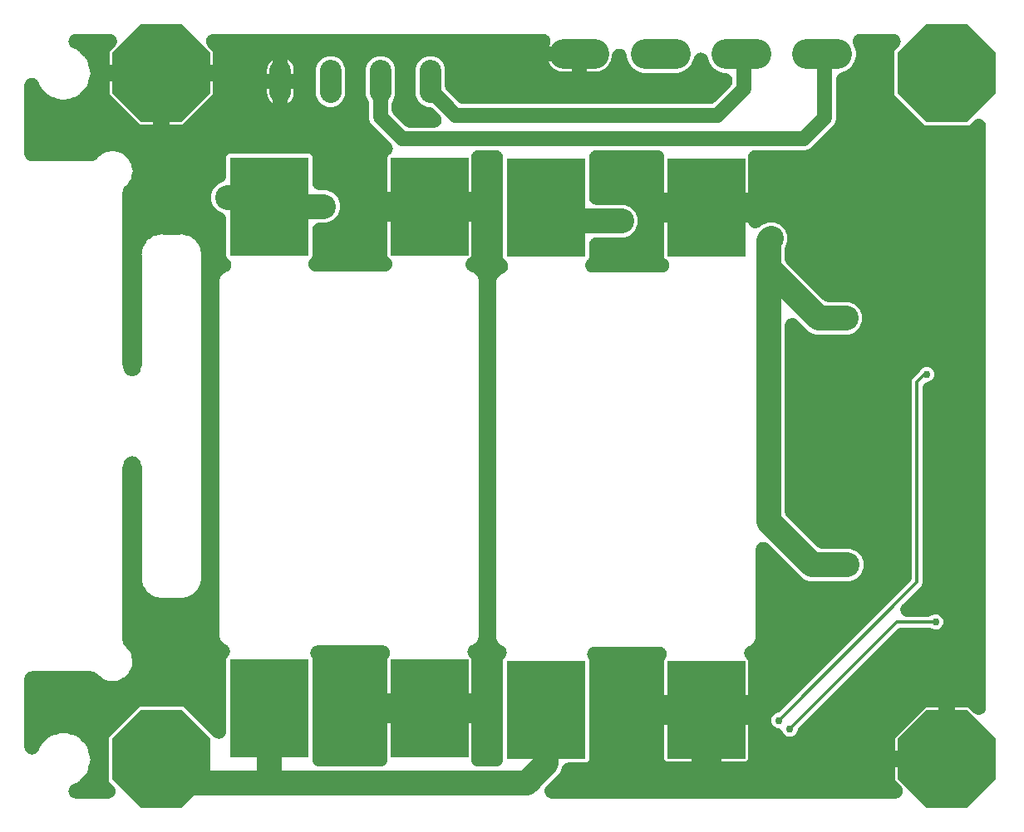
<source format=gbr>
G04 EAGLE Gerber RS-274X export*
G75*
%MOMM*%
%FSLAX34Y34*%
%LPD*%
%INTop Copper*%
%IPPOS*%
%AMOC8*
5,1,8,0,0,1.08239X$1,22.5*%
G01*
%ADD10P,10.823900X8X22.500000*%
%ADD11R,8.000000X10.000000*%
%ADD12C,2.200000*%
%ADD13C,3.048000*%
%ADD14C,2.540000*%
%ADD15C,2.540000*%
%ADD16C,0.756400*%
%ADD17C,0.304800*%
%ADD18C,1.524000*%
%ADD19C,1.524000*%

G36*
X1070274Y192255D02*
X1070274Y192255D01*
X1070405Y192253D01*
X1070663Y192275D01*
X1070922Y192289D01*
X1071052Y192309D01*
X1071183Y192320D01*
X1071437Y192368D01*
X1071694Y192408D01*
X1071821Y192441D01*
X1071950Y192466D01*
X1072198Y192540D01*
X1072449Y192606D01*
X1072571Y192652D01*
X1072697Y192690D01*
X1072937Y192789D01*
X1073180Y192880D01*
X1073297Y192938D01*
X1073418Y192989D01*
X1073646Y193112D01*
X1073878Y193227D01*
X1073989Y193297D01*
X1074105Y193360D01*
X1074319Y193506D01*
X1074538Y193644D01*
X1074641Y193725D01*
X1074750Y193799D01*
X1074948Y193966D01*
X1075152Y194127D01*
X1075246Y194218D01*
X1075347Y194302D01*
X1075526Y194489D01*
X1075713Y194669D01*
X1075798Y194770D01*
X1075889Y194864D01*
X1076048Y195068D01*
X1076216Y195266D01*
X1076289Y195375D01*
X1076370Y195478D01*
X1076509Y195697D01*
X1076654Y195911D01*
X1076717Y196027D01*
X1076787Y196138D01*
X1076902Y196370D01*
X1077025Y196598D01*
X1077075Y196720D01*
X1077134Y196837D01*
X1077224Y197080D01*
X1077323Y197320D01*
X1077361Y197445D01*
X1077407Y197568D01*
X1077472Y197819D01*
X1077546Y198067D01*
X1077571Y198197D01*
X1077604Y198323D01*
X1077644Y198580D01*
X1077692Y198834D01*
X1077703Y198965D01*
X1077723Y199095D01*
X1077736Y199354D01*
X1077758Y199612D01*
X1077756Y199743D01*
X1077762Y199874D01*
X1077749Y200133D01*
X1077744Y200392D01*
X1077728Y200523D01*
X1077722Y200654D01*
X1077682Y200910D01*
X1077651Y201167D01*
X1077622Y201295D01*
X1077601Y201425D01*
X1077536Y201675D01*
X1077478Y201928D01*
X1077436Y202053D01*
X1077403Y202180D01*
X1077312Y202422D01*
X1077229Y202668D01*
X1077175Y202787D01*
X1077128Y202910D01*
X1077013Y203142D01*
X1076905Y203378D01*
X1076839Y203492D01*
X1076781Y203609D01*
X1076642Y203828D01*
X1076511Y204052D01*
X1076433Y204157D01*
X1076363Y204268D01*
X1076203Y204472D01*
X1076049Y204681D01*
X1075961Y204779D01*
X1075880Y204882D01*
X1075531Y205256D01*
X1070139Y210647D01*
X1070139Y223911D01*
X1087789Y223911D01*
X1087943Y223919D01*
X1088097Y223917D01*
X1088332Y223939D01*
X1088568Y223951D01*
X1088721Y223974D01*
X1088874Y223988D01*
X1089106Y224034D01*
X1089339Y224070D01*
X1089489Y224109D01*
X1089640Y224139D01*
X1089866Y224208D01*
X1090094Y224268D01*
X1090239Y224322D01*
X1090386Y224367D01*
X1090604Y224459D01*
X1090825Y224542D01*
X1090963Y224611D01*
X1091105Y224670D01*
X1091313Y224784D01*
X1091524Y224889D01*
X1091654Y224972D01*
X1091790Y225046D01*
X1091984Y225180D01*
X1092184Y225306D01*
X1092305Y225401D01*
X1092432Y225489D01*
X1092612Y225642D01*
X1092798Y225788D01*
X1092908Y225896D01*
X1093026Y225996D01*
X1093189Y226167D01*
X1093359Y226331D01*
X1093458Y226449D01*
X1093564Y226560D01*
X1093709Y226747D01*
X1093861Y226928D01*
X1093948Y227056D01*
X1094042Y227177D01*
X1094167Y227378D01*
X1094300Y227573D01*
X1094373Y227709D01*
X1094455Y227840D01*
X1094559Y228052D01*
X1094671Y228260D01*
X1094730Y228403D01*
X1094797Y228541D01*
X1094879Y228763D01*
X1094969Y228982D01*
X1095013Y229129D01*
X1095066Y229274D01*
X1095125Y229503D01*
X1095192Y229729D01*
X1095221Y229881D01*
X1095259Y230030D01*
X1095328Y230443D01*
X1095338Y230496D01*
X1095339Y230512D01*
X1095343Y230535D01*
X1095416Y231088D01*
X1095443Y231437D01*
X1095475Y231788D01*
X1095475Y231827D01*
X1095478Y231866D01*
X1095470Y232214D01*
X1095465Y232568D01*
X1095461Y232617D01*
X1095460Y232647D01*
X1095450Y232726D01*
X1095416Y233078D01*
X1095268Y234203D01*
X1095247Y234412D01*
X1095229Y234500D01*
X1095219Y234589D01*
X1095152Y234882D01*
X1095093Y235177D01*
X1095066Y235263D01*
X1095046Y235350D01*
X1094950Y235635D01*
X1094861Y235923D01*
X1094826Y236005D01*
X1094797Y236090D01*
X1094673Y236363D01*
X1094554Y236640D01*
X1094511Y236719D01*
X1094474Y236800D01*
X1094321Y237060D01*
X1094176Y237323D01*
X1094124Y237396D01*
X1094079Y237474D01*
X1093901Y237716D01*
X1093729Y237963D01*
X1093670Y238031D01*
X1093618Y238103D01*
X1093416Y238326D01*
X1093220Y238554D01*
X1093154Y238616D01*
X1093094Y238682D01*
X1092871Y238883D01*
X1092652Y239090D01*
X1092581Y239145D01*
X1092514Y239205D01*
X1092272Y239382D01*
X1092033Y239565D01*
X1091956Y239612D01*
X1091884Y239665D01*
X1091625Y239816D01*
X1091368Y239974D01*
X1091287Y240013D01*
X1091210Y240058D01*
X1090937Y240182D01*
X1090665Y240313D01*
X1090581Y240344D01*
X1090499Y240381D01*
X1090214Y240476D01*
X1089931Y240579D01*
X1089844Y240600D01*
X1089759Y240629D01*
X1089466Y240695D01*
X1089174Y240767D01*
X1089085Y240780D01*
X1088998Y240800D01*
X1088699Y240835D01*
X1088401Y240878D01*
X1088312Y240881D01*
X1088223Y240892D01*
X1087711Y240909D01*
X1070139Y240909D01*
X1070139Y254173D01*
X1100917Y284951D01*
X1114181Y284951D01*
X1114181Y267153D01*
X1114189Y266999D01*
X1114187Y266845D01*
X1114209Y266609D01*
X1114221Y266374D01*
X1114244Y266221D01*
X1114258Y266068D01*
X1114304Y265836D01*
X1114340Y265602D01*
X1114379Y265453D01*
X1114409Y265302D01*
X1114478Y265076D01*
X1114538Y264847D01*
X1114592Y264703D01*
X1114637Y264556D01*
X1114729Y264338D01*
X1114812Y264117D01*
X1114881Y263978D01*
X1114940Y263836D01*
X1115054Y263629D01*
X1115159Y263418D01*
X1115242Y263287D01*
X1115316Y263152D01*
X1115450Y262958D01*
X1115576Y262758D01*
X1115672Y262637D01*
X1115759Y262510D01*
X1115912Y262330D01*
X1116058Y262144D01*
X1116166Y262033D01*
X1116266Y261916D01*
X1116436Y261753D01*
X1116601Y261583D01*
X1116719Y261484D01*
X1116831Y261377D01*
X1117017Y261233D01*
X1117198Y261081D01*
X1117326Y260994D01*
X1117447Y260899D01*
X1117648Y260775D01*
X1117843Y260642D01*
X1117979Y260568D01*
X1118110Y260487D01*
X1118322Y260383D01*
X1118530Y260271D01*
X1118673Y260212D01*
X1118811Y260144D01*
X1119033Y260063D01*
X1119252Y259973D01*
X1119399Y259929D01*
X1119544Y259875D01*
X1119773Y259817D01*
X1119999Y259750D01*
X1120151Y259721D01*
X1120300Y259683D01*
X1120713Y259614D01*
X1120766Y259604D01*
X1120782Y259603D01*
X1120805Y259599D01*
X1121805Y259467D01*
X1122155Y259439D01*
X1122505Y259408D01*
X1122544Y259408D01*
X1122583Y259405D01*
X1122934Y259413D01*
X1123285Y259418D01*
X1123334Y259422D01*
X1123364Y259423D01*
X1123443Y259433D01*
X1123795Y259467D01*
X1124555Y259567D01*
X1124706Y259595D01*
X1124859Y259614D01*
X1125090Y259666D01*
X1125322Y259709D01*
X1125470Y259752D01*
X1125620Y259786D01*
X1125844Y259862D01*
X1126071Y259928D01*
X1126214Y259986D01*
X1126360Y260035D01*
X1126575Y260133D01*
X1126794Y260223D01*
X1126930Y260295D01*
X1127070Y260359D01*
X1127274Y260479D01*
X1127483Y260590D01*
X1127610Y260676D01*
X1127744Y260754D01*
X1127934Y260893D01*
X1128130Y261025D01*
X1128249Y261124D01*
X1128373Y261215D01*
X1128549Y261374D01*
X1128730Y261525D01*
X1128838Y261635D01*
X1128952Y261738D01*
X1129110Y261914D01*
X1129275Y262083D01*
X1129371Y262204D01*
X1129475Y262318D01*
X1129614Y262509D01*
X1129761Y262694D01*
X1129844Y262824D01*
X1129935Y262948D01*
X1130054Y263152D01*
X1130181Y263352D01*
X1130251Y263489D01*
X1130328Y263622D01*
X1130426Y263838D01*
X1130532Y264049D01*
X1130587Y264193D01*
X1130651Y264333D01*
X1130726Y264558D01*
X1130810Y264778D01*
X1130850Y264927D01*
X1130899Y265073D01*
X1130951Y265304D01*
X1131012Y265532D01*
X1131036Y265684D01*
X1131070Y265835D01*
X1131098Y266070D01*
X1131135Y266303D01*
X1131144Y266457D01*
X1131162Y266610D01*
X1131176Y267028D01*
X1131179Y267082D01*
X1131178Y267097D01*
X1131179Y267121D01*
X1131179Y284951D01*
X1144443Y284951D01*
X1149626Y279768D01*
X1149723Y279680D01*
X1149814Y279586D01*
X1150012Y279419D01*
X1150205Y279245D01*
X1150311Y279168D01*
X1150411Y279083D01*
X1150626Y278938D01*
X1150835Y278784D01*
X1150948Y278718D01*
X1151057Y278644D01*
X1151285Y278521D01*
X1151509Y278390D01*
X1151628Y278336D01*
X1151744Y278274D01*
X1151982Y278175D01*
X1152219Y278067D01*
X1152344Y278025D01*
X1152465Y277975D01*
X1152713Y277901D01*
X1152959Y277819D01*
X1153087Y277790D01*
X1153213Y277752D01*
X1153468Y277704D01*
X1153720Y277647D01*
X1153851Y277631D01*
X1153980Y277607D01*
X1154238Y277585D01*
X1154495Y277554D01*
X1154627Y277552D01*
X1154757Y277541D01*
X1155016Y277545D01*
X1155276Y277541D01*
X1155406Y277552D01*
X1155538Y277555D01*
X1155795Y277586D01*
X1156053Y277608D01*
X1156182Y277632D01*
X1156312Y277648D01*
X1156565Y277705D01*
X1156820Y277754D01*
X1156946Y277791D01*
X1157074Y277820D01*
X1157319Y277903D01*
X1157568Y277977D01*
X1157689Y278028D01*
X1157813Y278070D01*
X1158049Y278177D01*
X1158289Y278276D01*
X1158404Y278339D01*
X1158523Y278393D01*
X1158747Y278524D01*
X1158975Y278648D01*
X1159084Y278722D01*
X1159197Y278788D01*
X1159406Y278941D01*
X1159620Y279087D01*
X1159721Y279172D01*
X1159826Y279249D01*
X1160018Y279423D01*
X1160217Y279590D01*
X1160308Y279685D01*
X1160405Y279773D01*
X1160579Y279965D01*
X1160759Y280152D01*
X1160840Y280255D01*
X1160928Y280352D01*
X1161081Y280562D01*
X1161241Y280766D01*
X1161311Y280877D01*
X1161388Y280983D01*
X1161519Y281207D01*
X1161657Y281426D01*
X1161715Y281543D01*
X1161782Y281657D01*
X1161889Y281893D01*
X1162004Y282125D01*
X1162050Y282248D01*
X1162104Y282368D01*
X1162186Y282614D01*
X1162277Y282856D01*
X1162310Y282983D01*
X1162352Y283108D01*
X1162409Y283361D01*
X1162474Y283611D01*
X1162494Y283741D01*
X1162523Y283869D01*
X1162554Y284127D01*
X1162593Y284383D01*
X1162600Y284514D01*
X1162615Y284644D01*
X1162632Y285156D01*
X1162634Y877640D01*
X1162627Y877771D01*
X1162630Y877902D01*
X1162607Y878160D01*
X1162594Y878419D01*
X1162574Y878549D01*
X1162563Y878680D01*
X1162514Y878934D01*
X1162475Y879190D01*
X1162441Y879317D01*
X1162417Y879446D01*
X1162342Y879695D01*
X1162277Y879945D01*
X1162231Y880068D01*
X1162193Y880194D01*
X1162094Y880434D01*
X1162003Y880676D01*
X1161944Y880794D01*
X1161894Y880915D01*
X1161771Y881142D01*
X1161656Y881375D01*
X1161585Y881486D01*
X1161523Y881602D01*
X1161377Y881815D01*
X1161239Y882035D01*
X1161157Y882138D01*
X1161084Y882247D01*
X1160917Y882445D01*
X1160756Y882649D01*
X1160665Y882743D01*
X1160580Y882843D01*
X1160394Y883023D01*
X1160214Y883210D01*
X1160113Y883294D01*
X1160019Y883385D01*
X1159815Y883545D01*
X1159617Y883712D01*
X1159508Y883786D01*
X1159405Y883867D01*
X1159186Y884005D01*
X1158971Y884151D01*
X1158856Y884213D01*
X1158745Y884284D01*
X1158512Y884399D01*
X1158284Y884522D01*
X1158163Y884572D01*
X1158046Y884630D01*
X1157802Y884721D01*
X1157563Y884820D01*
X1157437Y884858D01*
X1157314Y884904D01*
X1157064Y884969D01*
X1156815Y885043D01*
X1156686Y885068D01*
X1156559Y885101D01*
X1156303Y885140D01*
X1156048Y885189D01*
X1155918Y885200D01*
X1155788Y885220D01*
X1155529Y885233D01*
X1155271Y885255D01*
X1155140Y885252D01*
X1155008Y885259D01*
X1154749Y885245D01*
X1154490Y885241D01*
X1154360Y885225D01*
X1154229Y885218D01*
X1153973Y885178D01*
X1153716Y885147D01*
X1153588Y885118D01*
X1153458Y885098D01*
X1153207Y885032D01*
X1152954Y884975D01*
X1152830Y884933D01*
X1152703Y884900D01*
X1152461Y884809D01*
X1152215Y884726D01*
X1152095Y884671D01*
X1151972Y884625D01*
X1151740Y884510D01*
X1151505Y884402D01*
X1151391Y884336D01*
X1151274Y884277D01*
X1151054Y884138D01*
X1150831Y884008D01*
X1150726Y883930D01*
X1150614Y883860D01*
X1150411Y883699D01*
X1150202Y883546D01*
X1150104Y883458D01*
X1150001Y883377D01*
X1149627Y883027D01*
X1144969Y878369D01*
X1100391Y878369D01*
X1068869Y909891D01*
X1068869Y954469D01*
X1073311Y958910D01*
X1073398Y959008D01*
X1073493Y959099D01*
X1073660Y959298D01*
X1073833Y959490D01*
X1073911Y959596D01*
X1073995Y959696D01*
X1074141Y959911D01*
X1074294Y960120D01*
X1074361Y960233D01*
X1074434Y960342D01*
X1074557Y960570D01*
X1074688Y960793D01*
X1074743Y960913D01*
X1074805Y961028D01*
X1074904Y961268D01*
X1075011Y961504D01*
X1075053Y961628D01*
X1075103Y961750D01*
X1075178Y961999D01*
X1075260Y962244D01*
X1075289Y962371D01*
X1075326Y962498D01*
X1075375Y962752D01*
X1075432Y963005D01*
X1075447Y963135D01*
X1075472Y963264D01*
X1075494Y963522D01*
X1075525Y963780D01*
X1075527Y963911D01*
X1075538Y964042D01*
X1075533Y964301D01*
X1075538Y964560D01*
X1075526Y964691D01*
X1075524Y964822D01*
X1075493Y965080D01*
X1075471Y965338D01*
X1075446Y965467D01*
X1075431Y965597D01*
X1075373Y965850D01*
X1075325Y966105D01*
X1075287Y966230D01*
X1075258Y966358D01*
X1075176Y966604D01*
X1075101Y966852D01*
X1075051Y966974D01*
X1075009Y967098D01*
X1074902Y967334D01*
X1074802Y967573D01*
X1074740Y967689D01*
X1074685Y967808D01*
X1074554Y968032D01*
X1074431Y968260D01*
X1074357Y968368D01*
X1074291Y968482D01*
X1074138Y968691D01*
X1073992Y968905D01*
X1073907Y969005D01*
X1073829Y969111D01*
X1073656Y969303D01*
X1073489Y969502D01*
X1073394Y969593D01*
X1073306Y969690D01*
X1073113Y969864D01*
X1072927Y970044D01*
X1072824Y970125D01*
X1072726Y970213D01*
X1072517Y970365D01*
X1072313Y970525D01*
X1072202Y970595D01*
X1072096Y970673D01*
X1071872Y970804D01*
X1071653Y970942D01*
X1071535Y971000D01*
X1071422Y971066D01*
X1071186Y971173D01*
X1070954Y971289D01*
X1070831Y971334D01*
X1070711Y971389D01*
X1070465Y971471D01*
X1070223Y971562D01*
X1070096Y971595D01*
X1069971Y971637D01*
X1069718Y971694D01*
X1069467Y971759D01*
X1069338Y971779D01*
X1069210Y971808D01*
X1068952Y971838D01*
X1068696Y971878D01*
X1068565Y971885D01*
X1068435Y971900D01*
X1067923Y971917D01*
X1034270Y971917D01*
X1033966Y971902D01*
X1033661Y971893D01*
X1033576Y971882D01*
X1033491Y971877D01*
X1033189Y971831D01*
X1032887Y971791D01*
X1032804Y971771D01*
X1032719Y971758D01*
X1032424Y971680D01*
X1032128Y971610D01*
X1032047Y971582D01*
X1031964Y971560D01*
X1031678Y971453D01*
X1031391Y971352D01*
X1031314Y971316D01*
X1031234Y971286D01*
X1030960Y971150D01*
X1030684Y971021D01*
X1030611Y970977D01*
X1030535Y970939D01*
X1030277Y970776D01*
X1030015Y970619D01*
X1029947Y970567D01*
X1029875Y970522D01*
X1029635Y970333D01*
X1029391Y970150D01*
X1029328Y970092D01*
X1029261Y970039D01*
X1029042Y969827D01*
X1028818Y969620D01*
X1028762Y969556D01*
X1028700Y969497D01*
X1028504Y969264D01*
X1028302Y969035D01*
X1028252Y968965D01*
X1028198Y968900D01*
X1028026Y968648D01*
X1027849Y968399D01*
X1027807Y968325D01*
X1027759Y968255D01*
X1027614Y967986D01*
X1027463Y967721D01*
X1027429Y967643D01*
X1027388Y967568D01*
X1027271Y967286D01*
X1027149Y967007D01*
X1027122Y966925D01*
X1027090Y966846D01*
X1027002Y966554D01*
X1026909Y966264D01*
X1026891Y966181D01*
X1026867Y966099D01*
X1026810Y965799D01*
X1026746Y965500D01*
X1026737Y965415D01*
X1026721Y965332D01*
X1026696Y965028D01*
X1026663Y964724D01*
X1026662Y964639D01*
X1026655Y964554D01*
X1026661Y964250D01*
X1026659Y963944D01*
X1026667Y963859D01*
X1026669Y963774D01*
X1026706Y963471D01*
X1026735Y963167D01*
X1026752Y963084D01*
X1026763Y962999D01*
X1026830Y962701D01*
X1026891Y962402D01*
X1026916Y962321D01*
X1026935Y962238D01*
X1027032Y961949D01*
X1027123Y961657D01*
X1027157Y961579D01*
X1027184Y961498D01*
X1027311Y961220D01*
X1027431Y960940D01*
X1027482Y960844D01*
X1027508Y960788D01*
X1027556Y960705D01*
X1027672Y960488D01*
X1028853Y958443D01*
X1030151Y953598D01*
X1030151Y948582D01*
X1028852Y943737D01*
X1026344Y939393D01*
X1022797Y935846D01*
X1018453Y933338D01*
X1015298Y932492D01*
X1015254Y932478D01*
X1015210Y932468D01*
X1014884Y932358D01*
X1014555Y932252D01*
X1014513Y932233D01*
X1014470Y932219D01*
X1014156Y932076D01*
X1013841Y931937D01*
X1013802Y931914D01*
X1013760Y931895D01*
X1013462Y931720D01*
X1013163Y931550D01*
X1013126Y931524D01*
X1013086Y931500D01*
X1012809Y931297D01*
X1012528Y931096D01*
X1012494Y931066D01*
X1012457Y931039D01*
X1012201Y930808D01*
X1011943Y930580D01*
X1011912Y930546D01*
X1011878Y930516D01*
X1011648Y930260D01*
X1011414Y930007D01*
X1011386Y929970D01*
X1011355Y929936D01*
X1011153Y929658D01*
X1010946Y929382D01*
X1010922Y929342D01*
X1010895Y929305D01*
X1010721Y929008D01*
X1010544Y928713D01*
X1010525Y928671D01*
X1010502Y928631D01*
X1010359Y928317D01*
X1010213Y928006D01*
X1010198Y927963D01*
X1010179Y927921D01*
X1010069Y927592D01*
X1009956Y927269D01*
X1009946Y927224D01*
X1009931Y927181D01*
X1009856Y926845D01*
X1009776Y926509D01*
X1009770Y926464D01*
X1009760Y926419D01*
X1009720Y926078D01*
X1009675Y925736D01*
X1009673Y925690D01*
X1009668Y925644D01*
X1009651Y925132D01*
X1009651Y884186D01*
X1007910Y879985D01*
X983105Y855180D01*
X978904Y853439D01*
X927514Y853439D01*
X927284Y853427D01*
X927053Y853425D01*
X926894Y853407D01*
X926735Y853399D01*
X926506Y853364D01*
X926277Y853338D01*
X926121Y853304D01*
X925963Y853280D01*
X925740Y853221D01*
X925514Y853172D01*
X925363Y853122D01*
X925208Y853082D01*
X924992Y853001D01*
X924773Y852929D01*
X924627Y852864D01*
X924478Y852808D01*
X924271Y852705D01*
X924060Y852611D01*
X923922Y852532D01*
X923779Y852461D01*
X923583Y852337D01*
X923383Y852222D01*
X923254Y852129D01*
X923119Y852044D01*
X922937Y851901D01*
X922750Y851766D01*
X922631Y851660D01*
X922505Y851561D01*
X922339Y851401D01*
X922167Y851247D01*
X922059Y851130D01*
X921944Y851019D01*
X921795Y850842D01*
X921639Y850672D01*
X921544Y850544D01*
X921442Y850422D01*
X921312Y850231D01*
X921174Y850045D01*
X921092Y849909D01*
X921003Y849777D01*
X920893Y849573D01*
X920775Y849375D01*
X920708Y849230D01*
X920632Y849090D01*
X920544Y848876D01*
X920447Y848667D01*
X920395Y848516D01*
X920334Y848368D01*
X920268Y848147D01*
X920193Y847929D01*
X920156Y847773D01*
X920111Y847621D01*
X920068Y847393D01*
X920015Y847169D01*
X919995Y847011D01*
X919965Y846854D01*
X919946Y846623D01*
X919917Y846394D01*
X919913Y846235D01*
X919899Y846076D01*
X919903Y845845D01*
X919898Y845614D01*
X919910Y845455D01*
X919911Y845423D01*
X919911Y809979D01*
X884990Y809979D01*
X884728Y809966D01*
X884466Y809961D01*
X884339Y809946D01*
X884211Y809939D01*
X883951Y809899D01*
X883691Y809868D01*
X883566Y809839D01*
X883439Y809820D01*
X883185Y809753D01*
X882930Y809695D01*
X882808Y809654D01*
X882684Y809622D01*
X882439Y809530D01*
X882190Y809446D01*
X882074Y809393D01*
X881954Y809348D01*
X881719Y809231D01*
X881480Y809122D01*
X881369Y809058D01*
X881255Y809001D01*
X881033Y808861D01*
X880806Y808728D01*
X880703Y808652D01*
X880595Y808584D01*
X880388Y808421D01*
X880177Y808266D01*
X880082Y808181D01*
X879981Y808101D01*
X879793Y807919D01*
X879598Y807743D01*
X879512Y807648D01*
X879420Y807559D01*
X879251Y807358D01*
X879076Y807163D01*
X879000Y807060D01*
X878918Y806962D01*
X878770Y806744D01*
X878615Y806533D01*
X878551Y806423D01*
X878479Y806316D01*
X878354Y806085D01*
X878222Y805859D01*
X878169Y805742D01*
X878108Y805630D01*
X878008Y805387D01*
X877899Y805148D01*
X877859Y805027D01*
X877810Y804908D01*
X877735Y804657D01*
X877651Y804408D01*
X877623Y804283D01*
X877587Y804160D01*
X877538Y803902D01*
X877480Y803647D01*
X877465Y803520D01*
X877441Y803394D01*
X877419Y803132D01*
X877388Y802872D01*
X877382Y802700D01*
X877375Y802616D01*
X877377Y802532D01*
X877371Y802360D01*
X877371Y787120D01*
X877384Y786858D01*
X877389Y786596D01*
X877404Y786469D01*
X877411Y786341D01*
X877451Y786081D01*
X877482Y785821D01*
X877511Y785696D01*
X877530Y785569D01*
X877597Y785315D01*
X877655Y785060D01*
X877696Y784938D01*
X877728Y784814D01*
X877820Y784568D01*
X877904Y784320D01*
X877957Y784204D01*
X878002Y784084D01*
X878119Y783849D01*
X878228Y783610D01*
X878293Y783499D01*
X878349Y783385D01*
X878489Y783163D01*
X878622Y782936D01*
X878698Y782833D01*
X878766Y782725D01*
X878929Y782518D01*
X879084Y782307D01*
X879169Y782212D01*
X879249Y782111D01*
X879431Y781923D01*
X879607Y781728D01*
X879702Y781642D01*
X879791Y781550D01*
X879992Y781381D01*
X880187Y781206D01*
X880290Y781130D01*
X880388Y781047D01*
X880606Y780900D01*
X880817Y780745D01*
X880928Y780681D01*
X881034Y780609D01*
X881265Y780484D01*
X881491Y780352D01*
X881608Y780299D01*
X881721Y780238D01*
X881963Y780138D01*
X882202Y780029D01*
X882323Y779989D01*
X882442Y779940D01*
X882693Y779865D01*
X882942Y779781D01*
X883067Y779753D01*
X883190Y779717D01*
X883448Y779668D01*
X883703Y779610D01*
X883830Y779595D01*
X883956Y779571D01*
X884218Y779549D01*
X884478Y779518D01*
X884650Y779512D01*
X884734Y779505D01*
X884818Y779507D01*
X884990Y779501D01*
X920130Y779501D01*
X920202Y779260D01*
X920268Y779009D01*
X920314Y778886D01*
X920352Y778760D01*
X920451Y778521D01*
X920542Y778278D01*
X920600Y778161D01*
X920651Y778040D01*
X920774Y777811D01*
X920889Y777579D01*
X920959Y777469D01*
X921022Y777353D01*
X921168Y777139D01*
X921306Y776920D01*
X921387Y776816D01*
X921461Y776708D01*
X921628Y776510D01*
X921789Y776306D01*
X921880Y776212D01*
X921964Y776111D01*
X922151Y775932D01*
X922331Y775745D01*
X922432Y775660D01*
X922526Y775569D01*
X922730Y775409D01*
X922928Y775242D01*
X923037Y775169D01*
X923140Y775087D01*
X923359Y774949D01*
X923573Y774803D01*
X923689Y774741D01*
X923800Y774671D01*
X924032Y774556D01*
X924260Y774433D01*
X924382Y774383D01*
X924499Y774324D01*
X924742Y774234D01*
X924982Y774134D01*
X925107Y774097D01*
X925230Y774051D01*
X925481Y773986D01*
X925729Y773911D01*
X925859Y773887D01*
X925986Y773854D01*
X926241Y773814D01*
X926496Y773766D01*
X926627Y773755D01*
X926757Y773735D01*
X927016Y773722D01*
X927274Y773700D01*
X927405Y773702D01*
X927536Y773696D01*
X927795Y773709D01*
X928054Y773714D01*
X928185Y773729D01*
X928316Y773736D01*
X928572Y773776D01*
X928829Y773807D01*
X928957Y773836D01*
X929087Y773856D01*
X929338Y773922D01*
X929590Y773980D01*
X929715Y774021D01*
X929842Y774055D01*
X930084Y774146D01*
X930330Y774229D01*
X930450Y774283D01*
X930572Y774329D01*
X930804Y774445D01*
X931040Y774552D01*
X931154Y774619D01*
X931271Y774677D01*
X931490Y774816D01*
X931714Y774947D01*
X931819Y775025D01*
X931930Y775095D01*
X932134Y775255D01*
X932343Y775408D01*
X932440Y775496D01*
X932544Y775578D01*
X932918Y775927D01*
X934257Y777267D01*
X940326Y779781D01*
X946894Y779781D01*
X952963Y777267D01*
X957607Y772623D01*
X960121Y766554D01*
X960121Y759986D01*
X958161Y755254D01*
X958138Y755189D01*
X958109Y755126D01*
X958007Y754822D01*
X957899Y754518D01*
X957883Y754452D01*
X957861Y754386D01*
X957791Y754073D01*
X957715Y753760D01*
X957705Y753692D01*
X957690Y753625D01*
X957652Y753306D01*
X957608Y752987D01*
X957606Y752918D01*
X957598Y752850D01*
X957581Y752338D01*
X957581Y742785D01*
X957581Y742782D01*
X957581Y742779D01*
X957601Y742389D01*
X957621Y742006D01*
X957621Y742002D01*
X957621Y741999D01*
X957680Y741624D01*
X957740Y741234D01*
X957741Y741231D01*
X957742Y741228D01*
X957843Y740844D01*
X957938Y740479D01*
X957939Y740476D01*
X957940Y740473D01*
X958086Y740084D01*
X958212Y739748D01*
X958213Y739746D01*
X958214Y739743D01*
X958391Y739387D01*
X958559Y739050D01*
X958561Y739047D01*
X958562Y739044D01*
X958777Y738705D01*
X958976Y738390D01*
X958978Y738387D01*
X958980Y738385D01*
X959229Y738069D01*
X959459Y737776D01*
X959461Y737774D01*
X959463Y737771D01*
X959812Y737397D01*
X996477Y700732D01*
X996480Y700730D01*
X996482Y700728D01*
X996765Y700472D01*
X997057Y700209D01*
X997059Y700208D01*
X997062Y700205D01*
X997365Y699984D01*
X997687Y699749D01*
X997689Y699747D01*
X997692Y699745D01*
X998019Y699554D01*
X998360Y699355D01*
X998363Y699353D01*
X998366Y699352D01*
X998716Y699193D01*
X999071Y699032D01*
X999074Y699031D01*
X999077Y699029D01*
X999435Y698909D01*
X999811Y698783D01*
X999814Y698782D01*
X999817Y698781D01*
X1000178Y698700D01*
X1000572Y698611D01*
X1000575Y698611D01*
X1000578Y698610D01*
X1000944Y698567D01*
X1001347Y698518D01*
X1001350Y698518D01*
X1001353Y698518D01*
X1001865Y698501D01*
X1023094Y698501D01*
X1029163Y695987D01*
X1033807Y691343D01*
X1036321Y685274D01*
X1036321Y678706D01*
X1033807Y672637D01*
X1029163Y667993D01*
X1023094Y665479D01*
X988586Y665479D01*
X982517Y667993D01*
X976801Y673709D01*
X970588Y679923D01*
X970490Y680011D01*
X970399Y680105D01*
X970200Y680272D01*
X970008Y680446D01*
X969902Y680523D01*
X969802Y680608D01*
X969587Y680753D01*
X969378Y680906D01*
X969265Y680973D01*
X969156Y681047D01*
X968928Y681170D01*
X968705Y681300D01*
X968585Y681355D01*
X968470Y681417D01*
X968230Y681516D01*
X967994Y681623D01*
X967870Y681665D01*
X967748Y681716D01*
X967499Y681790D01*
X967254Y681872D01*
X967127Y681901D01*
X967000Y681939D01*
X966746Y681987D01*
X966493Y682044D01*
X966363Y682059D01*
X966234Y682084D01*
X965976Y682106D01*
X965718Y682137D01*
X965587Y682139D01*
X965456Y682150D01*
X965197Y682145D01*
X964938Y682150D01*
X964807Y682139D01*
X964676Y682136D01*
X964418Y682105D01*
X964160Y682083D01*
X964031Y682058D01*
X963901Y682043D01*
X963648Y681986D01*
X963393Y681937D01*
X963268Y681899D01*
X963140Y681870D01*
X962894Y681788D01*
X962646Y681713D01*
X962524Y681663D01*
X962400Y681621D01*
X962164Y681514D01*
X961925Y681414D01*
X961809Y681352D01*
X961690Y681298D01*
X961466Y681166D01*
X961238Y681043D01*
X961130Y680969D01*
X961016Y680903D01*
X960807Y680750D01*
X960593Y680604D01*
X960493Y680519D01*
X960387Y680442D01*
X960195Y680268D01*
X959996Y680101D01*
X959905Y680006D01*
X959808Y679918D01*
X959634Y679725D01*
X959454Y679539D01*
X959373Y679436D01*
X959285Y679338D01*
X959133Y679129D01*
X958973Y678925D01*
X958903Y678814D01*
X958825Y678708D01*
X958694Y678484D01*
X958556Y678265D01*
X958498Y678148D01*
X958432Y678034D01*
X958325Y677798D01*
X958209Y677566D01*
X958164Y677443D01*
X958109Y677323D01*
X958027Y677078D01*
X957936Y676835D01*
X957903Y676708D01*
X957861Y676583D01*
X957804Y676331D01*
X957739Y676080D01*
X957719Y675950D01*
X957690Y675822D01*
X957660Y675564D01*
X957620Y675308D01*
X957613Y675177D01*
X957598Y675047D01*
X957581Y674535D01*
X957581Y484975D01*
X957581Y484972D01*
X957581Y484969D01*
X957601Y484580D01*
X957621Y484196D01*
X957621Y484192D01*
X957621Y484189D01*
X957679Y483822D01*
X957740Y483424D01*
X957741Y483421D01*
X957742Y483418D01*
X957838Y483051D01*
X957938Y482669D01*
X957939Y482666D01*
X957940Y482663D01*
X958078Y482297D01*
X958212Y481938D01*
X958213Y481936D01*
X958214Y481933D01*
X958391Y481577D01*
X958559Y481240D01*
X958561Y481237D01*
X958562Y481234D01*
X958772Y480902D01*
X958976Y480580D01*
X958978Y480577D01*
X958980Y480575D01*
X959221Y480269D01*
X959459Y479966D01*
X959461Y479964D01*
X959463Y479961D01*
X959812Y479587D01*
X990127Y449272D01*
X990130Y449270D01*
X990132Y449268D01*
X990415Y449012D01*
X990707Y448749D01*
X990709Y448748D01*
X990712Y448745D01*
X991015Y448524D01*
X991337Y448289D01*
X991339Y448287D01*
X991342Y448285D01*
X991669Y448094D01*
X992010Y447895D01*
X992013Y447893D01*
X992016Y447892D01*
X992366Y447733D01*
X992721Y447572D01*
X992724Y447571D01*
X992727Y447569D01*
X993085Y447449D01*
X993461Y447323D01*
X993464Y447322D01*
X993467Y447321D01*
X993828Y447240D01*
X994222Y447151D01*
X994225Y447151D01*
X994228Y447150D01*
X994594Y447107D01*
X994997Y447058D01*
X995000Y447058D01*
X995003Y447058D01*
X995515Y447041D01*
X1024364Y447041D01*
X1030433Y444527D01*
X1035077Y439883D01*
X1037591Y433814D01*
X1037591Y427246D01*
X1035077Y421177D01*
X1030433Y416533D01*
X1024364Y414019D01*
X982236Y414019D01*
X976167Y416533D01*
X941038Y451663D01*
X940940Y451751D01*
X940849Y451845D01*
X940650Y452012D01*
X940458Y452186D01*
X940352Y452263D01*
X940252Y452348D01*
X940037Y452493D01*
X939828Y452646D01*
X939715Y452713D01*
X939606Y452787D01*
X939378Y452910D01*
X939155Y453040D01*
X939035Y453095D01*
X938920Y453157D01*
X938680Y453256D01*
X938444Y453364D01*
X938320Y453405D01*
X938198Y453456D01*
X937949Y453530D01*
X937704Y453612D01*
X937577Y453641D01*
X937450Y453679D01*
X937196Y453727D01*
X936943Y453784D01*
X936813Y453799D01*
X936684Y453824D01*
X936426Y453846D01*
X936168Y453877D01*
X936037Y453879D01*
X935906Y453890D01*
X935647Y453885D01*
X935388Y453890D01*
X935257Y453879D01*
X935126Y453876D01*
X934868Y453845D01*
X934610Y453823D01*
X934481Y453798D01*
X934351Y453783D01*
X934098Y453726D01*
X933843Y453677D01*
X933718Y453639D01*
X933590Y453610D01*
X933344Y453528D01*
X933096Y453453D01*
X932974Y453403D01*
X932850Y453361D01*
X932614Y453254D01*
X932375Y453154D01*
X932259Y453092D01*
X932140Y453038D01*
X931916Y452907D01*
X931688Y452783D01*
X931579Y452709D01*
X931466Y452643D01*
X931257Y452490D01*
X931043Y452344D01*
X930943Y452259D01*
X930837Y452182D01*
X930644Y452008D01*
X930446Y451841D01*
X930355Y451746D01*
X930258Y451658D01*
X930085Y451466D01*
X929904Y451279D01*
X929823Y451176D01*
X929735Y451078D01*
X929583Y450870D01*
X929423Y450665D01*
X929352Y450554D01*
X929275Y450448D01*
X929145Y450224D01*
X929006Y450005D01*
X928948Y449888D01*
X928882Y449774D01*
X928774Y449538D01*
X928659Y449306D01*
X928614Y449183D01*
X928559Y449063D01*
X928477Y448817D01*
X928386Y448575D01*
X928353Y448448D01*
X928311Y448323D01*
X928254Y448071D01*
X928189Y447820D01*
X928169Y447690D01*
X928140Y447562D01*
X928110Y447304D01*
X928070Y447048D01*
X928063Y446917D01*
X928048Y446787D01*
X928031Y446275D01*
X928031Y355619D01*
X926408Y351701D01*
X923409Y348702D01*
X920926Y347674D01*
X920769Y347599D01*
X920608Y347533D01*
X920417Y347432D01*
X920222Y347339D01*
X920073Y347248D01*
X919919Y347166D01*
X919739Y347046D01*
X919555Y346933D01*
X919416Y346828D01*
X919271Y346731D01*
X919105Y346592D01*
X918933Y346462D01*
X918806Y346343D01*
X918672Y346231D01*
X918520Y346076D01*
X918363Y345929D01*
X918248Y345797D01*
X918126Y345673D01*
X917992Y345504D01*
X917850Y345340D01*
X917749Y345198D01*
X917641Y345062D01*
X917524Y344879D01*
X917400Y344703D01*
X917315Y344551D01*
X917221Y344404D01*
X917123Y344211D01*
X917017Y344022D01*
X916948Y343863D01*
X916870Y343707D01*
X916793Y343505D01*
X916707Y343306D01*
X916654Y343140D01*
X916592Y342978D01*
X916536Y342769D01*
X916471Y342562D01*
X916435Y342392D01*
X916390Y342224D01*
X916356Y342010D01*
X916312Y341798D01*
X916294Y341625D01*
X916267Y341453D01*
X916255Y341237D01*
X916233Y341022D01*
X916233Y340848D01*
X916223Y340674D01*
X916233Y340458D01*
X916233Y340241D01*
X916251Y340068D01*
X916259Y339894D01*
X916291Y339681D01*
X916313Y339465D01*
X916349Y339294D01*
X916375Y339122D01*
X916428Y338913D01*
X916472Y338701D01*
X916525Y338535D01*
X916568Y338366D01*
X916643Y338163D01*
X916709Y337957D01*
X916778Y337798D01*
X916839Y337634D01*
X916934Y337440D01*
X917020Y337241D01*
X917106Y337090D01*
X917182Y336933D01*
X917297Y336750D01*
X917403Y336561D01*
X917504Y336419D01*
X917596Y336271D01*
X917624Y336236D01*
X917627Y336231D01*
X917676Y336169D01*
X917729Y336101D01*
X917854Y335924D01*
X917968Y335793D01*
X918075Y335655D01*
X918103Y335626D01*
X918109Y335618D01*
X918282Y335434D01*
X918367Y335336D01*
X918414Y335292D01*
X918459Y335244D01*
X919344Y334360D01*
X919622Y333943D01*
X919813Y333481D01*
X919911Y332990D01*
X919911Y297979D01*
X884990Y297979D01*
X884728Y297966D01*
X884466Y297961D01*
X884339Y297946D01*
X884211Y297939D01*
X883951Y297899D01*
X883691Y297868D01*
X883566Y297839D01*
X883439Y297820D01*
X883185Y297753D01*
X882930Y297695D01*
X882808Y297654D01*
X882684Y297622D01*
X882439Y297530D01*
X882190Y297446D01*
X882074Y297393D01*
X881954Y297348D01*
X881719Y297231D01*
X881480Y297122D01*
X881369Y297058D01*
X881255Y297001D01*
X881033Y296861D01*
X880806Y296728D01*
X880703Y296652D01*
X880595Y296584D01*
X880388Y296421D01*
X880177Y296266D01*
X880082Y296181D01*
X879981Y296101D01*
X879793Y295919D01*
X879598Y295743D01*
X879512Y295648D01*
X879420Y295559D01*
X879251Y295358D01*
X879076Y295163D01*
X879000Y295060D01*
X878918Y294962D01*
X878770Y294744D01*
X878615Y294533D01*
X878551Y294423D01*
X878479Y294316D01*
X878354Y294085D01*
X878222Y293859D01*
X878169Y293742D01*
X878108Y293630D01*
X878008Y293387D01*
X877899Y293148D01*
X877859Y293027D01*
X877810Y292908D01*
X877735Y292657D01*
X877651Y292408D01*
X877623Y292283D01*
X877587Y292160D01*
X877538Y291902D01*
X877480Y291647D01*
X877465Y291520D01*
X877441Y291394D01*
X877419Y291132D01*
X877388Y290872D01*
X877382Y290700D01*
X877375Y290616D01*
X877377Y290532D01*
X877371Y290360D01*
X877371Y282739D01*
X877369Y282739D01*
X877369Y290360D01*
X877356Y290622D01*
X877351Y290884D01*
X877336Y291011D01*
X877329Y291139D01*
X877289Y291399D01*
X877258Y291659D01*
X877229Y291784D01*
X877210Y291911D01*
X877143Y292165D01*
X877085Y292420D01*
X877044Y292542D01*
X877012Y292666D01*
X876920Y292911D01*
X876836Y293160D01*
X876783Y293276D01*
X876738Y293396D01*
X876621Y293631D01*
X876512Y293870D01*
X876447Y293981D01*
X876391Y294095D01*
X876251Y294317D01*
X876118Y294544D01*
X876042Y294647D01*
X875974Y294755D01*
X875811Y294962D01*
X875656Y295173D01*
X875571Y295268D01*
X875491Y295369D01*
X875309Y295557D01*
X875133Y295752D01*
X875038Y295838D01*
X874949Y295930D01*
X874748Y296099D01*
X874553Y296274D01*
X874450Y296350D01*
X874352Y296432D01*
X874134Y296580D01*
X873923Y296735D01*
X873812Y296799D01*
X873706Y296871D01*
X873475Y296996D01*
X873249Y297128D01*
X873132Y297181D01*
X873019Y297242D01*
X872777Y297342D01*
X872538Y297451D01*
X872417Y297491D01*
X872298Y297540D01*
X872047Y297615D01*
X871798Y297699D01*
X871673Y297727D01*
X871550Y297763D01*
X871292Y297812D01*
X871037Y297870D01*
X870910Y297885D01*
X870784Y297909D01*
X870522Y297931D01*
X870262Y297962D01*
X870090Y297968D01*
X870006Y297975D01*
X869922Y297973D01*
X869750Y297979D01*
X834829Y297979D01*
X834829Y332990D01*
X834927Y333481D01*
X835118Y333943D01*
X835476Y334479D01*
X835632Y334651D01*
X835710Y334758D01*
X835794Y334858D01*
X835940Y335072D01*
X836093Y335281D01*
X836159Y335395D01*
X836233Y335504D01*
X836356Y335731D01*
X836487Y335955D01*
X836541Y336075D01*
X836604Y336190D01*
X836703Y336430D01*
X836810Y336665D01*
X836852Y336790D01*
X836902Y336912D01*
X836976Y337160D01*
X837059Y337405D01*
X837087Y337533D01*
X837125Y337660D01*
X837173Y337914D01*
X837230Y338167D01*
X837246Y338297D01*
X837270Y338426D01*
X837292Y338684D01*
X837323Y338941D01*
X837325Y339073D01*
X837337Y339204D01*
X837332Y339463D01*
X837336Y339722D01*
X837325Y339853D01*
X837323Y339984D01*
X837292Y340241D01*
X837270Y340499D01*
X837245Y340629D01*
X837229Y340759D01*
X837172Y341012D01*
X837124Y341266D01*
X837086Y341392D01*
X837057Y341520D01*
X836974Y341766D01*
X836900Y342014D01*
X836850Y342135D01*
X836808Y342260D01*
X836700Y342496D01*
X836601Y342735D01*
X836539Y342850D01*
X836484Y342970D01*
X836353Y343194D01*
X836230Y343421D01*
X836156Y343530D01*
X836090Y343644D01*
X835937Y343852D01*
X835791Y344067D01*
X835706Y344167D01*
X835628Y344273D01*
X835454Y344465D01*
X835288Y344663D01*
X835193Y344754D01*
X835105Y344852D01*
X834913Y345025D01*
X834726Y345205D01*
X834623Y345287D01*
X834525Y345375D01*
X834316Y345527D01*
X834112Y345687D01*
X834001Y345757D01*
X833895Y345835D01*
X833671Y345965D01*
X833452Y346104D01*
X833334Y346162D01*
X833221Y346228D01*
X832985Y346335D01*
X832753Y346450D01*
X832630Y346496D01*
X832510Y346551D01*
X832264Y346633D01*
X832022Y346724D01*
X831895Y346757D01*
X831770Y346799D01*
X831517Y346856D01*
X831267Y346921D01*
X831137Y346941D01*
X831008Y346970D01*
X830752Y347000D01*
X830495Y347040D01*
X830364Y347047D01*
X830233Y347062D01*
X829722Y347079D01*
X763814Y347079D01*
X763683Y347073D01*
X763552Y347075D01*
X763294Y347053D01*
X763035Y347039D01*
X762905Y347019D01*
X762774Y347008D01*
X762520Y346959D01*
X762264Y346920D01*
X762136Y346886D01*
X762007Y346862D01*
X761759Y346788D01*
X761509Y346722D01*
X761386Y346676D01*
X761260Y346638D01*
X761020Y346539D01*
X760778Y346448D01*
X760660Y346389D01*
X760539Y346339D01*
X760311Y346216D01*
X760079Y346101D01*
X759968Y346031D01*
X759852Y345968D01*
X759638Y345822D01*
X759419Y345684D01*
X759316Y345603D01*
X759207Y345528D01*
X759009Y345362D01*
X758806Y345201D01*
X758711Y345110D01*
X758611Y345025D01*
X758431Y344839D01*
X758244Y344659D01*
X758160Y344558D01*
X758068Y344464D01*
X757909Y344260D01*
X757742Y344062D01*
X757668Y343953D01*
X757587Y343850D01*
X757449Y343631D01*
X757303Y343417D01*
X757240Y343301D01*
X757170Y343190D01*
X757055Y342958D01*
X756932Y342730D01*
X756882Y342608D01*
X756824Y342490D01*
X756733Y342248D01*
X756634Y342008D01*
X756596Y341882D01*
X756550Y341759D01*
X756485Y341509D01*
X756411Y341261D01*
X756386Y341131D01*
X756353Y341004D01*
X756314Y340748D01*
X756266Y340494D01*
X756254Y340363D01*
X756234Y340233D01*
X756221Y339974D01*
X756199Y339716D01*
X756202Y339585D01*
X756195Y339453D01*
X756209Y339195D01*
X756213Y338936D01*
X756229Y338805D01*
X756236Y338674D01*
X756276Y338418D01*
X756307Y338161D01*
X756336Y338033D01*
X756356Y337903D01*
X756422Y337652D01*
X756479Y337400D01*
X756521Y337275D01*
X756554Y337148D01*
X756646Y336905D01*
X756728Y336660D01*
X756783Y336540D01*
X756829Y336417D01*
X756944Y336186D01*
X757052Y335950D01*
X757119Y335836D01*
X757177Y335719D01*
X757315Y335500D01*
X757438Y335290D01*
X758181Y333498D01*
X758181Y231982D01*
X757601Y230581D01*
X756529Y229509D01*
X755128Y228929D01*
X737734Y228929D01*
X737406Y228912D01*
X737078Y228901D01*
X737017Y228892D01*
X736954Y228889D01*
X736630Y228839D01*
X736305Y228794D01*
X736245Y228779D01*
X736183Y228770D01*
X735866Y228687D01*
X735547Y228609D01*
X735488Y228588D01*
X735428Y228572D01*
X735121Y228457D01*
X734812Y228347D01*
X734756Y228320D01*
X734697Y228298D01*
X734403Y228152D01*
X734107Y228011D01*
X734054Y227979D01*
X733998Y227951D01*
X733720Y227775D01*
X733441Y227605D01*
X733391Y227567D01*
X733338Y227534D01*
X733080Y227331D01*
X732819Y227133D01*
X732774Y227090D01*
X732725Y227051D01*
X732489Y226824D01*
X732250Y226600D01*
X732209Y226552D01*
X732164Y226509D01*
X731952Y226257D01*
X731737Y226011D01*
X731701Y225960D01*
X731661Y225912D01*
X731476Y225640D01*
X731288Y225373D01*
X731257Y225318D01*
X731222Y225267D01*
X731066Y224977D01*
X730906Y224692D01*
X730874Y224621D01*
X730852Y224580D01*
X730816Y224493D01*
X730694Y224226D01*
X728367Y218607D01*
X722651Y212891D01*
X715015Y205256D01*
X714927Y205158D01*
X714833Y205067D01*
X714666Y204868D01*
X714492Y204676D01*
X714415Y204570D01*
X714330Y204470D01*
X714185Y204255D01*
X714032Y204046D01*
X713965Y203933D01*
X713891Y203824D01*
X713768Y203596D01*
X713638Y203373D01*
X713583Y203253D01*
X713521Y203138D01*
X713422Y202898D01*
X713314Y202662D01*
X713273Y202538D01*
X713222Y202416D01*
X713148Y202168D01*
X713066Y201922D01*
X713037Y201795D01*
X712999Y201668D01*
X712951Y201414D01*
X712894Y201161D01*
X712879Y201031D01*
X712854Y200902D01*
X712832Y200644D01*
X712801Y200386D01*
X712799Y200255D01*
X712788Y200124D01*
X712793Y199865D01*
X712788Y199606D01*
X712799Y199475D01*
X712802Y199344D01*
X712833Y199086D01*
X712855Y198828D01*
X712880Y198699D01*
X712895Y198569D01*
X712952Y198316D01*
X713001Y198061D01*
X713039Y197936D01*
X713068Y197808D01*
X713150Y197562D01*
X713225Y197314D01*
X713275Y197192D01*
X713317Y197068D01*
X713424Y196832D01*
X713524Y196593D01*
X713586Y196477D01*
X713640Y196358D01*
X713772Y196134D01*
X713895Y195906D01*
X713969Y195798D01*
X714035Y195684D01*
X714188Y195475D01*
X714334Y195261D01*
X714419Y195161D01*
X714496Y195055D01*
X714670Y194863D01*
X714837Y194664D01*
X714932Y194573D01*
X715020Y194476D01*
X715212Y194303D01*
X715399Y194122D01*
X715502Y194041D01*
X715600Y193953D01*
X715809Y193801D01*
X716013Y193641D01*
X716124Y193571D01*
X716230Y193493D01*
X716454Y193362D01*
X716673Y193224D01*
X716790Y193166D01*
X716904Y193100D01*
X717140Y192993D01*
X717372Y192877D01*
X717495Y192832D01*
X717615Y192777D01*
X717861Y192695D01*
X718103Y192604D01*
X718230Y192571D01*
X718355Y192529D01*
X718607Y192472D01*
X718858Y192407D01*
X718988Y192387D01*
X719116Y192358D01*
X719374Y192328D01*
X719630Y192288D01*
X719761Y192281D01*
X719891Y192266D01*
X720403Y192249D01*
X1070143Y192249D01*
X1070274Y192255D01*
G37*
G36*
X268378Y192255D02*
X268378Y192255D01*
X268509Y192253D01*
X268767Y192275D01*
X269026Y192289D01*
X269156Y192309D01*
X269287Y192320D01*
X269541Y192368D01*
X269798Y192408D01*
X269925Y192441D01*
X270054Y192466D01*
X270302Y192540D01*
X270553Y192606D01*
X270675Y192652D01*
X270801Y192690D01*
X271041Y192789D01*
X271283Y192880D01*
X271401Y192938D01*
X271522Y192989D01*
X271750Y193112D01*
X271982Y193227D01*
X272093Y193297D01*
X272209Y193360D01*
X272423Y193506D01*
X272642Y193644D01*
X272745Y193725D01*
X272854Y193799D01*
X273052Y193966D01*
X273256Y194127D01*
X273350Y194218D01*
X273450Y194302D01*
X273630Y194489D01*
X273817Y194669D01*
X273902Y194770D01*
X273993Y194864D01*
X274152Y195068D01*
X274319Y195266D01*
X274393Y195375D01*
X274474Y195478D01*
X274613Y195697D01*
X274758Y195911D01*
X274821Y196027D01*
X274891Y196138D01*
X275006Y196370D01*
X275129Y196598D01*
X275179Y196720D01*
X275237Y196837D01*
X275328Y197080D01*
X275427Y197320D01*
X275465Y197446D01*
X275511Y197568D01*
X275576Y197819D01*
X275650Y198067D01*
X275675Y198197D01*
X275708Y198323D01*
X275747Y198580D01*
X275796Y198834D01*
X275807Y198965D01*
X275827Y199095D01*
X275840Y199354D01*
X275862Y199612D01*
X275860Y199743D01*
X275866Y199874D01*
X275853Y200133D01*
X275848Y200392D01*
X275832Y200523D01*
X275826Y200654D01*
X275786Y200910D01*
X275755Y201167D01*
X275726Y201295D01*
X275705Y201425D01*
X275640Y201675D01*
X275582Y201928D01*
X275540Y202053D01*
X275507Y202180D01*
X275416Y202422D01*
X275333Y202668D01*
X275279Y202787D01*
X275232Y202910D01*
X275117Y203142D01*
X275009Y203378D01*
X274943Y203492D01*
X274885Y203609D01*
X274746Y203828D01*
X274615Y204052D01*
X274537Y204157D01*
X274467Y204268D01*
X274307Y204472D01*
X274153Y204681D01*
X274065Y204779D01*
X273984Y204882D01*
X273635Y205256D01*
X268769Y210121D01*
X268769Y254699D01*
X300291Y286221D01*
X344869Y286221D01*
X375612Y255477D01*
X375710Y255390D01*
X375801Y255295D01*
X376000Y255128D01*
X376192Y254955D01*
X376298Y254877D01*
X376398Y254793D01*
X376613Y254647D01*
X376822Y254494D01*
X376935Y254427D01*
X377044Y254354D01*
X377272Y254231D01*
X377495Y254100D01*
X377615Y254045D01*
X377730Y253983D01*
X377970Y253884D01*
X378206Y253777D01*
X378330Y253735D01*
X378452Y253685D01*
X378701Y253610D01*
X378946Y253528D01*
X379073Y253499D01*
X379200Y253462D01*
X379454Y253413D01*
X379707Y253356D01*
X379837Y253341D01*
X379966Y253316D01*
X380224Y253294D01*
X380482Y253263D01*
X380613Y253261D01*
X380744Y253250D01*
X381003Y253255D01*
X381262Y253250D01*
X381393Y253262D01*
X381524Y253264D01*
X381782Y253295D01*
X382040Y253317D01*
X382169Y253342D01*
X382299Y253357D01*
X382552Y253415D01*
X382807Y253463D01*
X382932Y253501D01*
X383060Y253530D01*
X383306Y253612D01*
X383554Y253687D01*
X383676Y253737D01*
X383800Y253779D01*
X384036Y253886D01*
X384275Y253986D01*
X384391Y254048D01*
X384510Y254103D01*
X384734Y254234D01*
X384962Y254357D01*
X385071Y254431D01*
X385184Y254497D01*
X385393Y254650D01*
X385607Y254796D01*
X385707Y254881D01*
X385813Y254959D01*
X386006Y255132D01*
X386204Y255299D01*
X386295Y255394D01*
X386392Y255482D01*
X386565Y255674D01*
X386746Y255861D01*
X386827Y255964D01*
X386915Y256062D01*
X387067Y256271D01*
X387227Y256475D01*
X387298Y256586D01*
X387375Y256692D01*
X387505Y256916D01*
X387644Y257135D01*
X387702Y257253D01*
X387768Y257366D01*
X387876Y257602D01*
X387991Y257834D01*
X388036Y257957D01*
X388091Y258077D01*
X388173Y258323D01*
X388264Y258565D01*
X388297Y258692D01*
X388339Y258817D01*
X388396Y259070D01*
X388461Y259321D01*
X388481Y259450D01*
X388510Y259578D01*
X388540Y259836D01*
X388580Y260092D01*
X388587Y260223D01*
X388602Y260353D01*
X388619Y260865D01*
X388619Y334768D01*
X389199Y336169D01*
X390074Y337044D01*
X390206Y337190D01*
X390345Y337329D01*
X390468Y337479D01*
X390597Y337623D01*
X390713Y337782D01*
X390838Y337935D01*
X390944Y338097D01*
X391058Y338253D01*
X391157Y338423D01*
X391265Y338587D01*
X391354Y338760D01*
X391452Y338927D01*
X391534Y339106D01*
X391624Y339281D01*
X391695Y339461D01*
X391775Y339637D01*
X391838Y339823D01*
X391910Y340007D01*
X391962Y340193D01*
X392024Y340377D01*
X392067Y340569D01*
X392120Y340758D01*
X392153Y340950D01*
X392196Y341138D01*
X392219Y341333D01*
X392252Y341528D01*
X392265Y341721D01*
X392288Y341913D01*
X392292Y342110D01*
X392305Y342306D01*
X392298Y342500D01*
X392302Y342694D01*
X392285Y342890D01*
X392278Y343086D01*
X392251Y343278D01*
X392235Y343471D01*
X392198Y343665D01*
X392171Y343860D01*
X392125Y344048D01*
X392089Y344238D01*
X392032Y344426D01*
X391986Y344618D01*
X391920Y344801D01*
X391865Y344986D01*
X391790Y345167D01*
X391724Y345353D01*
X391640Y345528D01*
X391566Y345707D01*
X391472Y345880D01*
X391388Y346057D01*
X391287Y346222D01*
X391195Y346393D01*
X391084Y346555D01*
X390982Y346724D01*
X390864Y346878D01*
X390756Y347038D01*
X390629Y347189D01*
X390510Y347345D01*
X390377Y347487D01*
X390252Y347635D01*
X390111Y347771D01*
X389976Y347915D01*
X389830Y348042D01*
X389691Y348177D01*
X389536Y348298D01*
X389388Y348428D01*
X389229Y348539D01*
X389077Y348659D01*
X388911Y348763D01*
X388749Y348877D01*
X388580Y348972D01*
X388417Y349075D01*
X388241Y349162D01*
X388069Y349259D01*
X387801Y349380D01*
X387718Y349422D01*
X387674Y349438D01*
X387603Y349471D01*
X386391Y349972D01*
X383392Y352971D01*
X381769Y356889D01*
X381769Y721131D01*
X383392Y725049D01*
X386391Y728048D01*
X389120Y729178D01*
X389238Y729234D01*
X389361Y729283D01*
X389591Y729402D01*
X389824Y729513D01*
X389937Y729581D01*
X390053Y729642D01*
X390270Y729784D01*
X390491Y729919D01*
X390596Y729998D01*
X390706Y730070D01*
X390907Y730234D01*
X391113Y730390D01*
X391209Y730480D01*
X391311Y730563D01*
X391494Y730746D01*
X391684Y730923D01*
X391770Y731022D01*
X391863Y731115D01*
X392026Y731316D01*
X392196Y731511D01*
X392272Y731619D01*
X392355Y731721D01*
X392497Y731938D01*
X392646Y732149D01*
X392711Y732264D01*
X392783Y732374D01*
X392902Y732604D01*
X393029Y732830D01*
X393081Y732950D01*
X393141Y733067D01*
X393236Y733308D01*
X393339Y733545D01*
X393379Y733671D01*
X393427Y733793D01*
X393497Y734043D01*
X393575Y734289D01*
X393602Y734418D01*
X393637Y734545D01*
X393681Y734800D01*
X393734Y735054D01*
X393747Y735184D01*
X393769Y735314D01*
X393787Y735572D01*
X393813Y735830D01*
X393813Y735962D01*
X393822Y736093D01*
X393813Y736351D01*
X393813Y736611D01*
X393800Y736741D01*
X393795Y736873D01*
X393760Y737129D01*
X393733Y737387D01*
X393706Y737516D01*
X393688Y737646D01*
X393627Y737897D01*
X393574Y738151D01*
X393534Y738276D01*
X393503Y738404D01*
X393416Y738648D01*
X393337Y738895D01*
X393285Y739015D01*
X393241Y739139D01*
X393129Y739373D01*
X393026Y739610D01*
X392961Y739725D01*
X392905Y739843D01*
X392770Y740064D01*
X392643Y740290D01*
X392567Y740398D01*
X392499Y740510D01*
X392342Y740716D01*
X392192Y740928D01*
X392106Y741027D01*
X392027Y741131D01*
X391849Y741321D01*
X391679Y741516D01*
X391583Y741605D01*
X391493Y741701D01*
X391298Y741871D01*
X391108Y742048D01*
X391004Y742127D01*
X390905Y742214D01*
X390693Y742363D01*
X390673Y742378D01*
X389199Y743851D01*
X388619Y745252D01*
X388619Y782744D01*
X388602Y783072D01*
X388591Y783399D01*
X388582Y783461D01*
X388579Y783524D01*
X388529Y783848D01*
X388484Y784173D01*
X388469Y784233D01*
X388460Y784295D01*
X388377Y784613D01*
X388299Y784931D01*
X388278Y784989D01*
X388262Y785050D01*
X388147Y785358D01*
X388037Y785666D01*
X388010Y785722D01*
X387988Y785781D01*
X387842Y786075D01*
X387701Y786370D01*
X387668Y786424D01*
X387641Y786480D01*
X387466Y786757D01*
X387295Y787037D01*
X387257Y787087D01*
X387224Y787139D01*
X387021Y787397D01*
X386823Y787658D01*
X386780Y787704D01*
X386741Y787753D01*
X386513Y787989D01*
X386289Y788228D01*
X386243Y788269D01*
X386199Y788314D01*
X385947Y788526D01*
X385701Y788741D01*
X385650Y788777D01*
X385602Y788817D01*
X385330Y789001D01*
X385063Y789190D01*
X385008Y789221D01*
X384957Y789256D01*
X384667Y789412D01*
X384382Y789572D01*
X384311Y789604D01*
X384270Y789626D01*
X384183Y789662D01*
X383916Y789784D01*
X380537Y791183D01*
X375893Y795827D01*
X373379Y801896D01*
X373379Y808464D01*
X375893Y814533D01*
X380537Y819177D01*
X383916Y820576D01*
X384211Y820717D01*
X384510Y820853D01*
X384564Y820885D01*
X384621Y820912D01*
X384900Y821082D01*
X385184Y821248D01*
X385234Y821285D01*
X385287Y821317D01*
X385549Y821516D01*
X385813Y821709D01*
X385859Y821751D01*
X385909Y821789D01*
X386149Y822013D01*
X386392Y822233D01*
X386434Y822279D01*
X386480Y822322D01*
X386695Y822569D01*
X386915Y822812D01*
X386951Y822863D01*
X386992Y822910D01*
X387182Y823178D01*
X387375Y823443D01*
X387406Y823497D01*
X387442Y823548D01*
X387603Y823834D01*
X387768Y824117D01*
X387794Y824174D01*
X387825Y824228D01*
X387955Y824529D01*
X388091Y824827D01*
X388111Y824887D01*
X388135Y824944D01*
X388235Y825257D01*
X388339Y825568D01*
X388352Y825628D01*
X388371Y825688D01*
X388438Y826009D01*
X388510Y826329D01*
X388517Y826391D01*
X388530Y826452D01*
X388563Y826779D01*
X388602Y827104D01*
X388605Y827182D01*
X388609Y827229D01*
X388609Y827322D01*
X388619Y827616D01*
X388619Y846768D01*
X389199Y848169D01*
X390271Y849241D01*
X391672Y849821D01*
X473188Y849821D01*
X474589Y849241D01*
X475661Y848169D01*
X476241Y846768D01*
X476241Y820140D01*
X476254Y819878D01*
X476259Y819616D01*
X476274Y819489D01*
X476281Y819361D01*
X476321Y819101D01*
X476352Y818841D01*
X476381Y818716D01*
X476400Y818589D01*
X476467Y818335D01*
X476525Y818080D01*
X476566Y817958D01*
X476598Y817834D01*
X476690Y817588D01*
X476774Y817340D01*
X476827Y817223D01*
X476872Y817103D01*
X476989Y816869D01*
X477097Y816630D01*
X477162Y816519D01*
X477219Y816405D01*
X477359Y816183D01*
X477492Y815956D01*
X477568Y815853D01*
X477636Y815745D01*
X477798Y815538D01*
X477953Y815327D01*
X478039Y815232D01*
X478119Y815131D01*
X478301Y814942D01*
X478477Y814748D01*
X478572Y814662D01*
X478661Y814570D01*
X478862Y814401D01*
X479057Y814225D01*
X479160Y814150D01*
X479258Y814067D01*
X479475Y813920D01*
X479687Y813765D01*
X479797Y813701D01*
X479903Y813629D01*
X480135Y813504D01*
X480361Y813372D01*
X480478Y813319D01*
X480590Y813258D01*
X480833Y813158D01*
X481072Y813049D01*
X481193Y813009D01*
X481312Y812960D01*
X481563Y812884D01*
X481812Y812801D01*
X481937Y812773D01*
X482059Y812737D01*
X482318Y812688D01*
X482573Y812630D01*
X482700Y812615D01*
X482826Y812591D01*
X483088Y812569D01*
X483348Y812538D01*
X483520Y812532D01*
X483604Y812525D01*
X483688Y812527D01*
X483860Y812521D01*
X491074Y812521D01*
X497143Y810007D01*
X501787Y805363D01*
X504301Y799294D01*
X504301Y792726D01*
X501787Y786657D01*
X497143Y782013D01*
X491074Y779499D01*
X483860Y779499D01*
X483598Y779486D01*
X483336Y779481D01*
X483209Y779466D01*
X483081Y779459D01*
X482821Y779419D01*
X482561Y779388D01*
X482436Y779359D01*
X482309Y779340D01*
X482055Y779273D01*
X481800Y779215D01*
X481678Y779174D01*
X481554Y779142D01*
X481308Y779050D01*
X481060Y778966D01*
X480943Y778913D01*
X480823Y778868D01*
X480589Y778751D01*
X480350Y778643D01*
X480239Y778578D01*
X480125Y778521D01*
X479903Y778381D01*
X479676Y778248D01*
X479573Y778172D01*
X479465Y778104D01*
X479258Y777942D01*
X479047Y777787D01*
X478952Y777701D01*
X478851Y777621D01*
X478662Y777439D01*
X478468Y777263D01*
X478382Y777168D01*
X478290Y777079D01*
X478121Y776878D01*
X477945Y776683D01*
X477870Y776580D01*
X477787Y776482D01*
X477640Y776265D01*
X477485Y776053D01*
X477421Y775943D01*
X477349Y775837D01*
X477224Y775605D01*
X477092Y775379D01*
X477039Y775262D01*
X476978Y775150D01*
X476878Y774907D01*
X476769Y774668D01*
X476729Y774547D01*
X476680Y774428D01*
X476604Y774176D01*
X476521Y773928D01*
X476493Y773803D01*
X476457Y773681D01*
X476408Y773422D01*
X476350Y773167D01*
X476335Y773040D01*
X476311Y772914D01*
X476289Y772652D01*
X476258Y772392D01*
X476252Y772220D01*
X476245Y772136D01*
X476247Y772052D01*
X476241Y771880D01*
X476241Y745252D01*
X475661Y743851D01*
X474487Y742678D01*
X474399Y742580D01*
X474304Y742489D01*
X474137Y742290D01*
X473964Y742098D01*
X473886Y741992D01*
X473802Y741892D01*
X473656Y741677D01*
X473503Y741468D01*
X473437Y741355D01*
X473363Y741246D01*
X473240Y741018D01*
X473109Y740795D01*
X473055Y740675D01*
X472992Y740560D01*
X472893Y740320D01*
X472786Y740084D01*
X472744Y739960D01*
X472694Y739838D01*
X472620Y739590D01*
X472537Y739344D01*
X472509Y739217D01*
X472471Y739090D01*
X472423Y738835D01*
X472366Y738583D01*
X472350Y738453D01*
X472326Y738324D01*
X472304Y738065D01*
X472273Y737808D01*
X472271Y737677D01*
X472259Y737546D01*
X472264Y737287D01*
X472260Y737028D01*
X472271Y736897D01*
X472273Y736766D01*
X472304Y736509D01*
X472326Y736250D01*
X472351Y736121D01*
X472367Y735991D01*
X472424Y735738D01*
X472472Y735483D01*
X472510Y735358D01*
X472539Y735230D01*
X472622Y734984D01*
X472696Y734736D01*
X472746Y734614D01*
X472788Y734490D01*
X472896Y734254D01*
X472995Y734015D01*
X473057Y733900D01*
X473112Y733780D01*
X473243Y733555D01*
X473366Y733328D01*
X473440Y733220D01*
X473507Y733106D01*
X473660Y732897D01*
X473806Y732683D01*
X473890Y732583D01*
X473968Y732477D01*
X474142Y732284D01*
X474309Y732086D01*
X474403Y731995D01*
X474491Y731898D01*
X474684Y731725D01*
X474870Y731544D01*
X474974Y731463D01*
X475071Y731375D01*
X475280Y731223D01*
X475484Y731063D01*
X475596Y730992D01*
X475701Y730915D01*
X475925Y730785D01*
X476144Y730646D01*
X476262Y730588D01*
X476375Y730522D01*
X476611Y730415D01*
X476844Y730299D01*
X476967Y730253D01*
X477086Y730199D01*
X477332Y730117D01*
X477575Y730026D01*
X477702Y729993D01*
X477826Y729951D01*
X478079Y729894D01*
X478330Y729829D01*
X478460Y729809D01*
X478588Y729780D01*
X478845Y729750D01*
X479101Y729710D01*
X479232Y729703D01*
X479363Y729688D01*
X479874Y729671D01*
X550193Y729671D01*
X550291Y729676D01*
X550390Y729673D01*
X550681Y729696D01*
X550972Y729711D01*
X551070Y729726D01*
X551168Y729733D01*
X551455Y729785D01*
X551744Y729830D01*
X551839Y729855D01*
X551936Y729873D01*
X552216Y729954D01*
X552499Y730028D01*
X552591Y730063D01*
X552685Y730090D01*
X552956Y730199D01*
X553229Y730302D01*
X553318Y730346D01*
X553409Y730383D01*
X553667Y730519D01*
X553928Y730649D01*
X554012Y730702D01*
X554099Y730748D01*
X554341Y730910D01*
X554588Y731066D01*
X554666Y731127D01*
X554747Y731182D01*
X554972Y731368D01*
X555202Y731549D01*
X555273Y731617D01*
X555348Y731680D01*
X555553Y731888D01*
X555763Y732091D01*
X555826Y732166D01*
X555895Y732237D01*
X556077Y732465D01*
X556266Y732688D01*
X556321Y732770D01*
X556382Y732846D01*
X556540Y733092D01*
X556704Y733333D01*
X556751Y733420D01*
X556804Y733503D01*
X556936Y733763D01*
X557075Y734020D01*
X557113Y734112D01*
X557157Y734199D01*
X557262Y734471D01*
X557373Y734742D01*
X557402Y734836D01*
X557437Y734928D01*
X557513Y735210D01*
X557596Y735489D01*
X557615Y735586D01*
X557640Y735681D01*
X557687Y735969D01*
X557742Y736256D01*
X557750Y736355D01*
X557766Y736452D01*
X557783Y736743D01*
X557808Y737034D01*
X557806Y737132D01*
X557812Y737231D01*
X557799Y737523D01*
X557794Y737814D01*
X557782Y737912D01*
X557778Y738010D01*
X557735Y738300D01*
X557701Y738589D01*
X557679Y738685D01*
X557665Y738783D01*
X557593Y739066D01*
X557528Y739350D01*
X557497Y739444D01*
X557473Y739539D01*
X557372Y739813D01*
X557279Y740090D01*
X557238Y740180D01*
X557204Y740272D01*
X557077Y740534D01*
X556955Y740800D01*
X556906Y740885D01*
X556863Y740974D01*
X556708Y741222D01*
X556561Y741474D01*
X556503Y741553D01*
X556451Y741637D01*
X556272Y741868D01*
X556099Y742103D01*
X556033Y742176D01*
X555973Y742254D01*
X555772Y742465D01*
X555576Y742682D01*
X555503Y742748D01*
X555435Y742819D01*
X555213Y743009D01*
X554996Y743204D01*
X554917Y743263D01*
X554842Y743327D01*
X554426Y743625D01*
X553810Y744037D01*
X553456Y744390D01*
X553178Y744807D01*
X552987Y745269D01*
X552889Y745760D01*
X552889Y780771D01*
X587810Y780771D01*
X588072Y780784D01*
X588334Y780789D01*
X588461Y780804D01*
X588589Y780811D01*
X588849Y780851D01*
X589109Y780882D01*
X589234Y780911D01*
X589361Y780930D01*
X589615Y780997D01*
X589870Y781055D01*
X589992Y781096D01*
X590116Y781128D01*
X590361Y781220D01*
X590610Y781304D01*
X590726Y781357D01*
X590846Y781402D01*
X591081Y781519D01*
X591320Y781628D01*
X591431Y781692D01*
X591545Y781749D01*
X591767Y781889D01*
X591994Y782022D01*
X592097Y782098D01*
X592205Y782166D01*
X592412Y782329D01*
X592623Y782484D01*
X592718Y782569D01*
X592819Y782649D01*
X593007Y782831D01*
X593202Y783007D01*
X593288Y783102D01*
X593380Y783191D01*
X593549Y783392D01*
X593724Y783587D01*
X593800Y783690D01*
X593882Y783788D01*
X594030Y784005D01*
X594185Y784217D01*
X594249Y784327D01*
X594321Y784434D01*
X594446Y784665D01*
X594578Y784891D01*
X594631Y785008D01*
X594692Y785120D01*
X594792Y785363D01*
X594901Y785602D01*
X594941Y785723D01*
X594990Y785842D01*
X595065Y786093D01*
X595149Y786342D01*
X595177Y786467D01*
X595213Y786590D01*
X595262Y786848D01*
X595320Y787103D01*
X595335Y787230D01*
X595359Y787356D01*
X595381Y787618D01*
X595412Y787878D01*
X595418Y788050D01*
X595425Y788134D01*
X595423Y788218D01*
X595429Y788390D01*
X595429Y803630D01*
X595416Y803892D01*
X595411Y804154D01*
X595396Y804281D01*
X595389Y804409D01*
X595349Y804668D01*
X595318Y804929D01*
X595289Y805054D01*
X595270Y805181D01*
X595203Y805435D01*
X595145Y805690D01*
X595104Y805812D01*
X595072Y805936D01*
X594980Y806181D01*
X594896Y806430D01*
X594843Y806546D01*
X594798Y806666D01*
X594681Y806901D01*
X594572Y807140D01*
X594507Y807251D01*
X594451Y807365D01*
X594311Y807587D01*
X594178Y807814D01*
X594102Y807917D01*
X594034Y808025D01*
X593871Y808232D01*
X593716Y808443D01*
X593631Y808538D01*
X593551Y808639D01*
X593369Y808827D01*
X593193Y809022D01*
X593098Y809108D01*
X593009Y809200D01*
X592808Y809369D01*
X592613Y809544D01*
X592510Y809620D01*
X592412Y809702D01*
X592194Y809850D01*
X591983Y810005D01*
X591872Y810069D01*
X591766Y810141D01*
X591535Y810266D01*
X591309Y810398D01*
X591192Y810451D01*
X591079Y810512D01*
X590837Y810612D01*
X590598Y810721D01*
X590477Y810761D01*
X590358Y810810D01*
X590107Y810885D01*
X589858Y810969D01*
X589733Y810997D01*
X589610Y811033D01*
X589352Y811082D01*
X589097Y811140D01*
X588970Y811155D01*
X588844Y811179D01*
X588582Y811201D01*
X588322Y811232D01*
X588150Y811238D01*
X588066Y811245D01*
X587982Y811243D01*
X587810Y811249D01*
X552889Y811249D01*
X552889Y846260D01*
X552987Y846751D01*
X553178Y847213D01*
X553456Y847630D01*
X553810Y847984D01*
X554843Y848674D01*
X555027Y848811D01*
X555217Y848940D01*
X555340Y849044D01*
X555469Y849140D01*
X555638Y849295D01*
X555814Y849443D01*
X555926Y849559D01*
X556044Y849668D01*
X556196Y849840D01*
X556356Y850005D01*
X556455Y850132D01*
X556562Y850252D01*
X556696Y850438D01*
X556838Y850619D01*
X556924Y850755D01*
X557017Y850886D01*
X557131Y851085D01*
X557254Y851279D01*
X557326Y851423D01*
X557406Y851563D01*
X557499Y851773D01*
X557601Y851978D01*
X557657Y852129D01*
X557723Y852276D01*
X557794Y852494D01*
X557874Y852709D01*
X557915Y852865D01*
X557965Y853018D01*
X558013Y853242D01*
X558071Y853464D01*
X558096Y853624D01*
X558130Y853781D01*
X558155Y854009D01*
X558190Y854236D01*
X558198Y854396D01*
X558216Y854556D01*
X558218Y854786D01*
X558230Y855015D01*
X558221Y855176D01*
X558223Y855337D01*
X558201Y855565D01*
X558189Y855795D01*
X558164Y855954D01*
X558149Y856114D01*
X558104Y856339D01*
X558069Y856566D01*
X558028Y856721D01*
X557996Y856879D01*
X557929Y857099D01*
X557870Y857321D01*
X557814Y857471D01*
X557766Y857625D01*
X557677Y857836D01*
X557596Y858051D01*
X557524Y858195D01*
X557461Y858343D01*
X557350Y858544D01*
X557248Y858750D01*
X557162Y858886D01*
X557084Y859027D01*
X556953Y859215D01*
X556830Y859409D01*
X556731Y859536D01*
X556639Y859668D01*
X556490Y859842D01*
X556348Y860023D01*
X556192Y860189D01*
X556131Y860260D01*
X556082Y860306D01*
X555998Y860397D01*
X536060Y880335D01*
X534319Y884536D01*
X534319Y899648D01*
X534316Y899717D01*
X534318Y899786D01*
X534296Y900106D01*
X534279Y900428D01*
X534269Y900496D01*
X534264Y900564D01*
X534209Y900880D01*
X534160Y901199D01*
X534142Y901266D01*
X534131Y901333D01*
X534044Y901642D01*
X533962Y901954D01*
X533938Y902019D01*
X533919Y902085D01*
X533739Y902564D01*
X530939Y909324D01*
X530939Y937216D01*
X533194Y942660D01*
X537360Y946826D01*
X542804Y949081D01*
X548696Y949081D01*
X554140Y946826D01*
X558306Y942660D01*
X560561Y937216D01*
X560561Y909324D01*
X557761Y902564D01*
X557738Y902499D01*
X557709Y902437D01*
X557607Y902132D01*
X557499Y901829D01*
X557483Y901762D01*
X557461Y901697D01*
X557391Y901383D01*
X557315Y901070D01*
X557305Y901002D01*
X557290Y900935D01*
X557252Y900616D01*
X557208Y900297D01*
X557206Y900228D01*
X557198Y900160D01*
X557181Y899648D01*
X557181Y894701D01*
X557181Y894698D01*
X557181Y894694D01*
X557202Y894293D01*
X557221Y893921D01*
X557221Y893918D01*
X557221Y893915D01*
X557279Y893542D01*
X557340Y893150D01*
X557341Y893147D01*
X557342Y893144D01*
X557447Y892742D01*
X557538Y892395D01*
X557539Y892392D01*
X557540Y892389D01*
X557678Y892021D01*
X557812Y891664D01*
X557813Y891661D01*
X557814Y891658D01*
X558002Y891282D01*
X558159Y890965D01*
X558161Y890963D01*
X558162Y890960D01*
X558372Y890628D01*
X558576Y890306D01*
X558578Y890303D01*
X558580Y890300D01*
X558825Y889989D01*
X559059Y889692D01*
X559061Y889690D01*
X559063Y889687D01*
X559412Y889313D01*
X570193Y878532D01*
X570195Y878530D01*
X570198Y878528D01*
X570481Y878272D01*
X570773Y878009D01*
X570775Y878008D01*
X570777Y878005D01*
X571080Y877784D01*
X571402Y877549D01*
X571405Y877547D01*
X571408Y877545D01*
X571742Y877350D01*
X572076Y877155D01*
X572079Y877153D01*
X572082Y877152D01*
X572432Y876993D01*
X572787Y876832D01*
X572790Y876831D01*
X572793Y876829D01*
X573151Y876709D01*
X573526Y876583D01*
X573530Y876582D01*
X573533Y876581D01*
X573894Y876500D01*
X574288Y876411D01*
X574291Y876411D01*
X574294Y876410D01*
X574660Y876367D01*
X575063Y876318D01*
X575066Y876318D01*
X575069Y876318D01*
X575581Y876301D01*
X600439Y876301D01*
X600571Y876307D01*
X600702Y876305D01*
X600959Y876327D01*
X601219Y876341D01*
X601349Y876361D01*
X601479Y876372D01*
X601734Y876420D01*
X601990Y876460D01*
X602117Y876493D01*
X602246Y876518D01*
X602495Y876592D01*
X602745Y876658D01*
X602868Y876704D01*
X602994Y876742D01*
X603233Y876841D01*
X603476Y876932D01*
X603594Y876990D01*
X603715Y877041D01*
X603942Y877164D01*
X604175Y877279D01*
X604286Y877349D01*
X604401Y877412D01*
X604615Y877558D01*
X604835Y877696D01*
X604938Y877777D01*
X605046Y877851D01*
X605244Y878018D01*
X605448Y878179D01*
X605543Y878270D01*
X605643Y878354D01*
X605823Y878541D01*
X606009Y878721D01*
X606094Y878822D01*
X606185Y878916D01*
X606345Y879120D01*
X606512Y879318D01*
X606586Y879427D01*
X606667Y879530D01*
X606805Y879749D01*
X606951Y879963D01*
X607013Y880079D01*
X607083Y880190D01*
X607198Y880422D01*
X607321Y880650D01*
X607372Y880772D01*
X607430Y880889D01*
X607521Y881132D01*
X607620Y881372D01*
X607657Y881498D01*
X607703Y881620D01*
X607769Y881871D01*
X607843Y882119D01*
X607867Y882248D01*
X607900Y882375D01*
X607940Y882632D01*
X607988Y882886D01*
X607999Y883017D01*
X608019Y883147D01*
X608032Y883406D01*
X608054Y883664D01*
X608052Y883795D01*
X608059Y883926D01*
X608045Y884185D01*
X608040Y884444D01*
X608025Y884575D01*
X608018Y884706D01*
X607978Y884962D01*
X607947Y885219D01*
X607918Y885347D01*
X607898Y885477D01*
X607832Y885727D01*
X607775Y885980D01*
X607733Y886105D01*
X607699Y886232D01*
X607608Y886474D01*
X607525Y886720D01*
X607471Y886839D01*
X607425Y886962D01*
X607309Y887194D01*
X607202Y887430D01*
X607135Y887544D01*
X607077Y887661D01*
X606938Y887880D01*
X606807Y888104D01*
X606730Y888209D01*
X606659Y888320D01*
X606499Y888524D01*
X606346Y888733D01*
X606258Y888831D01*
X606177Y888934D01*
X605827Y889308D01*
X605823Y889312D01*
X605822Y889312D01*
X599907Y895228D01*
X599905Y895230D01*
X599902Y895232D01*
X599618Y895488D01*
X599327Y895751D01*
X599325Y895752D01*
X599323Y895755D01*
X599026Y895971D01*
X598698Y896211D01*
X598695Y896213D01*
X598692Y896215D01*
X598366Y896406D01*
X598024Y896605D01*
X598021Y896607D01*
X598018Y896608D01*
X597661Y896770D01*
X597313Y896928D01*
X597310Y896929D01*
X597307Y896931D01*
X596954Y897049D01*
X596574Y897177D01*
X596570Y897178D01*
X596567Y897179D01*
X596202Y897261D01*
X595812Y897349D01*
X595809Y897349D01*
X595806Y897350D01*
X595436Y897394D01*
X595037Y897442D01*
X595034Y897442D01*
X595031Y897442D01*
X594519Y897459D01*
X593604Y897459D01*
X588160Y899714D01*
X583994Y903880D01*
X581739Y909324D01*
X581739Y937216D01*
X583994Y942660D01*
X588160Y946826D01*
X593604Y949081D01*
X599496Y949081D01*
X604940Y946826D01*
X609106Y942660D01*
X611361Y937216D01*
X611361Y919261D01*
X611361Y919258D01*
X611361Y919254D01*
X611382Y918837D01*
X611401Y918481D01*
X611401Y918478D01*
X611401Y918475D01*
X611459Y918104D01*
X611520Y917710D01*
X611521Y917707D01*
X611522Y917704D01*
X611623Y917318D01*
X611718Y916955D01*
X611719Y916952D01*
X611720Y916949D01*
X611858Y916582D01*
X611992Y916224D01*
X611993Y916221D01*
X611994Y916218D01*
X612177Y915853D01*
X612339Y915525D01*
X612341Y915523D01*
X612342Y915520D01*
X612559Y915178D01*
X612756Y914866D01*
X612758Y914863D01*
X612760Y914860D01*
X613005Y914549D01*
X613239Y914252D01*
X613241Y914250D01*
X613243Y914247D01*
X613592Y913873D01*
X624803Y902662D01*
X624805Y902660D01*
X624808Y902658D01*
X625098Y902396D01*
X625383Y902139D01*
X625385Y902138D01*
X625387Y902135D01*
X625690Y901914D01*
X626012Y901679D01*
X626015Y901677D01*
X626018Y901675D01*
X626345Y901484D01*
X626686Y901285D01*
X626689Y901283D01*
X626692Y901282D01*
X627042Y901123D01*
X627397Y900962D01*
X627400Y900961D01*
X627403Y900959D01*
X627761Y900839D01*
X628136Y900713D01*
X628140Y900712D01*
X628143Y900711D01*
X628504Y900630D01*
X628898Y900541D01*
X628901Y900541D01*
X628904Y900540D01*
X629270Y900497D01*
X629673Y900448D01*
X629676Y900448D01*
X629679Y900448D01*
X630191Y900431D01*
X881109Y900431D01*
X881112Y900431D01*
X881116Y900431D01*
X881501Y900451D01*
X881889Y900471D01*
X881892Y900471D01*
X881895Y900471D01*
X882261Y900528D01*
X882660Y900590D01*
X882663Y900591D01*
X882666Y900592D01*
X883028Y900687D01*
X883415Y900788D01*
X883418Y900789D01*
X883421Y900790D01*
X883784Y900926D01*
X884146Y901062D01*
X884149Y901063D01*
X884152Y901064D01*
X884500Y901238D01*
X884845Y901409D01*
X884847Y901411D01*
X884850Y901412D01*
X885182Y901622D01*
X885504Y901826D01*
X885507Y901828D01*
X885510Y901830D01*
X885807Y902064D01*
X886118Y902309D01*
X886120Y902311D01*
X886123Y902313D01*
X886497Y902662D01*
X902008Y918173D01*
X902010Y918175D01*
X902012Y918178D01*
X902263Y918457D01*
X902531Y918753D01*
X902532Y918755D01*
X902535Y918757D01*
X902749Y919051D01*
X902991Y919382D01*
X902993Y919385D01*
X902995Y919388D01*
X903178Y919701D01*
X903385Y920056D01*
X903387Y920059D01*
X903388Y920062D01*
X903538Y920393D01*
X903708Y920767D01*
X903709Y920770D01*
X903711Y920773D01*
X903830Y921128D01*
X903957Y921506D01*
X903958Y921510D01*
X903959Y921513D01*
X904038Y921867D01*
X904129Y922268D01*
X904129Y922271D01*
X904130Y922274D01*
X904171Y922620D01*
X904222Y923043D01*
X904222Y923046D01*
X904222Y923049D01*
X904239Y923561D01*
X904239Y924420D01*
X904226Y924682D01*
X904221Y924944D01*
X904206Y925071D01*
X904199Y925199D01*
X904159Y925459D01*
X904128Y925719D01*
X904099Y925844D01*
X904080Y925971D01*
X904013Y926225D01*
X903955Y926480D01*
X903914Y926602D01*
X903882Y926726D01*
X903790Y926972D01*
X903706Y927220D01*
X903653Y927337D01*
X903608Y927457D01*
X903491Y927691D01*
X903383Y927930D01*
X903318Y928041D01*
X903261Y928155D01*
X903121Y928377D01*
X902988Y928604D01*
X902912Y928707D01*
X902844Y928815D01*
X902682Y929022D01*
X902527Y929233D01*
X902441Y929328D01*
X902361Y929429D01*
X902179Y929618D01*
X902003Y929812D01*
X901908Y929898D01*
X901819Y929990D01*
X901618Y930159D01*
X901423Y930335D01*
X901320Y930410D01*
X901222Y930493D01*
X901005Y930640D01*
X900793Y930795D01*
X900683Y930859D01*
X900577Y930931D01*
X900345Y931056D01*
X900119Y931188D01*
X900002Y931241D01*
X899890Y931302D01*
X899647Y931402D01*
X899408Y931511D01*
X899287Y931551D01*
X899168Y931600D01*
X898917Y931676D01*
X898668Y931759D01*
X898543Y931787D01*
X898421Y931823D01*
X898162Y931872D01*
X897907Y931930D01*
X897780Y931945D01*
X897654Y931969D01*
X897392Y931991D01*
X897132Y932022D01*
X896960Y932028D01*
X896876Y932035D01*
X896792Y932033D01*
X896620Y932039D01*
X895562Y932039D01*
X890717Y933338D01*
X886373Y935846D01*
X882826Y939393D01*
X880318Y943737D01*
X879420Y947088D01*
X879313Y947418D01*
X879209Y947750D01*
X879192Y947790D01*
X879179Y947830D01*
X879039Y948148D01*
X878902Y948468D01*
X878881Y948505D01*
X878864Y948544D01*
X878692Y948847D01*
X878523Y949150D01*
X878499Y949185D01*
X878478Y949222D01*
X878276Y949505D01*
X878077Y949790D01*
X878049Y949823D01*
X878024Y949857D01*
X877793Y950119D01*
X877567Y950381D01*
X877536Y950410D01*
X877508Y950443D01*
X877250Y950680D01*
X876999Y950917D01*
X876966Y950943D01*
X876934Y950972D01*
X876656Y951181D01*
X876380Y951392D01*
X876343Y951414D01*
X876309Y951440D01*
X876012Y951618D01*
X875715Y951801D01*
X875677Y951820D01*
X875640Y951841D01*
X875325Y951989D01*
X875012Y952140D01*
X874972Y952154D01*
X874933Y952172D01*
X874606Y952287D01*
X874278Y952405D01*
X874236Y952415D01*
X874196Y952429D01*
X873859Y952509D01*
X873521Y952594D01*
X873478Y952600D01*
X873437Y952610D01*
X873093Y952655D01*
X872748Y952704D01*
X872705Y952706D01*
X872663Y952711D01*
X872316Y952721D01*
X871968Y952734D01*
X871926Y952732D01*
X871883Y952733D01*
X871536Y952707D01*
X871189Y952685D01*
X871147Y952678D01*
X871105Y952675D01*
X870762Y952614D01*
X870420Y952556D01*
X870378Y952545D01*
X870336Y952538D01*
X870002Y952442D01*
X869667Y952349D01*
X869627Y952334D01*
X869586Y952322D01*
X869265Y952193D01*
X868940Y952067D01*
X868901Y952047D01*
X868862Y952031D01*
X868554Y951869D01*
X868245Y951711D01*
X868209Y951688D01*
X868171Y951668D01*
X867881Y951475D01*
X867590Y951286D01*
X867557Y951259D01*
X867521Y951236D01*
X867252Y951014D01*
X866982Y950796D01*
X866952Y950767D01*
X866919Y950739D01*
X866675Y950492D01*
X866428Y950247D01*
X866401Y950214D01*
X866371Y950184D01*
X866154Y949914D01*
X865932Y949644D01*
X865909Y949608D01*
X865882Y949575D01*
X865693Y949283D01*
X865501Y948994D01*
X865482Y948956D01*
X865458Y948920D01*
X865300Y948610D01*
X865139Y948302D01*
X865123Y948263D01*
X865104Y948225D01*
X864979Y947901D01*
X864849Y947578D01*
X864834Y947527D01*
X864822Y947497D01*
X864801Y947417D01*
X864700Y947088D01*
X863802Y943737D01*
X861294Y939393D01*
X857747Y935846D01*
X853403Y933338D01*
X848558Y932039D01*
X813062Y932039D01*
X808217Y933338D01*
X803873Y935846D01*
X800326Y939393D01*
X797818Y943737D01*
X796519Y948582D01*
X796519Y949220D01*
X796501Y949572D01*
X796487Y949926D01*
X796481Y949963D01*
X796479Y950000D01*
X796425Y950349D01*
X796374Y950698D01*
X796365Y950734D01*
X796360Y950771D01*
X796270Y951114D01*
X796184Y951455D01*
X796171Y951490D01*
X796162Y951526D01*
X796038Y951857D01*
X795917Y952189D01*
X795901Y952222D01*
X795888Y952257D01*
X795731Y952572D01*
X795577Y952891D01*
X795557Y952923D01*
X795541Y952956D01*
X795353Y953253D01*
X795166Y953555D01*
X795144Y953584D01*
X795124Y953615D01*
X794905Y953893D01*
X794690Y954173D01*
X794664Y954200D01*
X794641Y954229D01*
X794395Y954484D01*
X794153Y954739D01*
X794125Y954763D01*
X794099Y954790D01*
X793828Y955018D01*
X793561Y955248D01*
X793530Y955269D01*
X793502Y955293D01*
X793209Y955492D01*
X792920Y955693D01*
X792887Y955711D01*
X792857Y955732D01*
X792545Y955900D01*
X792236Y956070D01*
X792202Y956085D01*
X792170Y956102D01*
X791843Y956238D01*
X791518Y956376D01*
X791483Y956386D01*
X791448Y956401D01*
X791108Y956502D01*
X790772Y956606D01*
X790736Y956613D01*
X790701Y956624D01*
X790352Y956690D01*
X790007Y956759D01*
X789970Y956762D01*
X789934Y956769D01*
X789581Y956799D01*
X789230Y956832D01*
X789193Y956832D01*
X789156Y956835D01*
X788802Y956829D01*
X788449Y956826D01*
X788413Y956822D01*
X788376Y956821D01*
X788026Y956779D01*
X787674Y956740D01*
X787637Y956732D01*
X787601Y956728D01*
X787258Y956650D01*
X786911Y956575D01*
X786876Y956564D01*
X786840Y956556D01*
X786505Y956443D01*
X786169Y956333D01*
X786135Y956318D01*
X786100Y956306D01*
X785778Y956160D01*
X785456Y956016D01*
X785424Y955998D01*
X785390Y955983D01*
X785084Y955804D01*
X784778Y955628D01*
X784748Y955607D01*
X784716Y955588D01*
X784431Y955379D01*
X784144Y955173D01*
X784117Y955149D01*
X784087Y955127D01*
X783825Y954890D01*
X783560Y954655D01*
X783535Y954628D01*
X783508Y954603D01*
X783272Y954341D01*
X783032Y954081D01*
X783010Y954051D01*
X782986Y954024D01*
X782777Y953738D01*
X782566Y953455D01*
X782547Y953423D01*
X782525Y953393D01*
X782347Y953088D01*
X782166Y952785D01*
X782150Y952751D01*
X782132Y952719D01*
X781985Y952397D01*
X781837Y952077D01*
X781825Y952042D01*
X781809Y952008D01*
X781697Y951674D01*
X781581Y951340D01*
X781573Y951303D01*
X781561Y951268D01*
X781484Y950924D01*
X781403Y950580D01*
X781396Y950534D01*
X781390Y950507D01*
X781381Y950430D01*
X781329Y950073D01*
X781107Y948107D01*
X780663Y946160D01*
X780003Y944275D01*
X779137Y942475D01*
X778074Y940785D01*
X776829Y939223D01*
X775417Y937811D01*
X773855Y936566D01*
X772165Y935503D01*
X770365Y934637D01*
X768480Y933977D01*
X766533Y933533D01*
X764549Y933309D01*
X755929Y933309D01*
X755929Y951090D01*
X755916Y951351D01*
X755911Y951614D01*
X755896Y951741D01*
X755889Y951869D01*
X755849Y952129D01*
X755818Y952389D01*
X755790Y952514D01*
X755770Y952640D01*
X755703Y952894D01*
X755646Y953150D01*
X755605Y953271D01*
X755572Y953395D01*
X755480Y953641D01*
X755396Y953890D01*
X755343Y954006D01*
X755298Y954126D01*
X755182Y954361D01*
X755073Y954600D01*
X755008Y954711D01*
X754951Y954825D01*
X754811Y955047D01*
X754678Y955273D01*
X754602Y955377D01*
X754534Y955485D01*
X754372Y955691D01*
X754217Y955903D01*
X754131Y955998D01*
X754052Y956099D01*
X753869Y956287D01*
X753693Y956482D01*
X753598Y956568D01*
X753509Y956660D01*
X753308Y956829D01*
X753113Y957005D01*
X753010Y957080D01*
X752912Y957163D01*
X752694Y957310D01*
X752483Y957465D01*
X752372Y957529D01*
X752266Y957602D01*
X752035Y957726D01*
X751809Y957858D01*
X751692Y957911D01*
X751579Y957972D01*
X751337Y958072D01*
X751098Y958181D01*
X750976Y958222D01*
X750858Y958271D01*
X750606Y958346D01*
X750358Y958429D01*
X750233Y958457D01*
X750110Y958494D01*
X749852Y958543D01*
X749596Y958600D01*
X749469Y958615D01*
X749343Y958639D01*
X749082Y958661D01*
X748821Y958692D01*
X748649Y958698D01*
X748566Y958705D01*
X748482Y958704D01*
X748310Y958709D01*
X717004Y958709D01*
X717483Y959705D01*
X717823Y960244D01*
X717850Y960294D01*
X717883Y960342D01*
X718041Y960635D01*
X718203Y960925D01*
X718226Y960978D01*
X718253Y961028D01*
X718381Y961337D01*
X718513Y961642D01*
X718530Y961697D01*
X718552Y961750D01*
X718647Y962070D01*
X718747Y962387D01*
X718758Y962443D01*
X718775Y962498D01*
X718837Y962824D01*
X718904Y963151D01*
X718909Y963208D01*
X718920Y963264D01*
X718948Y963596D01*
X718981Y963928D01*
X718981Y963985D01*
X718986Y964042D01*
X718980Y964375D01*
X718979Y964708D01*
X718973Y964765D01*
X718972Y964822D01*
X718932Y965154D01*
X718898Y965484D01*
X718886Y965540D01*
X718879Y965597D01*
X718805Y965922D01*
X718737Y966248D01*
X718719Y966303D01*
X718707Y966358D01*
X718600Y966674D01*
X718499Y966991D01*
X718476Y967044D01*
X718457Y967098D01*
X718319Y967401D01*
X718186Y967706D01*
X718157Y967756D01*
X718134Y967808D01*
X717965Y968096D01*
X717801Y968386D01*
X717768Y968432D01*
X717739Y968482D01*
X717542Y968750D01*
X717349Y969022D01*
X717312Y969065D01*
X717278Y969111D01*
X717054Y969358D01*
X716835Y969609D01*
X716793Y969648D01*
X716754Y969690D01*
X716507Y969913D01*
X716263Y970140D01*
X716217Y970174D01*
X716174Y970213D01*
X715906Y970409D01*
X715639Y970609D01*
X715590Y970639D01*
X715544Y970673D01*
X715256Y970841D01*
X714971Y971013D01*
X714920Y971037D01*
X714870Y971066D01*
X714567Y971204D01*
X714266Y971346D01*
X714212Y971365D01*
X714159Y971389D01*
X713843Y971495D01*
X713529Y971605D01*
X713474Y971619D01*
X713419Y971637D01*
X713095Y971710D01*
X712771Y971788D01*
X712714Y971795D01*
X712658Y971808D01*
X712328Y971847D01*
X711997Y971892D01*
X711940Y971893D01*
X711883Y971900D01*
X711371Y971917D01*
X375541Y971917D01*
X375410Y971911D01*
X375279Y971913D01*
X375021Y971891D01*
X374762Y971877D01*
X374632Y971857D01*
X374501Y971846D01*
X374247Y971798D01*
X373990Y971758D01*
X373863Y971725D01*
X373734Y971700D01*
X373486Y971626D01*
X373235Y971560D01*
X373113Y971514D01*
X372987Y971476D01*
X372747Y971377D01*
X372504Y971286D01*
X372387Y971228D01*
X372266Y971177D01*
X372038Y971054D01*
X371806Y970939D01*
X371695Y970869D01*
X371579Y970806D01*
X371365Y970660D01*
X371146Y970522D01*
X371043Y970441D01*
X370934Y970367D01*
X370736Y970200D01*
X370532Y970039D01*
X370438Y969948D01*
X370337Y969864D01*
X370158Y969677D01*
X369971Y969497D01*
X369886Y969396D01*
X369795Y969302D01*
X369636Y969098D01*
X369468Y968900D01*
X369395Y968791D01*
X369314Y968688D01*
X369175Y968469D01*
X369030Y968255D01*
X368967Y968139D01*
X368897Y968028D01*
X368782Y967796D01*
X368659Y967568D01*
X368609Y967446D01*
X368550Y967329D01*
X368460Y967086D01*
X368361Y966846D01*
X368323Y966720D01*
X368277Y966598D01*
X368212Y966347D01*
X368138Y966099D01*
X368113Y965969D01*
X368080Y965843D01*
X368040Y965586D01*
X367992Y965332D01*
X367981Y965201D01*
X367961Y965071D01*
X367948Y964812D01*
X367926Y964554D01*
X367928Y964423D01*
X367922Y964292D01*
X367935Y964033D01*
X367940Y963774D01*
X367956Y963643D01*
X367962Y963512D01*
X368002Y963256D01*
X368033Y962999D01*
X368062Y962871D01*
X368083Y962741D01*
X368148Y962491D01*
X368206Y962238D01*
X368248Y962113D01*
X368281Y961986D01*
X368372Y961744D01*
X368455Y961498D01*
X368509Y961379D01*
X368556Y961256D01*
X368671Y961024D01*
X368779Y960788D01*
X368845Y960674D01*
X368903Y960557D01*
X369042Y960338D01*
X369173Y960114D01*
X369251Y960009D01*
X369321Y959898D01*
X369481Y959694D01*
X369635Y959485D01*
X369723Y959387D01*
X369804Y959284D01*
X370153Y958910D01*
X375121Y953943D01*
X375121Y940679D01*
X357865Y940679D01*
X357711Y940671D01*
X357557Y940673D01*
X357321Y940651D01*
X357086Y940639D01*
X356933Y940616D01*
X356780Y940602D01*
X356548Y940556D01*
X356314Y940520D01*
X356165Y940481D01*
X356014Y940451D01*
X355788Y940382D01*
X355559Y940322D01*
X355415Y940268D01*
X355268Y940223D01*
X355050Y940131D01*
X354829Y940048D01*
X354691Y939979D01*
X354548Y939920D01*
X354341Y939806D01*
X354130Y939701D01*
X353999Y939618D01*
X353864Y939544D01*
X353669Y939410D01*
X353470Y939284D01*
X353349Y939189D01*
X353222Y939101D01*
X353042Y938947D01*
X352856Y938801D01*
X352745Y938694D01*
X352628Y938594D01*
X352465Y938423D01*
X352295Y938259D01*
X352196Y938141D01*
X352089Y938029D01*
X351945Y937843D01*
X351792Y937662D01*
X351706Y937534D01*
X351611Y937413D01*
X351487Y937212D01*
X351354Y937017D01*
X351280Y936881D01*
X351199Y936750D01*
X351095Y936538D01*
X350983Y936330D01*
X350924Y936187D01*
X350856Y936049D01*
X350775Y935827D01*
X350685Y935608D01*
X350640Y935460D01*
X350587Y935316D01*
X350529Y935087D01*
X350462Y934861D01*
X350433Y934709D01*
X350395Y934560D01*
X350326Y934147D01*
X350316Y934094D01*
X350315Y934078D01*
X350311Y934055D01*
X350182Y933078D01*
X350154Y932726D01*
X350123Y932379D01*
X350123Y932339D01*
X350120Y932300D01*
X350128Y931947D01*
X350133Y931598D01*
X350137Y931549D01*
X350138Y931519D01*
X350148Y931440D01*
X350182Y931089D01*
X350285Y930305D01*
X350313Y930156D01*
X350330Y930017D01*
X350330Y930015D01*
X350332Y930001D01*
X350384Y929770D01*
X350427Y929538D01*
X350470Y929390D01*
X350504Y929240D01*
X350580Y929016D01*
X350646Y928789D01*
X350704Y928646D01*
X350753Y928500D01*
X350851Y928285D01*
X350941Y928066D01*
X351013Y927930D01*
X351077Y927790D01*
X351197Y927586D01*
X351308Y927377D01*
X351394Y927249D01*
X351472Y927116D01*
X351611Y926926D01*
X351743Y926730D01*
X351842Y926611D01*
X351933Y926487D01*
X352092Y926311D01*
X352243Y926130D01*
X352353Y926022D01*
X352456Y925908D01*
X352632Y925750D01*
X352801Y925585D01*
X352922Y925489D01*
X353036Y925385D01*
X353227Y925246D01*
X353412Y925099D01*
X353542Y925016D01*
X353666Y924925D01*
X353871Y924806D01*
X354070Y924679D01*
X354207Y924609D01*
X354341Y924532D01*
X354556Y924434D01*
X354767Y924328D01*
X354911Y924273D01*
X355051Y924209D01*
X355275Y924134D01*
X355496Y924050D01*
X355645Y924010D01*
X355791Y923961D01*
X356022Y923909D01*
X356250Y923848D01*
X356402Y923824D01*
X356553Y923790D01*
X356787Y923762D01*
X357021Y923725D01*
X357175Y923716D01*
X357328Y923698D01*
X357746Y923684D01*
X357800Y923681D01*
X357815Y923682D01*
X357840Y923681D01*
X375121Y923681D01*
X375121Y910417D01*
X344343Y879639D01*
X331079Y879639D01*
X331079Y897057D01*
X331071Y897212D01*
X331073Y897366D01*
X331051Y897601D01*
X331039Y897837D01*
X331016Y897990D01*
X331002Y898143D01*
X330956Y898374D01*
X330920Y898608D01*
X330881Y898757D01*
X330851Y898909D01*
X330782Y899134D01*
X330722Y899363D01*
X330668Y899508D01*
X330623Y899655D01*
X330531Y899873D01*
X330448Y900094D01*
X330379Y900232D01*
X330319Y900374D01*
X330206Y900581D01*
X330101Y900793D01*
X330018Y900923D01*
X329944Y901058D01*
X329810Y901253D01*
X329684Y901453D01*
X329589Y901574D01*
X329501Y901701D01*
X329347Y901881D01*
X329201Y902066D01*
X329094Y902177D01*
X328994Y902294D01*
X328823Y902457D01*
X328659Y902627D01*
X328541Y902727D01*
X328429Y902833D01*
X328243Y902978D01*
X328062Y903130D01*
X327934Y903217D01*
X327812Y903311D01*
X327612Y903436D01*
X327417Y903569D01*
X327281Y903642D01*
X327150Y903724D01*
X326938Y903827D01*
X326730Y903939D01*
X326587Y903998D01*
X326449Y904066D01*
X326227Y904148D01*
X326008Y904238D01*
X325860Y904282D01*
X325716Y904335D01*
X325487Y904393D01*
X325261Y904461D01*
X325109Y904490D01*
X324960Y904528D01*
X324547Y904596D01*
X324494Y904606D01*
X324478Y904608D01*
X324454Y904611D01*
X323792Y904699D01*
X323443Y904727D01*
X323093Y904758D01*
X323054Y904758D01*
X323014Y904761D01*
X322664Y904753D01*
X322313Y904748D01*
X322264Y904744D01*
X322234Y904743D01*
X322154Y904733D01*
X321803Y904699D01*
X320705Y904554D01*
X320554Y904526D01*
X320401Y904508D01*
X320171Y904456D01*
X319938Y904413D01*
X319790Y904369D01*
X319640Y904335D01*
X319416Y904260D01*
X319189Y904194D01*
X319046Y904135D01*
X318900Y904086D01*
X318685Y903988D01*
X318466Y903899D01*
X318330Y903826D01*
X318190Y903763D01*
X317986Y903643D01*
X317777Y903532D01*
X317649Y903446D01*
X317516Y903368D01*
X317326Y903228D01*
X317130Y903096D01*
X317011Y902998D01*
X316887Y902907D01*
X316712Y902748D01*
X316530Y902597D01*
X316422Y902486D01*
X316308Y902383D01*
X316150Y902207D01*
X315985Y902039D01*
X315889Y901918D01*
X315785Y901803D01*
X315646Y901612D01*
X315499Y901427D01*
X315416Y901297D01*
X315325Y901173D01*
X315206Y900969D01*
X315079Y900770D01*
X315009Y900632D01*
X314932Y900499D01*
X314834Y900284D01*
X314728Y900073D01*
X314673Y899929D01*
X314609Y899788D01*
X314534Y899564D01*
X314450Y899343D01*
X314410Y899194D01*
X314361Y899048D01*
X314309Y898818D01*
X314248Y898589D01*
X314224Y898437D01*
X314190Y898287D01*
X314162Y898052D01*
X314125Y897819D01*
X314116Y897665D01*
X314098Y897512D01*
X314084Y897093D01*
X314081Y897039D01*
X314082Y897024D01*
X314081Y897000D01*
X314081Y879639D01*
X300817Y879639D01*
X270039Y910417D01*
X270039Y923681D01*
X287756Y923681D01*
X287910Y923689D01*
X288065Y923687D01*
X288300Y923709D01*
X288536Y923721D01*
X288688Y923744D01*
X288842Y923758D01*
X289074Y923804D01*
X289307Y923840D01*
X289456Y923879D01*
X289608Y923909D01*
X289833Y923978D01*
X290062Y924038D01*
X290207Y924092D01*
X290354Y924137D01*
X290571Y924229D01*
X290793Y924312D01*
X290931Y924381D01*
X291073Y924440D01*
X291280Y924554D01*
X291492Y924659D01*
X291622Y924742D01*
X291757Y924816D01*
X291952Y924950D01*
X292152Y925076D01*
X292273Y925171D01*
X292400Y925259D01*
X292579Y925412D01*
X292765Y925558D01*
X292876Y925666D01*
X292993Y925766D01*
X293156Y925936D01*
X293326Y926101D01*
X293426Y926219D01*
X293532Y926330D01*
X293677Y926517D01*
X293829Y926698D01*
X293916Y926826D01*
X294010Y926947D01*
X294135Y927148D01*
X294268Y927343D01*
X294341Y927479D01*
X294423Y927610D01*
X294526Y927822D01*
X294639Y928030D01*
X294698Y928173D01*
X294765Y928311D01*
X294846Y928533D01*
X294937Y928752D01*
X294981Y928899D01*
X295034Y929044D01*
X295092Y929273D01*
X295160Y929499D01*
X295189Y929651D01*
X295227Y929800D01*
X295295Y930214D01*
X295305Y930266D01*
X295306Y930275D01*
X295307Y930282D01*
X295308Y930291D01*
X295311Y930305D01*
X295414Y931088D01*
X295441Y931437D01*
X295473Y931787D01*
X295473Y931827D01*
X295476Y931866D01*
X295468Y932214D01*
X295463Y932568D01*
X295459Y932617D01*
X295458Y932647D01*
X295448Y932726D01*
X295414Y933077D01*
X295285Y934054D01*
X295257Y934206D01*
X295239Y934359D01*
X295186Y934590D01*
X295144Y934822D01*
X295100Y934970D01*
X295066Y935120D01*
X294991Y935344D01*
X294925Y935571D01*
X294866Y935714D01*
X294817Y935860D01*
X294719Y936075D01*
X294630Y936294D01*
X294557Y936430D01*
X294493Y936570D01*
X294374Y936774D01*
X294263Y936983D01*
X294177Y937111D01*
X294099Y937244D01*
X293959Y937434D01*
X293827Y937630D01*
X293729Y937749D01*
X293637Y937873D01*
X293479Y938049D01*
X293328Y938230D01*
X293218Y938338D01*
X293114Y938452D01*
X292939Y938610D01*
X292770Y938775D01*
X292649Y938871D01*
X292534Y938975D01*
X292344Y939114D01*
X292158Y939261D01*
X292028Y939344D01*
X291904Y939435D01*
X291700Y939554D01*
X291501Y939681D01*
X291363Y939751D01*
X291230Y939828D01*
X291015Y939926D01*
X290804Y940032D01*
X290660Y940087D01*
X290519Y940151D01*
X290295Y940226D01*
X290074Y940310D01*
X289925Y940350D01*
X289779Y940399D01*
X289549Y940451D01*
X289320Y940512D01*
X289168Y940536D01*
X289018Y940570D01*
X288783Y940598D01*
X288550Y940635D01*
X288396Y940644D01*
X288243Y940662D01*
X287825Y940676D01*
X287770Y940679D01*
X287755Y940678D01*
X287731Y940679D01*
X270039Y940679D01*
X270039Y953943D01*
X275007Y958910D01*
X275094Y959008D01*
X275189Y959099D01*
X275356Y959298D01*
X275529Y959490D01*
X275607Y959596D01*
X275692Y959696D01*
X275837Y959911D01*
X275990Y960120D01*
X276057Y960233D01*
X276130Y960342D01*
X276254Y960570D01*
X276384Y960793D01*
X276439Y960913D01*
X276501Y961028D01*
X276600Y961268D01*
X276707Y961504D01*
X276749Y961628D01*
X276799Y961750D01*
X276874Y961999D01*
X276956Y962244D01*
X276985Y962371D01*
X277022Y962498D01*
X277071Y962752D01*
X277128Y963005D01*
X277143Y963135D01*
X277168Y963264D01*
X277190Y963522D01*
X277221Y963780D01*
X277223Y963911D01*
X277234Y964042D01*
X277229Y964301D01*
X277234Y964560D01*
X277222Y964691D01*
X277220Y964822D01*
X277189Y965080D01*
X277167Y965338D01*
X277142Y965467D01*
X277127Y965597D01*
X277069Y965850D01*
X277021Y966105D01*
X276983Y966230D01*
X276954Y966358D01*
X276872Y966604D01*
X276797Y966852D01*
X276747Y966974D01*
X276705Y967098D01*
X276598Y967334D01*
X276498Y967573D01*
X276436Y967689D01*
X276381Y967808D01*
X276250Y968032D01*
X276127Y968260D01*
X276053Y968368D01*
X275987Y968482D01*
X275834Y968691D01*
X275688Y968905D01*
X275603Y969005D01*
X275525Y969111D01*
X275352Y969303D01*
X275185Y969502D01*
X275090Y969593D01*
X275002Y969690D01*
X274810Y969863D01*
X274623Y970044D01*
X274520Y970125D01*
X274422Y970213D01*
X274213Y970365D01*
X274009Y970525D01*
X273898Y970595D01*
X273792Y970673D01*
X273568Y970804D01*
X273349Y970942D01*
X273231Y971000D01*
X273118Y971066D01*
X272882Y971173D01*
X272650Y971289D01*
X272527Y971334D01*
X272407Y971389D01*
X272161Y971471D01*
X271919Y971562D01*
X271792Y971595D01*
X271667Y971637D01*
X271414Y971694D01*
X271164Y971759D01*
X271034Y971779D01*
X270906Y971808D01*
X270648Y971838D01*
X270392Y971878D01*
X270261Y971885D01*
X270131Y971900D01*
X269619Y971917D01*
X235541Y971917D01*
X235476Y971914D01*
X235410Y971916D01*
X235087Y971894D01*
X234762Y971877D01*
X234697Y971867D01*
X234632Y971863D01*
X234312Y971808D01*
X233991Y971758D01*
X233927Y971741D01*
X233863Y971730D01*
X233550Y971642D01*
X233236Y971560D01*
X233174Y971537D01*
X233111Y971519D01*
X232809Y971400D01*
X232505Y971286D01*
X232446Y971257D01*
X232385Y971233D01*
X232096Y971083D01*
X231806Y970939D01*
X231751Y970904D01*
X231692Y970873D01*
X231420Y970695D01*
X231146Y970522D01*
X231095Y970481D01*
X231040Y970445D01*
X230788Y970240D01*
X230533Y970039D01*
X230485Y969994D01*
X230434Y969952D01*
X230205Y969723D01*
X229972Y969497D01*
X229929Y969447D01*
X229883Y969400D01*
X229678Y969149D01*
X229469Y968900D01*
X229432Y968846D01*
X229391Y968795D01*
X229213Y968524D01*
X229030Y968255D01*
X228999Y968197D01*
X228963Y968142D01*
X228814Y967854D01*
X228659Y967568D01*
X228634Y967507D01*
X228604Y967449D01*
X228485Y967147D01*
X228361Y966846D01*
X228342Y966784D01*
X228318Y966722D01*
X228231Y966410D01*
X228138Y966099D01*
X228126Y966034D01*
X228108Y965971D01*
X228053Y965650D01*
X227993Y965332D01*
X227987Y965266D01*
X227976Y965202D01*
X227954Y964877D01*
X227927Y964554D01*
X227928Y964488D01*
X227923Y964423D01*
X227935Y964097D01*
X227940Y963774D01*
X227948Y963708D01*
X227950Y963643D01*
X227995Y963321D01*
X228034Y962999D01*
X228048Y962935D01*
X228057Y962870D01*
X228134Y962554D01*
X228206Y962238D01*
X228227Y962175D01*
X228243Y962112D01*
X228352Y961805D01*
X228455Y961498D01*
X228483Y961438D01*
X228505Y961376D01*
X228644Y961083D01*
X228779Y960788D01*
X228812Y960731D01*
X228840Y960672D01*
X229009Y960395D01*
X229174Y960114D01*
X229212Y960061D01*
X229247Y960005D01*
X229443Y959747D01*
X229635Y959485D01*
X229679Y959436D01*
X229719Y959384D01*
X229940Y959147D01*
X230158Y958906D01*
X230207Y958862D01*
X230252Y958814D01*
X230496Y958601D01*
X230738Y958384D01*
X230791Y958345D01*
X230841Y958302D01*
X231106Y958115D01*
X231368Y957923D01*
X231425Y957890D01*
X231479Y957852D01*
X231761Y957694D01*
X232042Y957530D01*
X232102Y957502D01*
X232160Y957470D01*
X232626Y957259D01*
X234111Y956643D01*
X234340Y956562D01*
X234565Y956472D01*
X234761Y956413D01*
X234847Y956382D01*
X234919Y956364D01*
X235055Y956323D01*
X235929Y956089D01*
X236205Y955895D01*
X236239Y955875D01*
X236271Y955853D01*
X236579Y955685D01*
X236885Y955513D01*
X236930Y955493D01*
X236956Y955478D01*
X237030Y955447D01*
X237035Y955445D01*
X237662Y954818D01*
X237842Y954655D01*
X238016Y954486D01*
X238174Y954356D01*
X238241Y954295D01*
X238301Y954251D01*
X238411Y954161D01*
X239129Y953610D01*
X239309Y953325D01*
X239334Y953294D01*
X239355Y953261D01*
X239575Y952988D01*
X239792Y952712D01*
X239826Y952676D01*
X239844Y952653D01*
X239900Y952596D01*
X240142Y952338D01*
X243053Y949427D01*
X243313Y949192D01*
X243571Y948954D01*
X243603Y948930D01*
X243632Y948904D01*
X243916Y948697D01*
X244196Y948487D01*
X244238Y948461D01*
X244262Y948443D01*
X244332Y948402D01*
X244336Y948400D01*
X244876Y947696D01*
X245033Y947512D01*
X245183Y947321D01*
X245323Y947172D01*
X245382Y947102D01*
X245436Y947051D01*
X245533Y946947D01*
X246173Y946307D01*
X246314Y946001D01*
X246334Y945967D01*
X246351Y945932D01*
X246534Y945632D01*
X246713Y945330D01*
X246741Y945290D01*
X246757Y945265D01*
X246805Y945201D01*
X246808Y945197D01*
X247038Y944340D01*
X247113Y944109D01*
X247178Y943876D01*
X247250Y943685D01*
X247278Y943598D01*
X247309Y943529D01*
X247358Y943396D01*
X247705Y942560D01*
X247718Y942224D01*
X247724Y942184D01*
X247726Y942145D01*
X247780Y941799D01*
X247830Y941451D01*
X247841Y941404D01*
X247846Y941374D01*
X247866Y941296D01*
X247946Y940952D01*
X249011Y936976D01*
X249040Y936887D01*
X249043Y936875D01*
X249072Y936787D01*
X249119Y936642D01*
X249224Y936307D01*
X249239Y936271D01*
X249252Y936233D01*
X249283Y936162D01*
X249292Y936135D01*
X249381Y935941D01*
X249393Y935912D01*
X249532Y935590D01*
X249554Y935547D01*
X249567Y935519D01*
X249597Y935466D01*
X249610Y935438D01*
X249725Y934566D01*
X249769Y934327D01*
X249803Y934087D01*
X249849Y933888D01*
X249866Y933798D01*
X249887Y933726D01*
X249919Y933588D01*
X250153Y932714D01*
X250123Y932379D01*
X250123Y932339D01*
X250120Y932300D01*
X250128Y931951D01*
X250133Y931598D01*
X250137Y931549D01*
X250138Y931519D01*
X250148Y931440D01*
X250149Y931435D01*
X249919Y930578D01*
X249868Y930340D01*
X249808Y930105D01*
X249775Y929904D01*
X249756Y929815D01*
X249748Y929740D01*
X249725Y929600D01*
X249607Y928703D01*
X249450Y928405D01*
X249435Y928368D01*
X249417Y928333D01*
X249291Y928006D01*
X249160Y927680D01*
X249146Y927633D01*
X249135Y927605D01*
X249114Y927528D01*
X249011Y927190D01*
X247946Y923214D01*
X247872Y922871D01*
X247796Y922528D01*
X247791Y922489D01*
X247783Y922450D01*
X247745Y922101D01*
X247703Y921753D01*
X247702Y921705D01*
X247698Y921674D01*
X247698Y921594D01*
X247698Y921589D01*
X247358Y920770D01*
X247277Y920541D01*
X247187Y920316D01*
X247127Y920120D01*
X247097Y920034D01*
X247079Y919962D01*
X247038Y919826D01*
X246804Y918952D01*
X246610Y918676D01*
X246590Y918642D01*
X246568Y918609D01*
X246400Y918303D01*
X246228Y917996D01*
X246208Y917951D01*
X246193Y917925D01*
X246163Y917852D01*
X246160Y917846D01*
X245533Y917219D01*
X245370Y917039D01*
X245201Y916865D01*
X245071Y916707D01*
X245010Y916640D01*
X244966Y916579D01*
X244876Y916470D01*
X244325Y915752D01*
X244040Y915572D01*
X244009Y915547D01*
X243976Y915526D01*
X243704Y915307D01*
X243427Y915089D01*
X243391Y915055D01*
X243368Y915036D01*
X243311Y914980D01*
X243053Y914739D01*
X240142Y911828D01*
X239906Y911567D01*
X239669Y911310D01*
X239646Y911278D01*
X239619Y911249D01*
X239411Y910965D01*
X239202Y910685D01*
X239176Y910643D01*
X239158Y910619D01*
X239118Y910549D01*
X239115Y910545D01*
X238411Y910005D01*
X238227Y909848D01*
X238036Y909698D01*
X237886Y909558D01*
X237817Y909499D01*
X237766Y909445D01*
X237662Y909348D01*
X237022Y908708D01*
X236716Y908567D01*
X236682Y908546D01*
X236647Y908529D01*
X236347Y908347D01*
X236045Y908168D01*
X236006Y908140D01*
X235980Y908124D01*
X235916Y908075D01*
X235912Y908073D01*
X235055Y907843D01*
X234824Y907768D01*
X234591Y907703D01*
X234400Y907631D01*
X234313Y907603D01*
X234244Y907573D01*
X234111Y907523D01*
X233275Y907176D01*
X232939Y907163D01*
X232900Y907157D01*
X232860Y907155D01*
X232513Y907101D01*
X232166Y907051D01*
X232118Y907040D01*
X232089Y907035D01*
X232011Y907015D01*
X231667Y906935D01*
X227691Y905870D01*
X227358Y905762D01*
X227022Y905657D01*
X226986Y905641D01*
X226948Y905629D01*
X226628Y905488D01*
X226305Y905349D01*
X226261Y905326D01*
X226234Y905314D01*
X226165Y905275D01*
X226160Y905272D01*
X225281Y905156D01*
X225042Y905112D01*
X224802Y905078D01*
X224603Y905032D01*
X224513Y905015D01*
X224442Y904994D01*
X224303Y904962D01*
X223429Y904728D01*
X223093Y904758D01*
X223054Y904758D01*
X223014Y904761D01*
X222662Y904753D01*
X222313Y904748D01*
X222265Y904744D01*
X222234Y904743D01*
X222154Y904733D01*
X222150Y904732D01*
X221293Y904962D01*
X221056Y905013D01*
X220821Y905073D01*
X220619Y905106D01*
X220530Y905125D01*
X220455Y905133D01*
X220315Y905156D01*
X219418Y905274D01*
X219120Y905431D01*
X219083Y905446D01*
X219048Y905464D01*
X218721Y905590D01*
X218395Y905721D01*
X218348Y905735D01*
X218320Y905746D01*
X218242Y905767D01*
X217905Y905870D01*
X213929Y906935D01*
X213586Y907009D01*
X213243Y907085D01*
X213204Y907090D01*
X213165Y907098D01*
X212816Y907136D01*
X212468Y907178D01*
X212420Y907179D01*
X212389Y907183D01*
X212309Y907183D01*
X212304Y907183D01*
X211485Y907523D01*
X211256Y907604D01*
X211031Y907694D01*
X210835Y907753D01*
X210749Y907784D01*
X210677Y907802D01*
X210541Y907843D01*
X209667Y908077D01*
X209391Y908271D01*
X209357Y908291D01*
X209325Y908313D01*
X209017Y908481D01*
X208711Y908653D01*
X208666Y908673D01*
X208640Y908688D01*
X208566Y908719D01*
X208561Y908721D01*
X207934Y909348D01*
X207754Y909511D01*
X207580Y909680D01*
X207422Y909810D01*
X207355Y909871D01*
X207295Y909915D01*
X207185Y910005D01*
X206467Y910556D01*
X206287Y910841D01*
X206262Y910872D01*
X206241Y910905D01*
X206022Y911177D01*
X205804Y911454D01*
X205770Y911490D01*
X205752Y911513D01*
X205696Y911570D01*
X205454Y911828D01*
X202543Y914739D01*
X202283Y914974D01*
X202024Y915212D01*
X201993Y915236D01*
X201964Y915262D01*
X201681Y915469D01*
X201399Y915679D01*
X201358Y915705D01*
X201334Y915723D01*
X201264Y915763D01*
X201260Y915766D01*
X200720Y916470D01*
X200563Y916654D01*
X200413Y916845D01*
X200273Y916994D01*
X200214Y917064D01*
X200160Y917115D01*
X200063Y917219D01*
X199423Y917859D01*
X199282Y918165D01*
X199262Y918199D01*
X199245Y918234D01*
X199062Y918534D01*
X198883Y918836D01*
X198855Y918875D01*
X198839Y918901D01*
X198791Y918965D01*
X198788Y918969D01*
X198558Y919826D01*
X198483Y920057D01*
X198418Y920290D01*
X198346Y920481D01*
X198318Y920568D01*
X198288Y920636D01*
X198238Y920770D01*
X197622Y922255D01*
X197594Y922315D01*
X197571Y922376D01*
X197427Y922666D01*
X197287Y922960D01*
X197253Y923016D01*
X197224Y923075D01*
X197050Y923349D01*
X196881Y923627D01*
X196842Y923679D01*
X196807Y923735D01*
X196606Y923990D01*
X196410Y924249D01*
X196365Y924297D01*
X196324Y924348D01*
X196098Y924582D01*
X195877Y924819D01*
X195828Y924862D01*
X195782Y924909D01*
X195533Y925119D01*
X195289Y925332D01*
X195235Y925370D01*
X195185Y925412D01*
X194916Y925595D01*
X194651Y925782D01*
X194594Y925814D01*
X194539Y925851D01*
X194253Y926005D01*
X193971Y926164D01*
X193910Y926190D01*
X193853Y926222D01*
X193553Y926346D01*
X193255Y926475D01*
X193192Y926495D01*
X193131Y926520D01*
X192820Y926613D01*
X192511Y926711D01*
X192446Y926724D01*
X192383Y926743D01*
X192065Y926803D01*
X191746Y926869D01*
X191681Y926876D01*
X191617Y926888D01*
X191293Y926916D01*
X190970Y926949D01*
X190904Y926949D01*
X190839Y926954D01*
X190515Y926949D01*
X190190Y926949D01*
X190124Y926942D01*
X190059Y926941D01*
X189736Y926902D01*
X189413Y926868D01*
X189349Y926855D01*
X189284Y926847D01*
X188967Y926775D01*
X188649Y926709D01*
X188587Y926689D01*
X188523Y926675D01*
X188214Y926571D01*
X187905Y926473D01*
X187845Y926447D01*
X187783Y926426D01*
X187486Y926291D01*
X187190Y926161D01*
X187133Y926129D01*
X187073Y926102D01*
X186792Y925938D01*
X186510Y925779D01*
X186456Y925741D01*
X186399Y925707D01*
X186138Y925516D01*
X185872Y925328D01*
X185823Y925285D01*
X185770Y925246D01*
X185529Y925029D01*
X185284Y924815D01*
X185240Y924767D01*
X185191Y924723D01*
X184974Y924482D01*
X184752Y924244D01*
X184712Y924191D01*
X184668Y924143D01*
X184478Y923881D01*
X184281Y923622D01*
X184247Y923565D01*
X184208Y923513D01*
X184045Y923232D01*
X183876Y922955D01*
X183848Y922895D01*
X183815Y922839D01*
X183680Y922542D01*
X183541Y922249D01*
X183519Y922188D01*
X183492Y922128D01*
X183389Y921820D01*
X183281Y921514D01*
X183265Y921450D01*
X183244Y921388D01*
X183173Y921072D01*
X183096Y920755D01*
X183087Y920690D01*
X183073Y920626D01*
X183035Y920305D01*
X182991Y919982D01*
X182989Y919916D01*
X182981Y919851D01*
X182964Y919340D01*
X182964Y849868D01*
X182977Y849606D01*
X182982Y849344D01*
X182997Y849217D01*
X183004Y849089D01*
X183044Y848829D01*
X183075Y848569D01*
X183104Y848444D01*
X183123Y848317D01*
X183190Y848063D01*
X183248Y847808D01*
X183289Y847686D01*
X183321Y847562D01*
X183413Y847316D01*
X183497Y847068D01*
X183550Y846951D01*
X183595Y846831D01*
X183712Y846597D01*
X183820Y846358D01*
X183885Y846247D01*
X183942Y846133D01*
X184082Y845911D01*
X184215Y845684D01*
X184291Y845581D01*
X184359Y845473D01*
X184521Y845266D01*
X184676Y845055D01*
X184762Y844960D01*
X184842Y844859D01*
X185024Y844670D01*
X185200Y844476D01*
X185295Y844390D01*
X185384Y844298D01*
X185585Y844129D01*
X185780Y843953D01*
X185883Y843878D01*
X185981Y843795D01*
X186198Y843648D01*
X186410Y843493D01*
X186520Y843429D01*
X186626Y843357D01*
X186858Y843232D01*
X187084Y843100D01*
X187201Y843047D01*
X187313Y842986D01*
X187556Y842886D01*
X187795Y842777D01*
X187916Y842737D01*
X188035Y842688D01*
X188286Y842612D01*
X188535Y842529D01*
X188660Y842501D01*
X188782Y842465D01*
X189041Y842416D01*
X189296Y842358D01*
X189423Y842343D01*
X189549Y842319D01*
X189811Y842297D01*
X190071Y842266D01*
X190243Y842260D01*
X190327Y842253D01*
X190411Y842255D01*
X190583Y842249D01*
X251491Y842249D01*
X251868Y842268D01*
X252243Y842286D01*
X252257Y842288D01*
X252270Y842289D01*
X252641Y842346D01*
X253015Y842403D01*
X253028Y842406D01*
X253042Y842408D01*
X253403Y842503D01*
X253770Y842598D01*
X253783Y842602D01*
X253797Y842606D01*
X254151Y842739D01*
X254502Y842869D01*
X254514Y842875D01*
X254527Y842880D01*
X254868Y843049D01*
X255202Y843214D01*
X255214Y843221D01*
X255226Y843227D01*
X255541Y843426D01*
X255863Y843628D01*
X255874Y843637D01*
X255886Y843644D01*
X256184Y843878D01*
X256479Y844108D01*
X256489Y844118D01*
X256500Y844127D01*
X256771Y844389D01*
X257042Y844649D01*
X257051Y844659D01*
X257061Y844669D01*
X257300Y844953D01*
X257547Y845244D01*
X257556Y845258D01*
X257563Y845266D01*
X257587Y845300D01*
X257844Y845661D01*
X258392Y846489D01*
X260054Y847590D01*
X260073Y847604D01*
X260107Y847625D01*
X260300Y847755D01*
X260356Y847798D01*
X260416Y847835D01*
X260450Y847862D01*
X263229Y849730D01*
X263232Y849732D01*
X263237Y849735D01*
X264905Y850860D01*
X266883Y851259D01*
X266886Y851260D01*
X266892Y851261D01*
X267381Y851361D01*
X267423Y851371D01*
X267465Y851378D01*
X267721Y851447D01*
X270071Y851907D01*
X270091Y851912D01*
X270123Y851918D01*
X270264Y851947D01*
X270300Y851952D01*
X270796Y852049D01*
X270812Y852054D01*
X270838Y852058D01*
X272798Y852454D01*
X274761Y852057D01*
X274778Y852055D01*
X274804Y852049D01*
X275297Y851952D01*
X275323Y851948D01*
X275350Y851943D01*
X275369Y851939D01*
X275379Y851937D01*
X275489Y851915D01*
X275510Y851912D01*
X275542Y851904D01*
X277750Y851472D01*
X278214Y851361D01*
X278710Y851260D01*
X278714Y851259D01*
X278720Y851258D01*
X280691Y850860D01*
X282360Y849735D01*
X282364Y849733D01*
X282369Y849729D01*
X285189Y847833D01*
X285296Y847755D01*
X285491Y847624D01*
X285513Y847611D01*
X285545Y847588D01*
X287204Y846489D01*
X288306Y844826D01*
X288320Y844806D01*
X288341Y844773D01*
X288471Y844581D01*
X288509Y844529D01*
X288544Y844474D01*
X288574Y844436D01*
X290442Y841657D01*
X290444Y841654D01*
X290447Y841649D01*
X291575Y839976D01*
X291973Y838005D01*
X291974Y838001D01*
X291975Y837995D01*
X292076Y837499D01*
X292087Y837457D01*
X292094Y837414D01*
X292162Y837160D01*
X292619Y834827D01*
X292625Y834806D01*
X292630Y834773D01*
X292661Y834620D01*
X292667Y834581D01*
X292764Y834087D01*
X292768Y834070D01*
X292773Y834044D01*
X293169Y832083D01*
X292773Y830120D01*
X292770Y830103D01*
X292764Y830077D01*
X292667Y829584D01*
X292664Y829558D01*
X292653Y829503D01*
X292650Y829494D01*
X292650Y829490D01*
X292632Y829403D01*
X292629Y829383D01*
X292622Y829350D01*
X292187Y827132D01*
X292076Y826666D01*
X291974Y826163D01*
X291973Y826159D01*
X291972Y826154D01*
X291575Y824190D01*
X290446Y822515D01*
X290444Y822511D01*
X290440Y822506D01*
X288546Y819689D01*
X288470Y819584D01*
X288340Y819391D01*
X288327Y819370D01*
X288305Y819338D01*
X287204Y817676D01*
X286376Y817128D01*
X286074Y816905D01*
X285770Y816682D01*
X285760Y816673D01*
X285749Y816665D01*
X285472Y816413D01*
X285191Y816159D01*
X285182Y816148D01*
X285171Y816139D01*
X284921Y815859D01*
X284668Y815579D01*
X284660Y815568D01*
X284651Y815557D01*
X284430Y815252D01*
X284208Y814949D01*
X284201Y814937D01*
X284193Y814926D01*
X284004Y814600D01*
X283815Y814275D01*
X283809Y814262D01*
X283802Y814250D01*
X283648Y813907D01*
X283492Y813564D01*
X283488Y813551D01*
X283482Y813538D01*
X283364Y813182D01*
X283244Y812824D01*
X283241Y812810D01*
X283237Y812797D01*
X283156Y812431D01*
X283073Y812062D01*
X283072Y812049D01*
X283069Y812035D01*
X283025Y811660D01*
X282981Y811287D01*
X282980Y811271D01*
X282979Y811260D01*
X282979Y811218D01*
X282964Y810776D01*
X282964Y634424D01*
X282982Y634075D01*
X282996Y633724D01*
X283002Y633684D01*
X283004Y633645D01*
X283057Y633299D01*
X283108Y632951D01*
X283119Y632904D01*
X283123Y632874D01*
X283144Y632796D01*
X283223Y632453D01*
X284063Y629317D01*
X284118Y629149D01*
X284163Y628977D01*
X284238Y628778D01*
X284304Y628575D01*
X284375Y628412D01*
X284438Y628247D01*
X284533Y628056D01*
X284619Y627861D01*
X284706Y627707D01*
X284786Y627548D01*
X284900Y627368D01*
X285005Y627183D01*
X285108Y627038D01*
X285203Y626889D01*
X285335Y626721D01*
X285459Y626548D01*
X285576Y626415D01*
X285686Y626275D01*
X285920Y626025D01*
X285975Y625962D01*
X285999Y625940D01*
X286036Y625901D01*
X286617Y625320D01*
X286748Y625202D01*
X286872Y625076D01*
X287038Y624940D01*
X287196Y624797D01*
X287339Y624693D01*
X287476Y624581D01*
X287653Y624463D01*
X287826Y624337D01*
X287979Y624247D01*
X288126Y624150D01*
X288315Y624050D01*
X288500Y623943D01*
X288661Y623869D01*
X288817Y623787D01*
X289016Y623708D01*
X289210Y623620D01*
X289378Y623563D01*
X289542Y623498D01*
X289872Y623397D01*
X289950Y623371D01*
X289982Y623364D01*
X290032Y623349D01*
X290826Y623136D01*
X290999Y623099D01*
X291170Y623052D01*
X291380Y623017D01*
X291589Y622973D01*
X291765Y622954D01*
X291940Y622925D01*
X292153Y622911D01*
X292365Y622888D01*
X292542Y622887D01*
X292719Y622877D01*
X292932Y622885D01*
X293145Y622884D01*
X293322Y622901D01*
X293499Y622908D01*
X293710Y622939D01*
X293922Y622960D01*
X294096Y622995D01*
X294271Y623020D01*
X294606Y623098D01*
X294687Y623114D01*
X294718Y623124D01*
X294770Y623136D01*
X295564Y623348D01*
X295732Y623403D01*
X295904Y623448D01*
X296104Y623523D01*
X296306Y623589D01*
X296468Y623660D01*
X296634Y623723D01*
X296826Y623818D01*
X297021Y623904D01*
X297174Y623991D01*
X297333Y624070D01*
X297513Y624185D01*
X297699Y624290D01*
X297843Y624393D01*
X297992Y624488D01*
X298160Y624620D01*
X298334Y624744D01*
X298466Y624861D01*
X298605Y624971D01*
X298857Y625206D01*
X298919Y625261D01*
X298941Y625284D01*
X298979Y625320D01*
X299561Y625902D01*
X299679Y626033D01*
X299805Y626158D01*
X299940Y626323D01*
X300083Y626481D01*
X300188Y626624D01*
X300300Y626761D01*
X300418Y626939D01*
X300544Y627111D01*
X300634Y627264D01*
X300732Y627411D01*
X300831Y627600D01*
X300938Y627785D01*
X301012Y627946D01*
X301094Y628103D01*
X301173Y628300D01*
X301261Y628495D01*
X301318Y628663D01*
X301383Y628827D01*
X301483Y629156D01*
X301510Y629235D01*
X301517Y629267D01*
X301533Y629317D01*
X302373Y632452D01*
X302446Y632796D01*
X302523Y633138D01*
X302528Y633177D01*
X302536Y633216D01*
X302574Y633565D01*
X302615Y633913D01*
X302617Y633961D01*
X302620Y633992D01*
X302620Y634072D01*
X302632Y634424D01*
X302632Y745357D01*
X302628Y745448D01*
X302630Y745538D01*
X302608Y745837D01*
X302592Y746137D01*
X302578Y746226D01*
X302572Y746317D01*
X302490Y746822D01*
X302433Y747113D01*
X302482Y747353D01*
X302498Y747464D01*
X302523Y747574D01*
X302556Y747849D01*
X302597Y748124D01*
X302602Y748237D01*
X302615Y748349D01*
X302632Y748860D01*
X302632Y749105D01*
X302740Y749365D01*
X302768Y749445D01*
X302804Y749524D01*
X302899Y749813D01*
X303001Y750100D01*
X303021Y750183D01*
X303048Y750265D01*
X303167Y750763D01*
X303621Y752995D01*
X303621Y752999D01*
X303623Y753005D01*
X304021Y754976D01*
X305146Y756644D01*
X305148Y756648D01*
X305151Y756653D01*
X307049Y759475D01*
X307126Y759581D01*
X307256Y759774D01*
X307269Y759796D01*
X307292Y759828D01*
X308392Y761489D01*
X310053Y762589D01*
X310073Y762604D01*
X310106Y762625D01*
X310299Y762755D01*
X310358Y762799D01*
X310420Y762838D01*
X310454Y762864D01*
X313222Y764726D01*
X313226Y764728D01*
X313231Y764731D01*
X314905Y765860D01*
X316874Y766258D01*
X316878Y766259D01*
X316884Y766260D01*
X319119Y766714D01*
X319201Y766735D01*
X319286Y766750D01*
X319580Y766833D01*
X319874Y766908D01*
X319955Y766938D01*
X320037Y766961D01*
X320517Y767141D01*
X320776Y767249D01*
X321021Y767249D01*
X321133Y767254D01*
X321246Y767252D01*
X321523Y767274D01*
X321800Y767289D01*
X321911Y767306D01*
X322024Y767315D01*
X322529Y767399D01*
X322768Y767448D01*
X323059Y767391D01*
X323149Y767378D01*
X323237Y767358D01*
X323534Y767323D01*
X323831Y767280D01*
X323922Y767277D01*
X324012Y767266D01*
X324524Y767249D01*
X341072Y767249D01*
X341163Y767253D01*
X341253Y767251D01*
X341552Y767273D01*
X341851Y767289D01*
X341941Y767302D01*
X342032Y767309D01*
X342537Y767391D01*
X342828Y767448D01*
X343067Y767399D01*
X343179Y767383D01*
X343289Y767358D01*
X343565Y767325D01*
X343839Y767284D01*
X343952Y767279D01*
X344064Y767266D01*
X344575Y767249D01*
X344820Y767249D01*
X345079Y767141D01*
X345160Y767113D01*
X345238Y767078D01*
X345528Y766982D01*
X345815Y766880D01*
X345898Y766860D01*
X345979Y766833D01*
X346477Y766714D01*
X348712Y766260D01*
X348716Y766259D01*
X348722Y766258D01*
X350691Y765860D01*
X352366Y764731D01*
X352369Y764729D01*
X352374Y764725D01*
X355188Y762833D01*
X355297Y762755D01*
X355490Y762624D01*
X355511Y762612D01*
X355543Y762589D01*
X357204Y761489D01*
X358304Y759828D01*
X358319Y759808D01*
X358340Y759774D01*
X358471Y759581D01*
X358508Y759531D01*
X358541Y759479D01*
X358571Y759440D01*
X360445Y756652D01*
X360448Y756649D01*
X360451Y756644D01*
X361575Y754976D01*
X361973Y753004D01*
X361974Y753001D01*
X361975Y752995D01*
X362429Y750763D01*
X362450Y750680D01*
X362465Y750595D01*
X362547Y750302D01*
X362623Y750007D01*
X362653Y749927D01*
X362676Y749844D01*
X362856Y749365D01*
X362964Y749105D01*
X362964Y748860D01*
X362969Y748748D01*
X362967Y748635D01*
X362989Y748358D01*
X363004Y748081D01*
X363021Y747970D01*
X363030Y747858D01*
X363114Y747353D01*
X363163Y747113D01*
X363106Y746822D01*
X363093Y746732D01*
X363073Y746644D01*
X363038Y746346D01*
X362995Y746049D01*
X362992Y745959D01*
X362981Y745869D01*
X362964Y745357D01*
X362964Y418809D01*
X362968Y418718D01*
X362966Y418628D01*
X362988Y418329D01*
X363004Y418029D01*
X363018Y417940D01*
X363024Y417849D01*
X363106Y417344D01*
X363163Y417053D01*
X363114Y416814D01*
X363098Y416702D01*
X363073Y416592D01*
X363040Y416317D01*
X362999Y416042D01*
X362994Y415929D01*
X362981Y415817D01*
X362964Y415306D01*
X362964Y415061D01*
X362856Y414801D01*
X362827Y414720D01*
X362792Y414642D01*
X362697Y414353D01*
X362595Y414066D01*
X362575Y413983D01*
X362548Y413901D01*
X362429Y413403D01*
X361975Y411171D01*
X361975Y411167D01*
X361973Y411161D01*
X361575Y409190D01*
X360450Y407522D01*
X360448Y407518D01*
X360445Y407513D01*
X358547Y404691D01*
X358469Y404584D01*
X358339Y404390D01*
X358327Y404370D01*
X358304Y404338D01*
X357204Y402677D01*
X355543Y401577D01*
X355523Y401562D01*
X355490Y401541D01*
X355297Y401411D01*
X355238Y401367D01*
X355176Y401328D01*
X355143Y401302D01*
X352374Y399440D01*
X352370Y399438D01*
X352365Y399435D01*
X350691Y398306D01*
X348722Y397908D01*
X348718Y397907D01*
X348712Y397906D01*
X346477Y397452D01*
X346394Y397431D01*
X346310Y397416D01*
X346017Y397334D01*
X345722Y397258D01*
X345641Y397228D01*
X345558Y397205D01*
X345079Y397025D01*
X344820Y396917D01*
X344575Y396917D01*
X344463Y396912D01*
X344350Y396914D01*
X344073Y396892D01*
X343796Y396877D01*
X343685Y396860D01*
X343572Y396851D01*
X343067Y396767D01*
X342828Y396718D01*
X342537Y396775D01*
X342447Y396788D01*
X342359Y396808D01*
X342062Y396843D01*
X341765Y396886D01*
X341674Y396889D01*
X341584Y396900D01*
X341072Y396917D01*
X324524Y396917D01*
X324433Y396913D01*
X324343Y396915D01*
X324044Y396893D01*
X323745Y396877D01*
X323655Y396864D01*
X323564Y396857D01*
X323059Y396775D01*
X322768Y396718D01*
X322529Y396767D01*
X322417Y396783D01*
X322307Y396808D01*
X322031Y396841D01*
X321757Y396882D01*
X321644Y396887D01*
X321532Y396900D01*
X321021Y396917D01*
X320776Y396917D01*
X320517Y397025D01*
X320436Y397053D01*
X320358Y397089D01*
X320069Y397184D01*
X319781Y397286D01*
X319698Y397306D01*
X319617Y397333D01*
X319119Y397452D01*
X316883Y397906D01*
X316880Y397907D01*
X316874Y397908D01*
X314905Y398306D01*
X313230Y399435D01*
X313227Y399437D01*
X313222Y399441D01*
X310408Y401333D01*
X310299Y401411D01*
X310106Y401542D01*
X310085Y401554D01*
X310053Y401577D01*
X308392Y402677D01*
X307292Y404338D01*
X307277Y404358D01*
X307256Y404391D01*
X307126Y404584D01*
X307085Y404639D01*
X307049Y404696D01*
X307021Y404732D01*
X305151Y407514D01*
X305148Y407517D01*
X305145Y407522D01*
X304021Y409190D01*
X303623Y411162D01*
X303622Y411165D01*
X303621Y411171D01*
X303167Y413403D01*
X303146Y413486D01*
X303131Y413571D01*
X303049Y413864D01*
X302973Y414159D01*
X302943Y414240D01*
X302920Y414322D01*
X302740Y414801D01*
X302632Y415061D01*
X302632Y415306D01*
X302627Y415418D01*
X302629Y415531D01*
X302607Y415808D01*
X302592Y416085D01*
X302575Y416196D01*
X302566Y416308D01*
X302482Y416813D01*
X302433Y417053D01*
X302490Y417344D01*
X302503Y417434D01*
X302523Y417522D01*
X302558Y417820D01*
X302601Y418117D01*
X302604Y418207D01*
X302615Y418297D01*
X302632Y418809D01*
X302632Y529742D01*
X302614Y530091D01*
X302600Y530442D01*
X302594Y530482D01*
X302592Y530521D01*
X302539Y530867D01*
X302488Y531215D01*
X302477Y531262D01*
X302473Y531292D01*
X302452Y531370D01*
X302373Y531713D01*
X301533Y534849D01*
X301478Y535017D01*
X301433Y535189D01*
X301358Y535388D01*
X301292Y535591D01*
X301221Y535753D01*
X301158Y535919D01*
X301063Y536110D01*
X300977Y536305D01*
X300890Y536459D01*
X300811Y536618D01*
X300696Y536798D01*
X300591Y536983D01*
X300488Y537128D01*
X300393Y537277D01*
X300261Y537445D01*
X300137Y537618D01*
X300020Y537751D01*
X299910Y537890D01*
X299676Y538141D01*
X299621Y538204D01*
X299597Y538226D01*
X299561Y538264D01*
X298979Y538846D01*
X298848Y538964D01*
X298723Y539090D01*
X298558Y539226D01*
X298400Y539368D01*
X298257Y539473D01*
X298120Y539585D01*
X297943Y539703D01*
X297770Y539829D01*
X297617Y539919D01*
X297470Y540017D01*
X297281Y540116D01*
X297096Y540223D01*
X296935Y540297D01*
X296778Y540379D01*
X296580Y540458D01*
X296386Y540546D01*
X296218Y540603D01*
X296054Y540669D01*
X295725Y540769D01*
X295646Y540795D01*
X295614Y540802D01*
X295564Y540818D01*
X294770Y541030D01*
X294597Y541067D01*
X294426Y541114D01*
X294216Y541149D01*
X294007Y541193D01*
X293831Y541212D01*
X293656Y541241D01*
X293443Y541255D01*
X293231Y541278D01*
X293054Y541279D01*
X292877Y541289D01*
X292664Y541281D01*
X292450Y541282D01*
X292274Y541265D01*
X292097Y541258D01*
X291886Y541227D01*
X291674Y541206D01*
X291500Y541171D01*
X291325Y541146D01*
X290990Y541068D01*
X290909Y541052D01*
X290877Y541042D01*
X290826Y541030D01*
X290032Y540818D01*
X289864Y540763D01*
X289692Y540718D01*
X289492Y540643D01*
X289290Y540577D01*
X289128Y540506D01*
X288962Y540443D01*
X288771Y540348D01*
X288576Y540262D01*
X288422Y540175D01*
X288263Y540096D01*
X288083Y539981D01*
X287898Y539876D01*
X287754Y539773D01*
X287604Y539678D01*
X287436Y539546D01*
X287263Y539422D01*
X287130Y539305D01*
X286991Y539195D01*
X286739Y538960D01*
X286677Y538906D01*
X286655Y538882D01*
X286617Y538846D01*
X286035Y538264D01*
X285917Y538133D01*
X285791Y538008D01*
X285655Y537843D01*
X285513Y537685D01*
X285408Y537542D01*
X285296Y537405D01*
X285178Y537227D01*
X285052Y537055D01*
X284962Y536902D01*
X284864Y536755D01*
X284765Y536566D01*
X284658Y536381D01*
X284584Y536220D01*
X284502Y536063D01*
X284423Y535866D01*
X284335Y535671D01*
X284278Y535503D01*
X284212Y535339D01*
X284112Y535010D01*
X284086Y534931D01*
X284079Y534899D01*
X284063Y534849D01*
X283223Y531713D01*
X283150Y531370D01*
X283073Y531028D01*
X283068Y530989D01*
X283060Y530950D01*
X283022Y530602D01*
X282981Y530253D01*
X282979Y530204D01*
X282976Y530174D01*
X282976Y530094D01*
X282964Y529742D01*
X282964Y353531D01*
X282965Y353511D01*
X282964Y353492D01*
X282985Y353122D01*
X283004Y352751D01*
X283007Y352732D01*
X283008Y352712D01*
X283066Y352348D01*
X283123Y351980D01*
X283128Y351961D01*
X283131Y351942D01*
X283227Y351585D01*
X283321Y351225D01*
X283328Y351207D01*
X283333Y351188D01*
X283465Y350841D01*
X283595Y350494D01*
X283604Y350477D01*
X283611Y350458D01*
X283778Y350127D01*
X283942Y349795D01*
X283953Y349779D01*
X283962Y349761D01*
X284161Y349450D01*
X284359Y349136D01*
X284371Y349120D01*
X284382Y349104D01*
X284693Y348697D01*
X285101Y348201D01*
X285169Y348126D01*
X285232Y348046D01*
X285432Y347837D01*
X285626Y347624D01*
X285702Y347556D01*
X285772Y347483D01*
X286157Y347145D01*
X286366Y346973D01*
X286493Y346735D01*
X286546Y346648D01*
X286592Y346557D01*
X286747Y346313D01*
X286896Y346066D01*
X286957Y345985D01*
X287012Y345899D01*
X287323Y345493D01*
X288784Y343713D01*
X288852Y343638D01*
X288915Y343558D01*
X289115Y343349D01*
X289309Y343136D01*
X289385Y343068D01*
X289455Y342995D01*
X289840Y342657D01*
X290049Y342485D01*
X290176Y342247D01*
X290229Y342160D01*
X290275Y342069D01*
X290430Y341825D01*
X290579Y341578D01*
X290640Y341497D01*
X290695Y341411D01*
X291006Y341005D01*
X291178Y340796D01*
X291256Y340537D01*
X291291Y340441D01*
X291318Y340343D01*
X291423Y340074D01*
X291521Y339803D01*
X291565Y339711D01*
X291602Y339616D01*
X291828Y339157D01*
X291955Y338918D01*
X291982Y338649D01*
X291997Y338549D01*
X292005Y338448D01*
X292055Y338163D01*
X292098Y337878D01*
X292123Y337779D01*
X292141Y337679D01*
X292273Y337184D01*
X292352Y336926D01*
X292325Y336657D01*
X292321Y336555D01*
X292308Y336454D01*
X292302Y336166D01*
X292289Y335877D01*
X292294Y335775D01*
X292292Y335674D01*
X292325Y335163D01*
X292551Y332872D01*
X292566Y332771D01*
X292574Y332670D01*
X292624Y332385D01*
X292667Y332100D01*
X292692Y332002D01*
X292710Y331901D01*
X292842Y331407D01*
X292921Y331148D01*
X292894Y330879D01*
X292889Y330777D01*
X292877Y330676D01*
X292871Y330388D01*
X292858Y330099D01*
X292863Y329998D01*
X292861Y329896D01*
X292894Y329385D01*
X292921Y329116D01*
X292842Y328857D01*
X292818Y328759D01*
X292786Y328662D01*
X292724Y328380D01*
X292654Y328100D01*
X292640Y327999D01*
X292618Y327900D01*
X292551Y327392D01*
X292524Y327123D01*
X292397Y326885D01*
X292354Y326793D01*
X292304Y326704D01*
X292188Y326440D01*
X292065Y326179D01*
X292031Y326083D01*
X291990Y325990D01*
X291825Y325505D01*
X291747Y325246D01*
X291575Y325037D01*
X291515Y324955D01*
X291448Y324878D01*
X291283Y324641D01*
X291112Y324409D01*
X291060Y324322D01*
X291002Y324238D01*
X290745Y323795D01*
X289660Y321765D01*
X289617Y321673D01*
X289567Y321584D01*
X289451Y321320D01*
X289328Y321058D01*
X289294Y320962D01*
X289253Y320869D01*
X289088Y320385D01*
X289010Y320126D01*
X288838Y319917D01*
X288778Y319835D01*
X288712Y319758D01*
X288547Y319522D01*
X288375Y319289D01*
X288323Y319201D01*
X288265Y319118D01*
X288009Y318675D01*
X287881Y318436D01*
X287672Y318265D01*
X287597Y318197D01*
X287517Y318134D01*
X287308Y317934D01*
X287095Y317740D01*
X287027Y317664D01*
X286954Y317593D01*
X286616Y317209D01*
X286445Y317000D01*
X286206Y316872D01*
X286119Y316820D01*
X286028Y316774D01*
X285785Y316619D01*
X285537Y316470D01*
X285456Y316408D01*
X285371Y316354D01*
X284964Y316042D01*
X284755Y315871D01*
X284496Y315792D01*
X284401Y315758D01*
X284303Y315731D01*
X284034Y315626D01*
X283762Y315528D01*
X283670Y315484D01*
X283576Y315447D01*
X283116Y315221D01*
X281086Y314135D01*
X280999Y314083D01*
X280908Y314037D01*
X280665Y313882D01*
X280417Y313733D01*
X280336Y313672D01*
X280250Y313617D01*
X279844Y313306D01*
X279635Y313134D01*
X279376Y313056D01*
X279281Y313021D01*
X279182Y312994D01*
X278913Y312889D01*
X278642Y312791D01*
X278550Y312747D01*
X278456Y312710D01*
X277996Y312484D01*
X277758Y312357D01*
X277489Y312330D01*
X277388Y312315D01*
X277287Y312307D01*
X277002Y312257D01*
X276717Y312214D01*
X276619Y312189D01*
X276518Y312171D01*
X276024Y312039D01*
X275765Y311960D01*
X275496Y311987D01*
X275394Y311991D01*
X275293Y312004D01*
X275005Y312010D01*
X274716Y312023D01*
X274615Y312018D01*
X274513Y312020D01*
X274002Y311987D01*
X273733Y311960D01*
X273474Y312039D01*
X273376Y312063D01*
X273279Y312095D01*
X272997Y312157D01*
X272717Y312227D01*
X272616Y312241D01*
X272517Y312263D01*
X272009Y312330D01*
X269718Y312556D01*
X269616Y312561D01*
X269515Y312573D01*
X269227Y312579D01*
X268938Y312592D01*
X268836Y312587D01*
X268735Y312589D01*
X268224Y312556D01*
X267955Y312529D01*
X267696Y312608D01*
X267598Y312632D01*
X267501Y312664D01*
X267219Y312726D01*
X266939Y312796D01*
X266838Y312810D01*
X266739Y312832D01*
X266231Y312899D01*
X265962Y312926D01*
X265724Y313053D01*
X265632Y313096D01*
X265543Y313147D01*
X265279Y313262D01*
X265017Y313385D01*
X264922Y313419D01*
X264828Y313460D01*
X264344Y313625D01*
X264085Y313703D01*
X263876Y313875D01*
X263794Y313935D01*
X263717Y314002D01*
X263481Y314167D01*
X263248Y314338D01*
X263161Y314390D01*
X263077Y314448D01*
X262634Y314705D01*
X262396Y314832D01*
X262224Y315041D01*
X262156Y315116D01*
X262093Y315196D01*
X261893Y315404D01*
X261699Y315618D01*
X261623Y315686D01*
X261553Y315759D01*
X261168Y316097D01*
X259388Y317558D01*
X259306Y317618D01*
X259229Y317685D01*
X258993Y317850D01*
X258761Y318021D01*
X258673Y318073D01*
X258589Y318132D01*
X258146Y318388D01*
X257908Y318515D01*
X257736Y318725D01*
X257668Y318800D01*
X257605Y318880D01*
X257405Y319088D01*
X257211Y319302D01*
X257135Y319369D01*
X257065Y319443D01*
X256680Y319781D01*
X256184Y320188D01*
X256168Y320200D01*
X256154Y320213D01*
X255856Y320430D01*
X255556Y320651D01*
X255539Y320661D01*
X255523Y320673D01*
X255203Y320860D01*
X254884Y321048D01*
X254866Y321056D01*
X254849Y321066D01*
X254511Y321220D01*
X254175Y321374D01*
X254156Y321381D01*
X254138Y321389D01*
X253787Y321507D01*
X253436Y321626D01*
X253417Y321631D01*
X253398Y321637D01*
X253037Y321718D01*
X252676Y321801D01*
X252656Y321804D01*
X252637Y321808D01*
X252272Y321851D01*
X251901Y321897D01*
X251881Y321898D01*
X251862Y321900D01*
X251350Y321917D01*
X190583Y321917D01*
X190321Y321904D01*
X190059Y321899D01*
X189932Y321884D01*
X189804Y321877D01*
X189544Y321837D01*
X189284Y321806D01*
X189159Y321778D01*
X189032Y321758D01*
X188778Y321691D01*
X188523Y321633D01*
X188401Y321593D01*
X188277Y321560D01*
X188031Y321468D01*
X187783Y321384D01*
X187666Y321331D01*
X187546Y321286D01*
X187312Y321169D01*
X187073Y321061D01*
X186962Y320996D01*
X186848Y320939D01*
X186626Y320799D01*
X186399Y320666D01*
X186296Y320590D01*
X186188Y320522D01*
X185981Y320360D01*
X185770Y320205D01*
X185675Y320119D01*
X185574Y320040D01*
X185385Y319857D01*
X185191Y319681D01*
X185105Y319586D01*
X185013Y319497D01*
X184844Y319296D01*
X184668Y319101D01*
X184593Y318998D01*
X184510Y318900D01*
X184363Y318683D01*
X184208Y318471D01*
X184144Y318361D01*
X184072Y318255D01*
X183947Y318024D01*
X183815Y317797D01*
X183762Y317680D01*
X183701Y317568D01*
X183601Y317325D01*
X183492Y317086D01*
X183452Y316965D01*
X183403Y316847D01*
X183327Y316595D01*
X183244Y316346D01*
X183216Y316222D01*
X183180Y316099D01*
X183131Y315840D01*
X183073Y315585D01*
X183058Y315458D01*
X183034Y315332D01*
X183012Y315070D01*
X182981Y314810D01*
X182975Y314638D01*
X182968Y314554D01*
X182970Y314470D01*
X182964Y314298D01*
X182964Y244826D01*
X182967Y244761D01*
X182965Y244695D01*
X182987Y244372D01*
X183004Y244047D01*
X183014Y243982D01*
X183018Y243917D01*
X183073Y243597D01*
X183123Y243276D01*
X183140Y243212D01*
X183151Y243148D01*
X183239Y242835D01*
X183321Y242521D01*
X183344Y242459D01*
X183362Y242396D01*
X183481Y242094D01*
X183595Y241790D01*
X183624Y241731D01*
X183648Y241670D01*
X183798Y241382D01*
X183942Y241091D01*
X183977Y241036D01*
X184008Y240977D01*
X184186Y240705D01*
X184359Y240431D01*
X184400Y240380D01*
X184436Y240325D01*
X184641Y240073D01*
X184842Y239818D01*
X184887Y239770D01*
X184929Y239720D01*
X185158Y239490D01*
X185384Y239257D01*
X185434Y239214D01*
X185481Y239168D01*
X185732Y238963D01*
X185981Y238754D01*
X186035Y238717D01*
X186086Y238676D01*
X186357Y238498D01*
X186626Y238315D01*
X186684Y238284D01*
X186739Y238248D01*
X187027Y238099D01*
X187313Y237944D01*
X187374Y237919D01*
X187432Y237889D01*
X187734Y237770D01*
X188035Y237646D01*
X188097Y237627D01*
X188159Y237603D01*
X188471Y237516D01*
X188782Y237423D01*
X188847Y237411D01*
X188910Y237393D01*
X189231Y237338D01*
X189549Y237278D01*
X189615Y237272D01*
X189679Y237261D01*
X190004Y237239D01*
X190327Y237212D01*
X190393Y237213D01*
X190458Y237208D01*
X190783Y237220D01*
X191107Y237225D01*
X191173Y237233D01*
X191238Y237235D01*
X191560Y237280D01*
X191882Y237319D01*
X191946Y237333D01*
X192011Y237342D01*
X192327Y237419D01*
X192643Y237491D01*
X192706Y237512D01*
X192769Y237528D01*
X193075Y237637D01*
X193383Y237740D01*
X193443Y237768D01*
X193505Y237790D01*
X193797Y237929D01*
X194093Y238064D01*
X194150Y238097D01*
X194209Y238125D01*
X194486Y238294D01*
X194767Y238459D01*
X194820Y238497D01*
X194876Y238532D01*
X195134Y238728D01*
X195396Y238920D01*
X195445Y238964D01*
X195497Y239004D01*
X195734Y239225D01*
X195975Y239443D01*
X196019Y239492D01*
X196067Y239537D01*
X196280Y239782D01*
X196497Y240023D01*
X196536Y240076D01*
X196579Y240126D01*
X196766Y240391D01*
X196958Y240653D01*
X196991Y240710D01*
X197029Y240764D01*
X197187Y241046D01*
X197351Y241327D01*
X197379Y241388D01*
X197411Y241445D01*
X197622Y241911D01*
X198238Y243396D01*
X198319Y243625D01*
X198409Y243850D01*
X198469Y244046D01*
X198499Y244132D01*
X198517Y244204D01*
X198558Y244340D01*
X198792Y245214D01*
X198986Y245490D01*
X199006Y245524D01*
X199028Y245557D01*
X199196Y245863D01*
X199368Y246170D01*
X199388Y246215D01*
X199403Y246241D01*
X199433Y246314D01*
X199436Y246320D01*
X200063Y246947D01*
X200226Y247127D01*
X200395Y247301D01*
X200525Y247459D01*
X200586Y247526D01*
X200630Y247587D01*
X200720Y247696D01*
X201271Y248414D01*
X201556Y248594D01*
X201587Y248619D01*
X201620Y248640D01*
X201892Y248859D01*
X202169Y249077D01*
X202205Y249111D01*
X202228Y249130D01*
X202285Y249186D01*
X202543Y249427D01*
X205454Y252338D01*
X205690Y252599D01*
X205927Y252856D01*
X205950Y252888D01*
X205977Y252917D01*
X206184Y253201D01*
X206394Y253481D01*
X206420Y253523D01*
X206438Y253547D01*
X206478Y253617D01*
X206481Y253621D01*
X207185Y254161D01*
X207369Y254318D01*
X207560Y254468D01*
X207710Y254608D01*
X207779Y254667D01*
X207830Y254721D01*
X207934Y254818D01*
X208574Y255458D01*
X208880Y255599D01*
X208914Y255620D01*
X208949Y255637D01*
X209249Y255819D01*
X209551Y255998D01*
X209590Y256026D01*
X209616Y256042D01*
X209680Y256091D01*
X209684Y256093D01*
X210541Y256323D01*
X210772Y256398D01*
X211005Y256463D01*
X211196Y256535D01*
X211283Y256563D01*
X211352Y256593D01*
X211485Y256643D01*
X212321Y256990D01*
X212657Y257003D01*
X212696Y257009D01*
X212736Y257011D01*
X213084Y257065D01*
X213430Y257115D01*
X213477Y257126D01*
X213507Y257131D01*
X213585Y257151D01*
X213929Y257231D01*
X217905Y258296D01*
X218240Y258405D01*
X218574Y258509D01*
X218610Y258524D01*
X218648Y258537D01*
X218970Y258679D01*
X219291Y258817D01*
X219334Y258839D01*
X219362Y258852D01*
X219432Y258892D01*
X219436Y258894D01*
X220315Y259010D01*
X220554Y259054D01*
X220794Y259088D01*
X220993Y259134D01*
X221083Y259151D01*
X221154Y259172D01*
X221293Y259204D01*
X222167Y259438D01*
X222503Y259408D01*
X222542Y259408D01*
X222581Y259405D01*
X222930Y259413D01*
X223283Y259418D01*
X223332Y259422D01*
X223362Y259423D01*
X223441Y259433D01*
X223447Y259434D01*
X224303Y259204D01*
X224540Y259153D01*
X224776Y259093D01*
X224977Y259060D01*
X225066Y259041D01*
X225140Y259033D01*
X225281Y259010D01*
X226178Y258892D01*
X226476Y258735D01*
X226513Y258720D01*
X226548Y258702D01*
X226876Y258575D01*
X227201Y258445D01*
X227248Y258431D01*
X227276Y258420D01*
X227353Y258399D01*
X227691Y258296D01*
X231667Y257231D01*
X232011Y257157D01*
X232353Y257081D01*
X232392Y257076D01*
X232431Y257068D01*
X232780Y257030D01*
X233128Y256988D01*
X233176Y256987D01*
X233207Y256983D01*
X233287Y256983D01*
X233292Y256983D01*
X234111Y256643D01*
X234340Y256562D01*
X234565Y256472D01*
X234761Y256412D01*
X234847Y256382D01*
X234919Y256364D01*
X235055Y256323D01*
X235929Y256089D01*
X236205Y255895D01*
X236239Y255875D01*
X236272Y255853D01*
X236578Y255685D01*
X236885Y255513D01*
X236930Y255493D01*
X236956Y255478D01*
X237029Y255448D01*
X237035Y255445D01*
X237662Y254818D01*
X237842Y254655D01*
X238016Y254486D01*
X238174Y254356D01*
X238241Y254295D01*
X238302Y254251D01*
X238411Y254161D01*
X239129Y253610D01*
X239309Y253325D01*
X239334Y253294D01*
X239355Y253261D01*
X239574Y252989D01*
X239792Y252712D01*
X239826Y252676D01*
X239845Y252653D01*
X239901Y252596D01*
X240142Y252338D01*
X243053Y249427D01*
X243314Y249191D01*
X243571Y248954D01*
X243603Y248931D01*
X243632Y248904D01*
X243916Y248697D01*
X244196Y248487D01*
X244238Y248461D01*
X244262Y248443D01*
X244332Y248403D01*
X244336Y248400D01*
X244876Y247696D01*
X245033Y247512D01*
X245183Y247321D01*
X245323Y247171D01*
X245382Y247102D01*
X245436Y247051D01*
X245533Y246947D01*
X246173Y246307D01*
X246314Y246001D01*
X246335Y245967D01*
X246352Y245932D01*
X246534Y245632D01*
X246713Y245330D01*
X246741Y245291D01*
X246757Y245265D01*
X246806Y245201D01*
X246808Y245197D01*
X247038Y244340D01*
X247113Y244109D01*
X247178Y243876D01*
X247250Y243684D01*
X247278Y243598D01*
X247308Y243529D01*
X247358Y243396D01*
X247705Y242560D01*
X247718Y242224D01*
X247724Y242185D01*
X247726Y242145D01*
X247780Y241796D01*
X247830Y241451D01*
X247841Y241404D01*
X247846Y241374D01*
X247866Y241296D01*
X247946Y240952D01*
X249011Y236976D01*
X249119Y236642D01*
X249224Y236307D01*
X249239Y236271D01*
X249252Y236233D01*
X249393Y235912D01*
X249532Y235590D01*
X249555Y235546D01*
X249567Y235519D01*
X249606Y235450D01*
X249609Y235445D01*
X249725Y234566D01*
X249769Y234327D01*
X249803Y234087D01*
X249850Y233887D01*
X249866Y233798D01*
X249887Y233727D01*
X249919Y233588D01*
X250153Y232714D01*
X250123Y232378D01*
X250123Y232339D01*
X250120Y232300D01*
X250128Y231951D01*
X250133Y231598D01*
X250137Y231549D01*
X250138Y231519D01*
X250148Y231440D01*
X250149Y231435D01*
X249919Y230578D01*
X249868Y230340D01*
X249808Y230105D01*
X249775Y229904D01*
X249756Y229815D01*
X249748Y229741D01*
X249725Y229600D01*
X249607Y228703D01*
X249450Y228405D01*
X249435Y228368D01*
X249417Y228333D01*
X249291Y228006D01*
X249160Y227680D01*
X249146Y227633D01*
X249135Y227605D01*
X249114Y227528D01*
X249011Y227190D01*
X247946Y223214D01*
X247872Y222870D01*
X247796Y222528D01*
X247791Y222489D01*
X247783Y222450D01*
X247745Y222101D01*
X247703Y221753D01*
X247702Y221705D01*
X247698Y221674D01*
X247698Y221594D01*
X247698Y221589D01*
X247358Y220770D01*
X247277Y220541D01*
X247187Y220316D01*
X247127Y220120D01*
X247097Y220034D01*
X247079Y219962D01*
X247038Y219826D01*
X246804Y218952D01*
X246610Y218676D01*
X246590Y218642D01*
X246568Y218610D01*
X246400Y218302D01*
X246228Y217996D01*
X246208Y217951D01*
X246193Y217925D01*
X246162Y217851D01*
X246160Y217846D01*
X245533Y217219D01*
X245370Y217039D01*
X245201Y216865D01*
X245071Y216707D01*
X245010Y216640D01*
X244966Y216580D01*
X244876Y216470D01*
X244325Y215752D01*
X244040Y215572D01*
X244009Y215547D01*
X243976Y215526D01*
X243704Y215307D01*
X243427Y215089D01*
X243391Y215055D01*
X243368Y215036D01*
X243311Y214980D01*
X243053Y214739D01*
X240142Y211828D01*
X239906Y211567D01*
X239669Y211310D01*
X239646Y211278D01*
X239619Y211249D01*
X239412Y210965D01*
X239202Y210685D01*
X239176Y210643D01*
X239158Y210619D01*
X239118Y210549D01*
X239115Y210545D01*
X238411Y210005D01*
X238227Y209848D01*
X238036Y209698D01*
X237886Y209558D01*
X237817Y209499D01*
X237766Y209445D01*
X237662Y209348D01*
X237022Y208708D01*
X236716Y208567D01*
X236682Y208547D01*
X236647Y208530D01*
X236347Y208347D01*
X236045Y208168D01*
X236006Y208140D01*
X235980Y208124D01*
X235916Y208076D01*
X235912Y208073D01*
X235055Y207843D01*
X234824Y207768D01*
X234591Y207703D01*
X234400Y207631D01*
X234313Y207603D01*
X234244Y207573D01*
X234111Y207523D01*
X232626Y206907D01*
X232566Y206879D01*
X232505Y206856D01*
X232214Y206711D01*
X231921Y206572D01*
X231865Y206538D01*
X231806Y206509D01*
X231532Y206335D01*
X231254Y206166D01*
X231202Y206127D01*
X231146Y206092D01*
X230891Y205891D01*
X230632Y205695D01*
X230584Y205650D01*
X230533Y205609D01*
X230299Y205384D01*
X230062Y205162D01*
X230019Y205113D01*
X229972Y205067D01*
X229763Y204819D01*
X229549Y204574D01*
X229511Y204520D01*
X229469Y204470D01*
X229286Y204201D01*
X229099Y203936D01*
X229067Y203879D01*
X229030Y203824D01*
X228875Y203538D01*
X228717Y203256D01*
X228691Y203195D01*
X228659Y203138D01*
X228535Y202837D01*
X228406Y202540D01*
X228386Y202477D01*
X228361Y202416D01*
X228268Y202103D01*
X228170Y201796D01*
X228157Y201732D01*
X228138Y201668D01*
X228077Y201349D01*
X228012Y201031D01*
X228005Y200966D01*
X227993Y200902D01*
X227965Y200578D01*
X227932Y200255D01*
X227932Y200189D01*
X227927Y200124D01*
X227932Y199800D01*
X227932Y199475D01*
X227939Y199409D01*
X227940Y199344D01*
X227979Y199022D01*
X228013Y198698D01*
X228026Y198634D01*
X228034Y198569D01*
X228105Y198253D01*
X228172Y197934D01*
X228192Y197871D01*
X228206Y197808D01*
X228310Y197500D01*
X228408Y197190D01*
X228434Y197130D01*
X228455Y197068D01*
X228590Y196773D01*
X228720Y196475D01*
X228752Y196417D01*
X228779Y196358D01*
X228943Y196077D01*
X229103Y195795D01*
X229140Y195741D01*
X229174Y195684D01*
X229366Y195422D01*
X229553Y195157D01*
X229596Y195108D01*
X229635Y195055D01*
X229853Y194814D01*
X230066Y194569D01*
X230114Y194525D01*
X230158Y194476D01*
X230399Y194259D01*
X230637Y194037D01*
X230690Y193997D01*
X230738Y193953D01*
X231000Y193762D01*
X231259Y193566D01*
X231316Y193532D01*
X231368Y193493D01*
X231648Y193330D01*
X231927Y193161D01*
X231986Y193133D01*
X232042Y193100D01*
X232338Y192965D01*
X232632Y192826D01*
X232693Y192804D01*
X232753Y192777D01*
X233062Y192674D01*
X233367Y192566D01*
X233431Y192550D01*
X233493Y192529D01*
X233810Y192458D01*
X234126Y192381D01*
X234191Y192373D01*
X234255Y192358D01*
X234576Y192320D01*
X234899Y192276D01*
X234965Y192274D01*
X235030Y192266D01*
X235541Y192249D01*
X268247Y192249D01*
X268378Y192255D01*
G37*
G36*
X663202Y224804D02*
X663202Y224804D01*
X663464Y224809D01*
X663591Y224824D01*
X663719Y224831D01*
X663979Y224871D01*
X664239Y224902D01*
X664364Y224931D01*
X664491Y224950D01*
X664745Y225017D01*
X665000Y225075D01*
X665122Y225116D01*
X665246Y225148D01*
X665492Y225240D01*
X665740Y225324D01*
X665857Y225377D01*
X665977Y225422D01*
X666211Y225539D01*
X666450Y225647D01*
X666561Y225712D01*
X666675Y225769D01*
X666897Y225909D01*
X667124Y226042D01*
X667227Y226118D01*
X667335Y226186D01*
X667542Y226348D01*
X667753Y226503D01*
X667848Y226589D01*
X667949Y226669D01*
X668138Y226851D01*
X668332Y227027D01*
X668418Y227122D01*
X668510Y227211D01*
X668679Y227412D01*
X668855Y227607D01*
X668930Y227710D01*
X669013Y227808D01*
X669160Y228025D01*
X669315Y228237D01*
X669379Y228347D01*
X669451Y228453D01*
X669576Y228685D01*
X669708Y228911D01*
X669761Y229028D01*
X669822Y229140D01*
X669922Y229383D01*
X670031Y229622D01*
X670071Y229743D01*
X670120Y229862D01*
X670196Y230113D01*
X670279Y230362D01*
X670307Y230487D01*
X670343Y230609D01*
X670392Y230868D01*
X670450Y231123D01*
X670465Y231250D01*
X670489Y231376D01*
X670511Y231638D01*
X670542Y231898D01*
X670548Y232070D01*
X670555Y232154D01*
X670553Y232238D01*
X670559Y232410D01*
X670559Y333498D01*
X671139Y334899D01*
X672014Y335774D01*
X672146Y335920D01*
X672285Y336059D01*
X672408Y336209D01*
X672537Y336353D01*
X672653Y336512D01*
X672778Y336665D01*
X672884Y336827D01*
X672998Y336983D01*
X673097Y337153D01*
X673205Y337317D01*
X673294Y337490D01*
X673392Y337657D01*
X673474Y337836D01*
X673564Y338011D01*
X673635Y338191D01*
X673715Y338367D01*
X673778Y338553D01*
X673850Y338737D01*
X673902Y338923D01*
X673964Y339107D01*
X674007Y339299D01*
X674060Y339488D01*
X674093Y339680D01*
X674136Y339868D01*
X674159Y340063D01*
X674192Y340258D01*
X674205Y340451D01*
X674228Y340643D01*
X674232Y340840D01*
X674245Y341036D01*
X674238Y341230D01*
X674242Y341424D01*
X674225Y341620D01*
X674218Y341816D01*
X674191Y342008D01*
X674175Y342201D01*
X674138Y342395D01*
X674111Y342590D01*
X674065Y342778D01*
X674029Y342968D01*
X673972Y343156D01*
X673926Y343348D01*
X673861Y343530D01*
X673805Y343716D01*
X673730Y343897D01*
X673664Y344083D01*
X673580Y344258D01*
X673506Y344437D01*
X673412Y344610D01*
X673328Y344787D01*
X673227Y344952D01*
X673135Y345123D01*
X673024Y345285D01*
X672922Y345454D01*
X672804Y345608D01*
X672696Y345768D01*
X672569Y345919D01*
X672450Y346075D01*
X672317Y346217D01*
X672192Y346365D01*
X672051Y346501D01*
X671916Y346645D01*
X671770Y346772D01*
X671631Y346907D01*
X671476Y347028D01*
X671328Y347158D01*
X671169Y347269D01*
X671017Y347389D01*
X670851Y347493D01*
X670689Y347607D01*
X670520Y347702D01*
X670357Y347805D01*
X670181Y347892D01*
X670009Y347989D01*
X669741Y348110D01*
X669658Y348152D01*
X669614Y348168D01*
X669543Y348201D01*
X668331Y348702D01*
X665332Y351701D01*
X663709Y355619D01*
X663709Y719861D01*
X665332Y723779D01*
X668331Y726778D01*
X671060Y727908D01*
X671179Y727965D01*
X671301Y728013D01*
X671530Y728132D01*
X671765Y728243D01*
X671877Y728312D01*
X671994Y728372D01*
X672210Y728514D01*
X672431Y728649D01*
X672536Y728728D01*
X672646Y728801D01*
X672847Y728964D01*
X673053Y729120D01*
X673149Y729210D01*
X673252Y729294D01*
X673434Y729476D01*
X673624Y729653D01*
X673710Y729753D01*
X673803Y729846D01*
X673966Y730046D01*
X674136Y730241D01*
X674212Y730349D01*
X674295Y730451D01*
X674437Y730668D01*
X674586Y730879D01*
X674651Y730994D01*
X674723Y731104D01*
X674842Y731334D01*
X674969Y731560D01*
X675021Y731681D01*
X675082Y731797D01*
X675176Y732038D01*
X675279Y732276D01*
X675319Y732401D01*
X675368Y732524D01*
X675437Y732773D01*
X675515Y733020D01*
X675542Y733149D01*
X675578Y733275D01*
X675621Y733530D01*
X675674Y733784D01*
X675687Y733915D01*
X675710Y734045D01*
X675727Y734303D01*
X675753Y734560D01*
X675753Y734692D01*
X675762Y734823D01*
X675753Y735082D01*
X675753Y735341D01*
X675739Y735472D01*
X675735Y735603D01*
X675699Y735860D01*
X675673Y736117D01*
X675646Y736246D01*
X675628Y736376D01*
X675566Y736628D01*
X675514Y736881D01*
X675474Y737006D01*
X675442Y737135D01*
X675355Y737379D01*
X675277Y737625D01*
X675225Y737745D01*
X675180Y737870D01*
X675069Y738104D01*
X674966Y738340D01*
X674901Y738455D01*
X674845Y738574D01*
X674710Y738795D01*
X674583Y739021D01*
X674507Y739128D01*
X674438Y739241D01*
X674282Y739447D01*
X674132Y739658D01*
X674046Y739757D01*
X673966Y739862D01*
X673789Y740051D01*
X673619Y740246D01*
X673523Y740336D01*
X673433Y740432D01*
X673238Y740602D01*
X673048Y740778D01*
X672943Y740858D01*
X672844Y740944D01*
X672633Y741093D01*
X672613Y741108D01*
X671139Y742581D01*
X670559Y743982D01*
X670559Y845820D01*
X670546Y846082D01*
X670541Y846344D01*
X670526Y846471D01*
X670519Y846599D01*
X670479Y846859D01*
X670448Y847119D01*
X670419Y847244D01*
X670400Y847371D01*
X670333Y847625D01*
X670275Y847880D01*
X670234Y848002D01*
X670202Y848126D01*
X670110Y848372D01*
X670026Y848620D01*
X669973Y848737D01*
X669928Y848857D01*
X669811Y849091D01*
X669703Y849330D01*
X669638Y849441D01*
X669581Y849555D01*
X669441Y849777D01*
X669308Y850004D01*
X669232Y850107D01*
X669164Y850215D01*
X669002Y850422D01*
X668847Y850633D01*
X668761Y850728D01*
X668681Y850829D01*
X668499Y851018D01*
X668323Y851212D01*
X668228Y851298D01*
X668139Y851390D01*
X667938Y851559D01*
X667743Y851735D01*
X667640Y851810D01*
X667542Y851893D01*
X667325Y852040D01*
X667113Y852195D01*
X667003Y852259D01*
X666897Y852331D01*
X666665Y852456D01*
X666439Y852588D01*
X666322Y852641D01*
X666210Y852702D01*
X665967Y852802D01*
X665728Y852911D01*
X665607Y852951D01*
X665488Y853000D01*
X665237Y853076D01*
X664988Y853159D01*
X664863Y853187D01*
X664741Y853223D01*
X664482Y853272D01*
X664227Y853330D01*
X664100Y853345D01*
X663974Y853369D01*
X663712Y853391D01*
X663452Y853422D01*
X663280Y853428D01*
X663196Y853435D01*
X663112Y853433D01*
X662940Y853439D01*
X645590Y853439D01*
X645328Y853426D01*
X645066Y853421D01*
X644939Y853406D01*
X644811Y853399D01*
X644551Y853359D01*
X644291Y853328D01*
X644166Y853299D01*
X644039Y853280D01*
X643785Y853213D01*
X643530Y853155D01*
X643408Y853114D01*
X643284Y853082D01*
X643038Y852990D01*
X642790Y852906D01*
X642673Y852853D01*
X642553Y852808D01*
X642319Y852691D01*
X642080Y852583D01*
X641969Y852518D01*
X641855Y852461D01*
X641633Y852321D01*
X641406Y852188D01*
X641303Y852112D01*
X641195Y852044D01*
X640988Y851882D01*
X640777Y851727D01*
X640682Y851641D01*
X640581Y851561D01*
X640392Y851379D01*
X640198Y851203D01*
X640112Y851108D01*
X640020Y851019D01*
X639851Y850818D01*
X639675Y850623D01*
X639600Y850520D01*
X639517Y850422D01*
X639370Y850205D01*
X639215Y849993D01*
X639151Y849883D01*
X639079Y849777D01*
X638954Y849545D01*
X638822Y849319D01*
X638769Y849202D01*
X638708Y849090D01*
X638608Y848847D01*
X638499Y848608D01*
X638459Y848487D01*
X638410Y848368D01*
X638334Y848117D01*
X638251Y847868D01*
X638223Y847743D01*
X638187Y847621D01*
X638138Y847362D01*
X638080Y847107D01*
X638065Y846980D01*
X638041Y846854D01*
X638019Y846592D01*
X637988Y846332D01*
X637982Y846160D01*
X637975Y846076D01*
X637977Y845992D01*
X637971Y845820D01*
X637971Y811249D01*
X603050Y811249D01*
X602788Y811236D01*
X602526Y811231D01*
X602399Y811216D01*
X602271Y811209D01*
X602011Y811169D01*
X601751Y811138D01*
X601626Y811109D01*
X601499Y811090D01*
X601245Y811023D01*
X600990Y810965D01*
X600868Y810924D01*
X600744Y810892D01*
X600499Y810800D01*
X600250Y810716D01*
X600134Y810663D01*
X600014Y810618D01*
X599779Y810501D01*
X599540Y810392D01*
X599429Y810328D01*
X599315Y810271D01*
X599093Y810131D01*
X598866Y809998D01*
X598763Y809922D01*
X598655Y809854D01*
X598448Y809691D01*
X598237Y809536D01*
X598142Y809451D01*
X598041Y809371D01*
X597853Y809189D01*
X597658Y809013D01*
X597572Y808918D01*
X597480Y808829D01*
X597311Y808628D01*
X597136Y808433D01*
X597060Y808330D01*
X596978Y808232D01*
X596830Y808014D01*
X596675Y807803D01*
X596611Y807693D01*
X596539Y807586D01*
X596414Y807355D01*
X596282Y807129D01*
X596229Y807012D01*
X596168Y806900D01*
X596068Y806657D01*
X595959Y806418D01*
X595919Y806297D01*
X595870Y806178D01*
X595795Y805927D01*
X595711Y805678D01*
X595683Y805553D01*
X595647Y805430D01*
X595598Y805172D01*
X595540Y804917D01*
X595525Y804790D01*
X595501Y804664D01*
X595479Y804402D01*
X595448Y804142D01*
X595442Y803970D01*
X595435Y803886D01*
X595437Y803802D01*
X595431Y803630D01*
X595431Y788390D01*
X595444Y788128D01*
X595449Y787866D01*
X595464Y787739D01*
X595471Y787611D01*
X595511Y787351D01*
X595542Y787091D01*
X595571Y786966D01*
X595590Y786839D01*
X595657Y786585D01*
X595715Y786330D01*
X595756Y786208D01*
X595788Y786084D01*
X595880Y785838D01*
X595964Y785590D01*
X596017Y785474D01*
X596062Y785354D01*
X596179Y785119D01*
X596288Y784880D01*
X596353Y784769D01*
X596409Y784655D01*
X596549Y784433D01*
X596682Y784206D01*
X596758Y784103D01*
X596826Y783995D01*
X596989Y783788D01*
X597144Y783577D01*
X597229Y783482D01*
X597309Y783381D01*
X597491Y783193D01*
X597667Y782998D01*
X597762Y782912D01*
X597851Y782820D01*
X598052Y782651D01*
X598247Y782476D01*
X598350Y782400D01*
X598448Y782317D01*
X598666Y782170D01*
X598877Y782015D01*
X598988Y781951D01*
X599094Y781879D01*
X599325Y781754D01*
X599551Y781622D01*
X599668Y781569D01*
X599781Y781508D01*
X600023Y781408D01*
X600262Y781299D01*
X600383Y781259D01*
X600502Y781210D01*
X600753Y781135D01*
X601002Y781051D01*
X601127Y781023D01*
X601250Y780987D01*
X601508Y780938D01*
X601763Y780880D01*
X601890Y780865D01*
X602016Y780841D01*
X602278Y780819D01*
X602538Y780788D01*
X602710Y780782D01*
X602794Y780775D01*
X602878Y780777D01*
X603050Y780771D01*
X637971Y780771D01*
X637971Y745760D01*
X637873Y745269D01*
X637682Y744807D01*
X637404Y744390D01*
X637050Y744036D01*
X636491Y743663D01*
X636377Y743609D01*
X636264Y743540D01*
X636147Y743480D01*
X635931Y743338D01*
X635710Y743203D01*
X635605Y743124D01*
X635495Y743052D01*
X635294Y742888D01*
X635088Y742732D01*
X634992Y742642D01*
X634890Y742559D01*
X634707Y742376D01*
X634518Y742199D01*
X634431Y742100D01*
X634338Y742007D01*
X634175Y741806D01*
X634005Y741611D01*
X633929Y741503D01*
X633846Y741401D01*
X633704Y741184D01*
X633555Y740973D01*
X633490Y740858D01*
X633418Y740748D01*
X633299Y740518D01*
X633172Y740293D01*
X633120Y740172D01*
X633059Y740055D01*
X632965Y739814D01*
X632861Y739577D01*
X632822Y739451D01*
X632773Y739329D01*
X632704Y739079D01*
X632626Y738833D01*
X632599Y738704D01*
X632563Y738577D01*
X632519Y738322D01*
X632467Y738069D01*
X632454Y737938D01*
X632431Y737808D01*
X632414Y737549D01*
X632387Y737292D01*
X632387Y737161D01*
X632379Y737029D01*
X632388Y736771D01*
X632388Y736512D01*
X632401Y736381D01*
X632406Y736249D01*
X632441Y735993D01*
X632468Y735735D01*
X632495Y735607D01*
X632513Y735476D01*
X632574Y735224D01*
X632627Y734971D01*
X632667Y734846D01*
X632698Y734718D01*
X632785Y734474D01*
X632863Y734227D01*
X632916Y734107D01*
X632960Y733983D01*
X633071Y733749D01*
X633175Y733512D01*
X633239Y733397D01*
X633296Y733278D01*
X633430Y733057D01*
X633557Y732832D01*
X633633Y732724D01*
X633702Y732612D01*
X633858Y732406D01*
X634008Y732194D01*
X634094Y732095D01*
X634174Y731990D01*
X634351Y731801D01*
X634521Y731606D01*
X634617Y731516D01*
X634707Y731421D01*
X634902Y731251D01*
X635092Y731074D01*
X635197Y730994D01*
X635296Y730908D01*
X635507Y730759D01*
X635714Y730603D01*
X635827Y730534D01*
X635934Y730459D01*
X636160Y730332D01*
X636381Y730198D01*
X636500Y730141D01*
X636615Y730077D01*
X637081Y729865D01*
X641469Y728048D01*
X644468Y725049D01*
X646091Y721131D01*
X646091Y356889D01*
X644468Y352971D01*
X641469Y349972D01*
X638986Y348944D01*
X638829Y348869D01*
X638668Y348803D01*
X638477Y348702D01*
X638282Y348609D01*
X638133Y348518D01*
X637979Y348436D01*
X637799Y348316D01*
X637615Y348203D01*
X637476Y348098D01*
X637331Y348001D01*
X637165Y347862D01*
X636993Y347732D01*
X636866Y347613D01*
X636732Y347501D01*
X636580Y347346D01*
X636423Y347199D01*
X636308Y347067D01*
X636186Y346943D01*
X636052Y346774D01*
X635910Y346610D01*
X635809Y346468D01*
X635701Y346332D01*
X635584Y346149D01*
X635460Y345973D01*
X635375Y345821D01*
X635281Y345674D01*
X635183Y345481D01*
X635077Y345292D01*
X635008Y345133D01*
X634930Y344977D01*
X634853Y344775D01*
X634767Y344576D01*
X634714Y344410D01*
X634652Y344248D01*
X634596Y344039D01*
X634531Y343832D01*
X634495Y343662D01*
X634450Y343494D01*
X634416Y343280D01*
X634372Y343068D01*
X634354Y342895D01*
X634327Y342723D01*
X634315Y342507D01*
X634293Y342292D01*
X634293Y342118D01*
X634283Y341944D01*
X634293Y341728D01*
X634293Y341511D01*
X634311Y341338D01*
X634319Y341164D01*
X634351Y340951D01*
X634373Y340735D01*
X634409Y340564D01*
X634435Y340392D01*
X634488Y340183D01*
X634532Y339971D01*
X634585Y339805D01*
X634628Y339636D01*
X634703Y339433D01*
X634769Y339227D01*
X634838Y339068D01*
X634899Y338904D01*
X634994Y338710D01*
X635080Y338511D01*
X635166Y338360D01*
X635242Y338203D01*
X635357Y338020D01*
X635463Y337831D01*
X635564Y337689D01*
X635656Y337541D01*
X635684Y337506D01*
X635687Y337501D01*
X635736Y337439D01*
X635789Y337371D01*
X635914Y337194D01*
X636028Y337063D01*
X636135Y336925D01*
X636163Y336896D01*
X636169Y336888D01*
X636342Y336704D01*
X636427Y336606D01*
X636474Y336562D01*
X636519Y336514D01*
X637404Y335630D01*
X637682Y335213D01*
X637873Y334751D01*
X637971Y334260D01*
X637971Y299249D01*
X603050Y299249D01*
X602788Y299236D01*
X602526Y299231D01*
X602399Y299216D01*
X602271Y299209D01*
X602011Y299169D01*
X601751Y299138D01*
X601626Y299109D01*
X601499Y299090D01*
X601245Y299023D01*
X600990Y298965D01*
X600868Y298924D01*
X600744Y298892D01*
X600499Y298800D01*
X600250Y298716D01*
X600134Y298663D01*
X600014Y298618D01*
X599779Y298501D01*
X599540Y298392D01*
X599429Y298328D01*
X599315Y298271D01*
X599093Y298131D01*
X598866Y297998D01*
X598763Y297922D01*
X598655Y297854D01*
X598448Y297691D01*
X598237Y297536D01*
X598142Y297451D01*
X598041Y297371D01*
X597853Y297189D01*
X597658Y297013D01*
X597572Y296918D01*
X597480Y296829D01*
X597311Y296628D01*
X597136Y296433D01*
X597060Y296330D01*
X596978Y296232D01*
X596830Y296014D01*
X596675Y295803D01*
X596611Y295693D01*
X596539Y295586D01*
X596414Y295355D01*
X596282Y295129D01*
X596229Y295012D01*
X596168Y294900D01*
X596068Y294657D01*
X595959Y294418D01*
X595919Y294297D01*
X595870Y294178D01*
X595795Y293927D01*
X595711Y293678D01*
X595683Y293553D01*
X595647Y293430D01*
X595598Y293172D01*
X595540Y292917D01*
X595525Y292790D01*
X595501Y292664D01*
X595479Y292402D01*
X595448Y292142D01*
X595442Y291970D01*
X595435Y291886D01*
X595437Y291802D01*
X595431Y291630D01*
X595431Y276390D01*
X595444Y276128D01*
X595449Y275866D01*
X595464Y275739D01*
X595471Y275611D01*
X595511Y275351D01*
X595542Y275091D01*
X595571Y274966D01*
X595590Y274839D01*
X595657Y274585D01*
X595715Y274330D01*
X595756Y274208D01*
X595788Y274084D01*
X595880Y273838D01*
X595964Y273590D01*
X596017Y273474D01*
X596062Y273354D01*
X596179Y273119D01*
X596288Y272880D01*
X596353Y272769D01*
X596409Y272655D01*
X596549Y272433D01*
X596682Y272206D01*
X596758Y272103D01*
X596826Y271995D01*
X596989Y271788D01*
X597144Y271577D01*
X597229Y271482D01*
X597309Y271381D01*
X597491Y271193D01*
X597667Y270998D01*
X597762Y270912D01*
X597851Y270820D01*
X598052Y270651D01*
X598247Y270476D01*
X598350Y270400D01*
X598448Y270317D01*
X598666Y270170D01*
X598877Y270015D01*
X598988Y269951D01*
X599094Y269879D01*
X599325Y269754D01*
X599551Y269622D01*
X599668Y269569D01*
X599781Y269508D01*
X600023Y269408D01*
X600262Y269299D01*
X600383Y269259D01*
X600502Y269210D01*
X600753Y269135D01*
X601002Y269051D01*
X601127Y269023D01*
X601250Y268987D01*
X601508Y268938D01*
X601763Y268880D01*
X601890Y268865D01*
X602016Y268841D01*
X602278Y268819D01*
X602538Y268788D01*
X602710Y268782D01*
X602794Y268775D01*
X602878Y268777D01*
X603050Y268771D01*
X637971Y268771D01*
X637971Y233710D01*
X637965Y233669D01*
X637922Y233444D01*
X637908Y233284D01*
X637885Y233124D01*
X637875Y232894D01*
X637856Y232666D01*
X637859Y232505D01*
X637852Y232344D01*
X637866Y232115D01*
X637870Y231886D01*
X637889Y231726D01*
X637898Y231565D01*
X637936Y231339D01*
X637963Y231111D01*
X637999Y230954D01*
X638025Y230795D01*
X638085Y230573D01*
X638135Y230350D01*
X638187Y230197D01*
X638229Y230042D01*
X638311Y229828D01*
X638385Y229610D01*
X638451Y229463D01*
X638509Y229313D01*
X638613Y229109D01*
X638708Y228900D01*
X638790Y228761D01*
X638862Y228618D01*
X638987Y228425D01*
X639103Y228226D01*
X639198Y228097D01*
X639285Y227961D01*
X639429Y227782D01*
X639564Y227597D01*
X639672Y227478D01*
X639773Y227352D01*
X639934Y227188D01*
X640088Y227018D01*
X640207Y226910D01*
X640320Y226796D01*
X640497Y226649D01*
X640667Y226495D01*
X640797Y226401D01*
X640921Y226298D01*
X641113Y226170D01*
X641298Y226035D01*
X641436Y225954D01*
X641570Y225865D01*
X641774Y225757D01*
X641972Y225642D01*
X642118Y225575D01*
X642261Y225500D01*
X642473Y225414D01*
X642683Y225319D01*
X642835Y225268D01*
X642984Y225208D01*
X643205Y225144D01*
X643423Y225071D01*
X643579Y225036D01*
X643734Y224991D01*
X643960Y224950D01*
X644184Y224900D01*
X644344Y224881D01*
X644502Y224853D01*
X644732Y224835D01*
X644959Y224808D01*
X645186Y224800D01*
X645280Y224793D01*
X645348Y224795D01*
X645471Y224791D01*
X662940Y224791D01*
X663202Y224804D01*
G37*
G36*
X545619Y224803D02*
X545619Y224803D01*
X545848Y224805D01*
X546008Y224822D01*
X546169Y224831D01*
X546396Y224866D01*
X546624Y224891D01*
X546781Y224926D01*
X546940Y224950D01*
X547162Y225008D01*
X547386Y225057D01*
X547539Y225107D01*
X547695Y225148D01*
X547910Y225229D01*
X548128Y225300D01*
X548275Y225365D01*
X548426Y225422D01*
X548632Y225524D01*
X548841Y225618D01*
X548981Y225698D01*
X549125Y225769D01*
X549319Y225892D01*
X549518Y226006D01*
X549648Y226100D01*
X549784Y226186D01*
X549965Y226328D01*
X550151Y226462D01*
X550272Y226569D01*
X550398Y226669D01*
X550563Y226828D01*
X550735Y226981D01*
X550843Y227099D01*
X550959Y227211D01*
X551107Y227387D01*
X551262Y227556D01*
X551358Y227685D01*
X551462Y227808D01*
X551591Y227998D01*
X551728Y228182D01*
X551810Y228320D01*
X551901Y228453D01*
X552010Y228656D01*
X552127Y228853D01*
X552195Y228999D01*
X552271Y229140D01*
X552359Y229352D01*
X552456Y229561D01*
X552508Y229713D01*
X552570Y229862D01*
X552635Y230082D01*
X552710Y230299D01*
X552747Y230455D01*
X552793Y230609D01*
X552835Y230835D01*
X552888Y231059D01*
X552908Y231218D01*
X552938Y231376D01*
X552957Y231605D01*
X552987Y231833D01*
X552991Y231994D01*
X553004Y232154D01*
X553000Y232383D01*
X553006Y232613D01*
X552993Y232773D01*
X552990Y232934D01*
X552963Y233162D01*
X552945Y233391D01*
X552908Y233616D01*
X552897Y233709D01*
X552889Y233743D01*
X552889Y268771D01*
X587810Y268771D01*
X588072Y268784D01*
X588334Y268789D01*
X588461Y268804D01*
X588589Y268811D01*
X588849Y268851D01*
X589109Y268882D01*
X589234Y268911D01*
X589361Y268930D01*
X589615Y268997D01*
X589870Y269055D01*
X589992Y269096D01*
X590116Y269128D01*
X590361Y269220D01*
X590610Y269304D01*
X590726Y269357D01*
X590846Y269402D01*
X591081Y269519D01*
X591320Y269628D01*
X591431Y269692D01*
X591545Y269749D01*
X591767Y269889D01*
X591994Y270022D01*
X592097Y270098D01*
X592205Y270166D01*
X592412Y270329D01*
X592623Y270484D01*
X592718Y270569D01*
X592819Y270649D01*
X593007Y270831D01*
X593202Y271007D01*
X593288Y271102D01*
X593380Y271191D01*
X593549Y271392D01*
X593724Y271587D01*
X593800Y271690D01*
X593882Y271788D01*
X594030Y272005D01*
X594185Y272217D01*
X594249Y272327D01*
X594321Y272434D01*
X594446Y272664D01*
X594578Y272891D01*
X594631Y273008D01*
X594692Y273120D01*
X594792Y273363D01*
X594901Y273602D01*
X594941Y273723D01*
X594990Y273842D01*
X595065Y274093D01*
X595149Y274342D01*
X595177Y274467D01*
X595213Y274590D01*
X595262Y274848D01*
X595320Y275103D01*
X595335Y275230D01*
X595359Y275356D01*
X595381Y275618D01*
X595412Y275878D01*
X595418Y276050D01*
X595425Y276134D01*
X595423Y276218D01*
X595429Y276390D01*
X595429Y291630D01*
X595416Y291892D01*
X595411Y292154D01*
X595396Y292281D01*
X595389Y292409D01*
X595349Y292669D01*
X595318Y292929D01*
X595289Y293054D01*
X595270Y293181D01*
X595203Y293435D01*
X595145Y293690D01*
X595104Y293812D01*
X595072Y293936D01*
X594980Y294181D01*
X594896Y294430D01*
X594843Y294546D01*
X594798Y294666D01*
X594681Y294901D01*
X594572Y295140D01*
X594507Y295251D01*
X594451Y295365D01*
X594311Y295587D01*
X594178Y295814D01*
X594102Y295917D01*
X594034Y296025D01*
X593871Y296232D01*
X593716Y296443D01*
X593631Y296538D01*
X593551Y296639D01*
X593369Y296827D01*
X593193Y297022D01*
X593098Y297108D01*
X593009Y297200D01*
X592808Y297369D01*
X592613Y297544D01*
X592510Y297620D01*
X592412Y297702D01*
X592194Y297850D01*
X591983Y298005D01*
X591872Y298069D01*
X591766Y298141D01*
X591535Y298266D01*
X591309Y298398D01*
X591192Y298451D01*
X591079Y298512D01*
X590837Y298612D01*
X590598Y298721D01*
X590477Y298761D01*
X590358Y298810D01*
X590107Y298885D01*
X589858Y298969D01*
X589733Y298997D01*
X589610Y299033D01*
X589352Y299082D01*
X589097Y299140D01*
X588970Y299155D01*
X588844Y299179D01*
X588582Y299201D01*
X588322Y299232D01*
X588150Y299238D01*
X588066Y299245D01*
X587982Y299243D01*
X587810Y299249D01*
X552889Y299249D01*
X552889Y334260D01*
X552987Y334751D01*
X553178Y335213D01*
X553536Y335749D01*
X553692Y335921D01*
X553770Y336028D01*
X553854Y336128D01*
X554000Y336342D01*
X554153Y336551D01*
X554219Y336665D01*
X554293Y336774D01*
X554416Y337001D01*
X554547Y337225D01*
X554601Y337345D01*
X554664Y337460D01*
X554763Y337700D01*
X554870Y337935D01*
X554912Y338060D01*
X554962Y338182D01*
X555036Y338430D01*
X555119Y338675D01*
X555147Y338803D01*
X555185Y338930D01*
X555233Y339184D01*
X555290Y339437D01*
X555306Y339567D01*
X555330Y339696D01*
X555352Y339954D01*
X555383Y340211D01*
X555385Y340343D01*
X555397Y340474D01*
X555392Y340733D01*
X555396Y340992D01*
X555385Y341123D01*
X555383Y341254D01*
X555352Y341511D01*
X555330Y341769D01*
X555305Y341899D01*
X555289Y342029D01*
X555232Y342282D01*
X555184Y342536D01*
X555146Y342662D01*
X555117Y342790D01*
X555034Y343036D01*
X554960Y343284D01*
X554910Y343405D01*
X554868Y343530D01*
X554760Y343766D01*
X554661Y344005D01*
X554599Y344120D01*
X554544Y344240D01*
X554413Y344464D01*
X554290Y344691D01*
X554216Y344800D01*
X554150Y344914D01*
X553997Y345122D01*
X553851Y345337D01*
X553766Y345437D01*
X553688Y345543D01*
X553514Y345735D01*
X553348Y345933D01*
X553253Y346024D01*
X553165Y346122D01*
X552973Y346295D01*
X552786Y346475D01*
X552683Y346557D01*
X552585Y346645D01*
X552376Y346797D01*
X552172Y346957D01*
X552061Y347027D01*
X551955Y347105D01*
X551731Y347235D01*
X551512Y347374D01*
X551394Y347432D01*
X551281Y347498D01*
X551045Y347605D01*
X550813Y347720D01*
X550690Y347766D01*
X550570Y347821D01*
X550324Y347903D01*
X550082Y347994D01*
X549955Y348027D01*
X549830Y348069D01*
X549577Y348126D01*
X549327Y348191D01*
X549197Y348211D01*
X549068Y348240D01*
X548812Y348270D01*
X548555Y348310D01*
X548424Y348317D01*
X548293Y348332D01*
X547782Y348349D01*
X481874Y348349D01*
X481743Y348343D01*
X481612Y348345D01*
X481354Y348323D01*
X481095Y348309D01*
X480965Y348289D01*
X480834Y348278D01*
X480580Y348229D01*
X480324Y348190D01*
X480196Y348156D01*
X480067Y348132D01*
X479819Y348058D01*
X479569Y347992D01*
X479446Y347946D01*
X479320Y347908D01*
X479080Y347809D01*
X478838Y347718D01*
X478720Y347659D01*
X478599Y347609D01*
X478371Y347486D01*
X478139Y347371D01*
X478028Y347301D01*
X477912Y347238D01*
X477698Y347092D01*
X477479Y346954D01*
X477376Y346873D01*
X477267Y346798D01*
X477069Y346632D01*
X476866Y346471D01*
X476771Y346380D01*
X476671Y346295D01*
X476491Y346109D01*
X476304Y345929D01*
X476220Y345828D01*
X476128Y345734D01*
X475969Y345530D01*
X475802Y345332D01*
X475728Y345223D01*
X475647Y345120D01*
X475509Y344901D01*
X475363Y344687D01*
X475300Y344571D01*
X475230Y344460D01*
X475115Y344228D01*
X474992Y344000D01*
X474942Y343878D01*
X474884Y343760D01*
X474793Y343518D01*
X474694Y343278D01*
X474656Y343152D01*
X474610Y343029D01*
X474545Y342779D01*
X474471Y342531D01*
X474446Y342401D01*
X474413Y342274D01*
X474374Y342018D01*
X474326Y341764D01*
X474314Y341633D01*
X474294Y341503D01*
X474281Y341244D01*
X474259Y340986D01*
X474262Y340855D01*
X474255Y340723D01*
X474269Y340465D01*
X474273Y340206D01*
X474289Y340075D01*
X474296Y339944D01*
X474336Y339688D01*
X474367Y339431D01*
X474396Y339303D01*
X474416Y339173D01*
X474482Y338922D01*
X474539Y338670D01*
X474581Y338545D01*
X474614Y338418D01*
X474706Y338175D01*
X474788Y337930D01*
X474843Y337810D01*
X474889Y337687D01*
X475004Y337456D01*
X475112Y337220D01*
X475179Y337106D01*
X475237Y336989D01*
X475375Y336770D01*
X475498Y336560D01*
X476241Y334768D01*
X476241Y232410D01*
X476254Y232148D01*
X476259Y231886D01*
X476274Y231759D01*
X476281Y231631D01*
X476321Y231371D01*
X476352Y231111D01*
X476381Y230986D01*
X476400Y230859D01*
X476467Y230605D01*
X476525Y230350D01*
X476566Y230228D01*
X476598Y230104D01*
X476690Y229858D01*
X476774Y229610D01*
X476827Y229493D01*
X476872Y229373D01*
X476989Y229139D01*
X477097Y228900D01*
X477162Y228789D01*
X477219Y228675D01*
X477359Y228453D01*
X477492Y228226D01*
X477568Y228123D01*
X477636Y228015D01*
X477798Y227808D01*
X477953Y227597D01*
X478039Y227502D01*
X478119Y227401D01*
X478301Y227212D01*
X478477Y227018D01*
X478572Y226932D01*
X478661Y226840D01*
X478862Y226671D01*
X479057Y226495D01*
X479160Y226420D01*
X479258Y226337D01*
X479475Y226190D01*
X479687Y226035D01*
X479797Y225971D01*
X479903Y225899D01*
X480135Y225774D01*
X480361Y225642D01*
X480478Y225589D01*
X480590Y225528D01*
X480833Y225428D01*
X481072Y225319D01*
X481193Y225279D01*
X481312Y225230D01*
X481563Y225154D01*
X481812Y225071D01*
X481937Y225043D01*
X482059Y225007D01*
X482318Y224958D01*
X482573Y224900D01*
X482700Y224885D01*
X482826Y224861D01*
X483088Y224839D01*
X483348Y224808D01*
X483520Y224802D01*
X483604Y224795D01*
X483688Y224797D01*
X483860Y224791D01*
X545389Y224791D01*
X545619Y224803D01*
G37*
G36*
X832231Y728406D02*
X832231Y728406D01*
X832330Y728403D01*
X832621Y728426D01*
X832912Y728441D01*
X833010Y728456D01*
X833108Y728463D01*
X833395Y728515D01*
X833684Y728560D01*
X833779Y728585D01*
X833876Y728603D01*
X834156Y728684D01*
X834439Y728758D01*
X834531Y728793D01*
X834625Y728820D01*
X834896Y728929D01*
X835169Y729032D01*
X835258Y729076D01*
X835349Y729113D01*
X835607Y729249D01*
X835868Y729379D01*
X835952Y729432D01*
X836039Y729478D01*
X836281Y729640D01*
X836528Y729796D01*
X836606Y729857D01*
X836687Y729912D01*
X836912Y730098D01*
X837142Y730279D01*
X837213Y730347D01*
X837288Y730410D01*
X837493Y730618D01*
X837703Y730821D01*
X837766Y730896D01*
X837835Y730967D01*
X838017Y731195D01*
X838206Y731418D01*
X838261Y731500D01*
X838322Y731576D01*
X838480Y731822D01*
X838644Y732063D01*
X838691Y732150D01*
X838744Y732233D01*
X838876Y732493D01*
X839015Y732750D01*
X839053Y732842D01*
X839097Y732929D01*
X839202Y733201D01*
X839313Y733472D01*
X839342Y733566D01*
X839377Y733658D01*
X839453Y733940D01*
X839536Y734219D01*
X839555Y734316D01*
X839580Y734411D01*
X839627Y734699D01*
X839682Y734986D01*
X839690Y735085D01*
X839706Y735182D01*
X839723Y735473D01*
X839748Y735764D01*
X839746Y735862D01*
X839752Y735961D01*
X839739Y736253D01*
X839734Y736544D01*
X839722Y736642D01*
X839718Y736740D01*
X839675Y737030D01*
X839641Y737319D01*
X839619Y737415D01*
X839605Y737513D01*
X839533Y737796D01*
X839468Y738080D01*
X839437Y738174D01*
X839413Y738269D01*
X839312Y738543D01*
X839219Y738820D01*
X839178Y738910D01*
X839144Y739002D01*
X839017Y739264D01*
X838895Y739530D01*
X838846Y739615D01*
X838803Y739704D01*
X838648Y739952D01*
X838501Y740204D01*
X838443Y740283D01*
X838391Y740367D01*
X838212Y740598D01*
X838039Y740833D01*
X837973Y740906D01*
X837913Y740984D01*
X837712Y741195D01*
X837516Y741412D01*
X837443Y741478D01*
X837375Y741549D01*
X837153Y741739D01*
X836936Y741934D01*
X836857Y741993D01*
X836782Y742057D01*
X836366Y742355D01*
X835750Y742767D01*
X835396Y743120D01*
X835118Y743537D01*
X834927Y743999D01*
X834829Y744490D01*
X834829Y779501D01*
X869750Y779501D01*
X870012Y779514D01*
X870274Y779519D01*
X870401Y779534D01*
X870529Y779541D01*
X870789Y779581D01*
X871049Y779612D01*
X871174Y779641D01*
X871301Y779660D01*
X871555Y779727D01*
X871810Y779785D01*
X871932Y779826D01*
X872056Y779858D01*
X872301Y779950D01*
X872550Y780034D01*
X872666Y780087D01*
X872786Y780132D01*
X873021Y780249D01*
X873260Y780358D01*
X873371Y780422D01*
X873485Y780479D01*
X873707Y780619D01*
X873934Y780752D01*
X874037Y780828D01*
X874145Y780896D01*
X874352Y781059D01*
X874563Y781214D01*
X874658Y781299D01*
X874759Y781379D01*
X874947Y781561D01*
X875142Y781737D01*
X875228Y781832D01*
X875320Y781921D01*
X875489Y782122D01*
X875664Y782317D01*
X875740Y782420D01*
X875822Y782518D01*
X875970Y782735D01*
X876125Y782947D01*
X876189Y783057D01*
X876261Y783164D01*
X876386Y783395D01*
X876518Y783621D01*
X876571Y783738D01*
X876632Y783850D01*
X876732Y784093D01*
X876841Y784332D01*
X876881Y784453D01*
X876930Y784572D01*
X877005Y784823D01*
X877089Y785072D01*
X877117Y785197D01*
X877153Y785320D01*
X877202Y785578D01*
X877260Y785833D01*
X877275Y785960D01*
X877299Y786086D01*
X877321Y786348D01*
X877352Y786608D01*
X877358Y786780D01*
X877365Y786864D01*
X877363Y786948D01*
X877369Y787120D01*
X877369Y802360D01*
X877356Y802622D01*
X877351Y802884D01*
X877336Y803011D01*
X877329Y803139D01*
X877289Y803399D01*
X877258Y803659D01*
X877229Y803784D01*
X877210Y803911D01*
X877143Y804165D01*
X877085Y804420D01*
X877044Y804542D01*
X877012Y804666D01*
X876920Y804911D01*
X876836Y805160D01*
X876783Y805276D01*
X876738Y805396D01*
X876621Y805631D01*
X876512Y805870D01*
X876447Y805981D01*
X876391Y806095D01*
X876251Y806317D01*
X876118Y806544D01*
X876042Y806647D01*
X875974Y806755D01*
X875811Y806962D01*
X875656Y807173D01*
X875571Y807268D01*
X875491Y807369D01*
X875309Y807557D01*
X875133Y807752D01*
X875038Y807838D01*
X874949Y807930D01*
X874748Y808099D01*
X874553Y808274D01*
X874450Y808350D01*
X874352Y808432D01*
X874134Y808580D01*
X873923Y808735D01*
X873812Y808799D01*
X873706Y808871D01*
X873475Y808996D01*
X873249Y809128D01*
X873132Y809181D01*
X873019Y809242D01*
X872777Y809342D01*
X872538Y809451D01*
X872417Y809491D01*
X872298Y809540D01*
X872047Y809615D01*
X871798Y809699D01*
X871673Y809727D01*
X871550Y809763D01*
X871292Y809812D01*
X871037Y809870D01*
X870910Y809885D01*
X870784Y809909D01*
X870522Y809931D01*
X870262Y809962D01*
X870090Y809968D01*
X870006Y809975D01*
X869922Y809973D01*
X869750Y809979D01*
X834829Y809979D01*
X834829Y845429D01*
X834841Y845564D01*
X834838Y845723D01*
X834845Y845883D01*
X834831Y846114D01*
X834827Y846344D01*
X834808Y846503D01*
X834798Y846662D01*
X834761Y846890D01*
X834733Y847119D01*
X834698Y847274D01*
X834673Y847432D01*
X834612Y847656D01*
X834561Y847880D01*
X834510Y848031D01*
X834469Y848186D01*
X834386Y848401D01*
X834312Y848620D01*
X834246Y848765D01*
X834189Y848914D01*
X834084Y849120D01*
X833988Y849330D01*
X833907Y849468D01*
X833836Y849610D01*
X833711Y849804D01*
X833594Y850004D01*
X833499Y850132D01*
X833413Y850266D01*
X833269Y850447D01*
X833132Y850633D01*
X833025Y850751D01*
X832926Y850876D01*
X832764Y851041D01*
X832609Y851212D01*
X832491Y851319D01*
X832379Y851433D01*
X832201Y851580D01*
X832029Y851735D01*
X831900Y851829D01*
X831777Y851930D01*
X831585Y852059D01*
X831399Y852195D01*
X831261Y852275D01*
X831128Y852364D01*
X830924Y852472D01*
X830725Y852588D01*
X830580Y852654D01*
X830439Y852729D01*
X830225Y852815D01*
X830014Y852911D01*
X829863Y852962D01*
X829715Y853021D01*
X829493Y853085D01*
X829274Y853159D01*
X829119Y853194D01*
X828965Y853238D01*
X828738Y853279D01*
X828513Y853330D01*
X828354Y853349D01*
X828197Y853377D01*
X827967Y853395D01*
X827738Y853422D01*
X827513Y853430D01*
X827419Y853437D01*
X827351Y853435D01*
X827226Y853439D01*
X765800Y853439D01*
X765538Y853426D01*
X765276Y853421D01*
X765149Y853406D01*
X765021Y853399D01*
X764761Y853359D01*
X764501Y853328D01*
X764376Y853299D01*
X764249Y853280D01*
X763995Y853213D01*
X763740Y853155D01*
X763618Y853114D01*
X763494Y853082D01*
X763248Y852990D01*
X763000Y852906D01*
X762883Y852853D01*
X762763Y852808D01*
X762529Y852691D01*
X762290Y852583D01*
X762179Y852518D01*
X762065Y852461D01*
X761843Y852321D01*
X761616Y852188D01*
X761513Y852112D01*
X761405Y852044D01*
X761198Y851882D01*
X760987Y851727D01*
X760892Y851641D01*
X760791Y851561D01*
X760602Y851379D01*
X760408Y851203D01*
X760322Y851108D01*
X760230Y851019D01*
X760061Y850818D01*
X759885Y850623D01*
X759810Y850520D01*
X759727Y850422D01*
X759580Y850205D01*
X759425Y849993D01*
X759361Y849883D01*
X759289Y849777D01*
X759164Y849545D01*
X759032Y849319D01*
X758979Y849202D01*
X758918Y849090D01*
X758818Y848847D01*
X758709Y848608D01*
X758669Y848487D01*
X758620Y848368D01*
X758544Y848117D01*
X758461Y847868D01*
X758433Y847743D01*
X758397Y847621D01*
X758348Y847362D01*
X758290Y847107D01*
X758275Y846980D01*
X758251Y846854D01*
X758229Y846592D01*
X758198Y846332D01*
X758192Y846160D01*
X758185Y846076D01*
X758187Y845992D01*
X758181Y845820D01*
X758181Y805180D01*
X758194Y804918D01*
X758199Y804656D01*
X758214Y804529D01*
X758221Y804401D01*
X758261Y804141D01*
X758292Y803881D01*
X758321Y803756D01*
X758340Y803629D01*
X758407Y803375D01*
X758465Y803120D01*
X758506Y802998D01*
X758538Y802874D01*
X758630Y802628D01*
X758714Y802380D01*
X758767Y802263D01*
X758812Y802143D01*
X758929Y801909D01*
X759037Y801670D01*
X759102Y801559D01*
X759159Y801445D01*
X759299Y801223D01*
X759432Y800996D01*
X759508Y800893D01*
X759576Y800785D01*
X759738Y800578D01*
X759893Y800367D01*
X759979Y800272D01*
X760059Y800171D01*
X760241Y799982D01*
X760417Y799788D01*
X760512Y799702D01*
X760601Y799610D01*
X760802Y799441D01*
X760997Y799265D01*
X761100Y799190D01*
X761198Y799107D01*
X761415Y798960D01*
X761627Y798805D01*
X761737Y798741D01*
X761843Y798669D01*
X762075Y798544D01*
X762301Y798412D01*
X762418Y798359D01*
X762530Y798298D01*
X762773Y798198D01*
X763012Y798089D01*
X763133Y798049D01*
X763252Y798000D01*
X763503Y797924D01*
X763752Y797841D01*
X763877Y797813D01*
X763999Y797777D01*
X764258Y797728D01*
X764513Y797670D01*
X764640Y797655D01*
X764766Y797631D01*
X765028Y797609D01*
X765288Y797578D01*
X765460Y797572D01*
X765544Y797565D01*
X765628Y797567D01*
X765800Y797561D01*
X794494Y797561D01*
X800563Y795047D01*
X805207Y790403D01*
X807721Y784334D01*
X807721Y777766D01*
X805207Y771697D01*
X800563Y767053D01*
X794494Y764539D01*
X765800Y764539D01*
X765538Y764526D01*
X765276Y764521D01*
X765149Y764506D01*
X765021Y764499D01*
X764761Y764459D01*
X764501Y764428D01*
X764376Y764399D01*
X764249Y764380D01*
X763995Y764313D01*
X763740Y764255D01*
X763618Y764214D01*
X763494Y764182D01*
X763248Y764090D01*
X763000Y764006D01*
X762883Y763953D01*
X762763Y763908D01*
X762529Y763791D01*
X762290Y763683D01*
X762179Y763618D01*
X762065Y763561D01*
X761843Y763421D01*
X761616Y763288D01*
X761513Y763212D01*
X761405Y763144D01*
X761198Y762982D01*
X760987Y762827D01*
X760892Y762741D01*
X760791Y762661D01*
X760602Y762479D01*
X760408Y762303D01*
X760322Y762208D01*
X760230Y762119D01*
X760061Y761918D01*
X759885Y761723D01*
X759810Y761620D01*
X759727Y761522D01*
X759580Y761305D01*
X759425Y761093D01*
X759361Y760983D01*
X759289Y760877D01*
X759164Y760645D01*
X759032Y760419D01*
X758979Y760302D01*
X758918Y760190D01*
X758818Y759947D01*
X758709Y759708D01*
X758669Y759587D01*
X758620Y759468D01*
X758544Y759217D01*
X758461Y758968D01*
X758433Y758843D01*
X758397Y758721D01*
X758348Y758462D01*
X758290Y758207D01*
X758275Y758080D01*
X758251Y757954D01*
X758229Y757692D01*
X758198Y757432D01*
X758192Y757260D01*
X758185Y757176D01*
X758187Y757092D01*
X758181Y756920D01*
X758181Y743982D01*
X757601Y742581D01*
X756427Y741408D01*
X756339Y741310D01*
X756244Y741219D01*
X756077Y741020D01*
X755904Y740828D01*
X755826Y740722D01*
X755742Y740622D01*
X755596Y740407D01*
X755443Y740198D01*
X755377Y740085D01*
X755303Y739976D01*
X755180Y739748D01*
X755049Y739525D01*
X754995Y739405D01*
X754932Y739290D01*
X754833Y739050D01*
X754726Y738814D01*
X754684Y738690D01*
X754634Y738568D01*
X754560Y738320D01*
X754477Y738074D01*
X754449Y737947D01*
X754411Y737820D01*
X754363Y737565D01*
X754306Y737313D01*
X754290Y737183D01*
X754266Y737054D01*
X754244Y736795D01*
X754213Y736538D01*
X754211Y736407D01*
X754199Y736276D01*
X754204Y736017D01*
X754200Y735758D01*
X754211Y735627D01*
X754213Y735496D01*
X754244Y735239D01*
X754266Y734980D01*
X754291Y734851D01*
X754307Y734721D01*
X754364Y734468D01*
X754412Y734213D01*
X754450Y734088D01*
X754479Y733960D01*
X754562Y733714D01*
X754636Y733466D01*
X754686Y733344D01*
X754728Y733220D01*
X754836Y732984D01*
X754935Y732745D01*
X754997Y732630D01*
X755052Y732510D01*
X755183Y732285D01*
X755306Y732058D01*
X755380Y731950D01*
X755447Y731836D01*
X755600Y731627D01*
X755746Y731413D01*
X755830Y731313D01*
X755908Y731207D01*
X756082Y731014D01*
X756249Y730816D01*
X756343Y730725D01*
X756431Y730628D01*
X756624Y730455D01*
X756810Y730274D01*
X756914Y730193D01*
X757011Y730105D01*
X757220Y729953D01*
X757424Y729793D01*
X757536Y729722D01*
X757641Y729645D01*
X757865Y729515D01*
X758084Y729376D01*
X758202Y729318D01*
X758315Y729252D01*
X758551Y729145D01*
X758784Y729029D01*
X758907Y728983D01*
X759026Y728929D01*
X759272Y728847D01*
X759515Y728756D01*
X759642Y728723D01*
X759766Y728681D01*
X760019Y728624D01*
X760270Y728559D01*
X760400Y728539D01*
X760528Y728510D01*
X760785Y728480D01*
X761041Y728440D01*
X761172Y728433D01*
X761303Y728418D01*
X761814Y728401D01*
X832133Y728401D01*
X832231Y728406D01*
G37*
%LPC*%
G36*
X961150Y255297D02*
X961150Y255297D01*
X958359Y256453D01*
X956223Y258589D01*
X955853Y259484D01*
X955712Y259779D01*
X955576Y260078D01*
X955544Y260132D01*
X955517Y260189D01*
X955347Y260469D01*
X955181Y260752D01*
X955144Y260802D01*
X955112Y260855D01*
X954913Y261117D01*
X954720Y261381D01*
X954678Y261427D01*
X954640Y261477D01*
X954416Y261717D01*
X954196Y261960D01*
X954150Y262002D01*
X954107Y262048D01*
X953860Y262263D01*
X953617Y262483D01*
X953566Y262519D01*
X953519Y262560D01*
X953251Y262750D01*
X952986Y262943D01*
X952932Y262974D01*
X952881Y263010D01*
X952596Y263171D01*
X952312Y263336D01*
X952255Y263362D01*
X952201Y263393D01*
X951900Y263523D01*
X951602Y263659D01*
X951542Y263679D01*
X951485Y263703D01*
X951172Y263803D01*
X950862Y263907D01*
X950801Y263920D01*
X950741Y263939D01*
X950420Y264006D01*
X950100Y264078D01*
X950038Y264085D01*
X949977Y264098D01*
X949922Y264104D01*
X946929Y265343D01*
X944793Y267479D01*
X943637Y270270D01*
X943637Y273290D01*
X944793Y276081D01*
X946929Y278217D01*
X950980Y279895D01*
X951042Y279924D01*
X951107Y279949D01*
X951395Y280092D01*
X951685Y280230D01*
X951744Y280266D01*
X951805Y280296D01*
X952078Y280469D01*
X952352Y280636D01*
X952406Y280677D01*
X952465Y280714D01*
X952718Y280913D01*
X952974Y281107D01*
X953024Y281154D01*
X953078Y281197D01*
X953452Y281546D01*
X1084634Y412728D01*
X1084636Y412730D01*
X1084638Y412733D01*
X1084902Y413026D01*
X1085157Y413308D01*
X1085158Y413310D01*
X1085161Y413312D01*
X1085387Y413622D01*
X1085617Y413937D01*
X1085619Y413940D01*
X1085621Y413943D01*
X1085801Y414252D01*
X1086011Y414611D01*
X1086013Y414614D01*
X1086014Y414617D01*
X1086167Y414953D01*
X1086334Y415322D01*
X1086335Y415325D01*
X1086337Y415327D01*
X1086447Y415658D01*
X1086583Y416061D01*
X1086584Y416065D01*
X1086585Y416068D01*
X1086666Y416429D01*
X1086755Y416823D01*
X1086755Y416826D01*
X1086756Y416829D01*
X1086796Y417169D01*
X1086848Y417598D01*
X1086848Y417601D01*
X1086848Y417604D01*
X1086865Y418116D01*
X1086865Y618281D01*
X1087677Y620242D01*
X1094390Y626954D01*
X1094436Y627005D01*
X1094486Y627052D01*
X1094697Y627295D01*
X1094912Y627533D01*
X1094953Y627589D01*
X1094998Y627641D01*
X1095184Y627904D01*
X1095373Y628163D01*
X1095408Y628223D01*
X1095448Y628279D01*
X1095605Y628559D01*
X1095767Y628837D01*
X1095796Y628900D01*
X1095830Y628960D01*
X1095902Y629120D01*
X1098059Y631277D01*
X1100850Y632433D01*
X1103870Y632433D01*
X1106661Y631277D01*
X1108797Y629141D01*
X1109953Y626350D01*
X1109953Y623330D01*
X1108797Y620539D01*
X1106661Y618403D01*
X1103295Y617009D01*
X1103094Y616963D01*
X1102972Y616922D01*
X1102848Y616890D01*
X1102602Y616798D01*
X1102354Y616714D01*
X1102237Y616661D01*
X1102117Y616616D01*
X1101883Y616499D01*
X1101644Y616391D01*
X1101533Y616326D01*
X1101419Y616269D01*
X1101197Y616129D01*
X1100970Y615996D01*
X1100867Y615920D01*
X1100759Y615852D01*
X1100552Y615690D01*
X1100341Y615535D01*
X1100246Y615449D01*
X1100145Y615369D01*
X1099956Y615187D01*
X1099762Y615011D01*
X1099676Y614916D01*
X1099584Y614827D01*
X1099415Y614626D01*
X1099239Y614431D01*
X1099164Y614328D01*
X1099081Y614230D01*
X1098934Y614013D01*
X1098779Y613801D01*
X1098715Y613691D01*
X1098643Y613585D01*
X1098518Y613353D01*
X1098386Y613127D01*
X1098333Y613010D01*
X1098272Y612898D01*
X1098172Y612655D01*
X1098063Y612416D01*
X1098023Y612295D01*
X1097974Y612176D01*
X1097898Y611925D01*
X1097815Y611676D01*
X1097787Y611551D01*
X1097751Y611429D01*
X1097702Y611170D01*
X1097644Y610915D01*
X1097629Y610788D01*
X1097605Y610662D01*
X1097583Y610400D01*
X1097552Y610140D01*
X1097546Y609968D01*
X1097539Y609884D01*
X1097541Y609800D01*
X1097535Y609628D01*
X1097535Y411689D01*
X1096723Y409728D01*
X1094150Y407156D01*
X1077446Y390452D01*
X1077358Y390354D01*
X1077264Y390263D01*
X1077097Y390064D01*
X1076923Y389872D01*
X1076846Y389766D01*
X1076761Y389666D01*
X1076615Y389451D01*
X1076462Y389242D01*
X1076396Y389129D01*
X1076322Y389020D01*
X1076199Y388792D01*
X1076068Y388569D01*
X1076014Y388449D01*
X1075952Y388334D01*
X1075853Y388094D01*
X1075745Y387858D01*
X1075703Y387734D01*
X1075653Y387612D01*
X1075579Y387364D01*
X1075497Y387118D01*
X1075468Y386991D01*
X1075430Y386864D01*
X1075382Y386610D01*
X1075325Y386357D01*
X1075309Y386227D01*
X1075285Y386098D01*
X1075263Y385840D01*
X1075232Y385582D01*
X1075230Y385451D01*
X1075219Y385320D01*
X1075223Y385061D01*
X1075219Y384802D01*
X1075230Y384671D01*
X1075232Y384540D01*
X1075264Y384282D01*
X1075286Y384024D01*
X1075310Y383895D01*
X1075326Y383765D01*
X1075383Y383512D01*
X1075432Y383257D01*
X1075469Y383132D01*
X1075498Y383004D01*
X1075581Y382758D01*
X1075655Y382510D01*
X1075706Y382388D01*
X1075748Y382264D01*
X1075855Y382028D01*
X1075954Y381789D01*
X1076017Y381673D01*
X1076071Y381554D01*
X1076202Y381330D01*
X1076325Y381102D01*
X1076399Y380994D01*
X1076466Y380880D01*
X1076619Y380671D01*
X1076765Y380457D01*
X1076850Y380357D01*
X1076927Y380251D01*
X1077101Y380058D01*
X1077268Y379860D01*
X1077362Y379769D01*
X1077451Y379672D01*
X1077643Y379499D01*
X1077830Y379318D01*
X1077933Y379237D01*
X1078030Y379149D01*
X1078239Y378997D01*
X1078444Y378837D01*
X1078555Y378767D01*
X1078661Y378689D01*
X1078885Y378558D01*
X1079104Y378420D01*
X1079221Y378362D01*
X1079335Y378296D01*
X1079571Y378188D01*
X1079803Y378073D01*
X1079926Y378028D01*
X1080045Y377973D01*
X1080291Y377891D01*
X1080534Y377800D01*
X1080661Y377767D01*
X1080785Y377725D01*
X1081038Y377668D01*
X1081289Y377603D01*
X1081419Y377583D01*
X1081547Y377554D01*
X1081804Y377524D01*
X1082061Y377484D01*
X1082192Y377477D01*
X1082322Y377462D01*
X1082834Y377445D01*
X1102773Y377445D01*
X1102842Y377448D01*
X1102910Y377446D01*
X1103231Y377468D01*
X1103552Y377485D01*
X1103620Y377495D01*
X1103689Y377500D01*
X1104005Y377555D01*
X1104324Y377604D01*
X1104390Y377622D01*
X1104458Y377633D01*
X1104767Y377720D01*
X1105079Y377802D01*
X1105143Y377826D01*
X1105209Y377845D01*
X1105689Y378025D01*
X1109740Y379703D01*
X1112760Y379703D01*
X1115551Y378547D01*
X1117687Y376411D01*
X1118843Y373620D01*
X1118843Y370600D01*
X1117687Y367809D01*
X1115551Y365673D01*
X1112760Y364517D01*
X1109740Y364517D01*
X1105689Y366195D01*
X1105624Y366218D01*
X1105561Y366247D01*
X1105257Y366349D01*
X1104953Y366457D01*
X1104886Y366473D01*
X1104821Y366495D01*
X1104508Y366565D01*
X1104195Y366641D01*
X1104127Y366651D01*
X1104060Y366666D01*
X1103741Y366704D01*
X1103422Y366748D01*
X1103353Y366750D01*
X1103285Y366758D01*
X1102773Y366775D01*
X1077246Y366775D01*
X1077243Y366775D01*
X1077239Y366775D01*
X1076854Y366755D01*
X1076466Y366735D01*
X1076463Y366735D01*
X1076460Y366735D01*
X1076093Y366677D01*
X1075695Y366616D01*
X1075692Y366615D01*
X1075689Y366614D01*
X1075322Y366518D01*
X1074940Y366418D01*
X1074937Y366417D01*
X1074934Y366416D01*
X1074567Y366278D01*
X1074209Y366144D01*
X1074206Y366143D01*
X1074203Y366142D01*
X1073848Y365965D01*
X1073510Y365797D01*
X1073508Y365795D01*
X1073505Y365794D01*
X1073173Y365584D01*
X1072851Y365380D01*
X1072848Y365378D01*
X1072845Y365376D01*
X1072540Y365135D01*
X1072237Y364897D01*
X1072235Y364895D01*
X1072232Y364893D01*
X1071858Y364544D01*
X972426Y265112D01*
X972380Y265061D01*
X972330Y265014D01*
X972119Y264771D01*
X971904Y264533D01*
X971863Y264477D01*
X971818Y264425D01*
X971633Y264162D01*
X971443Y263903D01*
X971408Y263843D01*
X971368Y263787D01*
X971211Y263507D01*
X971049Y263229D01*
X971020Y263166D01*
X970987Y263106D01*
X970775Y262640D01*
X969097Y258589D01*
X966961Y256453D01*
X964170Y255297D01*
X961150Y255297D01*
G37*
%LPD*%
%LPC*%
G36*
X491804Y897459D02*
X491804Y897459D01*
X486360Y899714D01*
X482194Y903880D01*
X479939Y909324D01*
X479939Y937216D01*
X482194Y942660D01*
X486360Y946826D01*
X491804Y949081D01*
X497696Y949081D01*
X503140Y946826D01*
X507306Y942660D01*
X509561Y937216D01*
X509561Y909324D01*
X507306Y903880D01*
X503140Y899714D01*
X497696Y897459D01*
X491804Y897459D01*
G37*
%LPD*%
%LPC*%
G36*
X892609Y230199D02*
X892609Y230199D01*
X892609Y267501D01*
X919911Y267501D01*
X919911Y232490D01*
X919813Y231999D01*
X919622Y231537D01*
X919344Y231120D01*
X918990Y230766D01*
X918573Y230488D01*
X918111Y230297D01*
X917620Y230199D01*
X892609Y230199D01*
G37*
%LPD*%
%LPC*%
G36*
X837120Y230199D02*
X837120Y230199D01*
X836629Y230297D01*
X836167Y230488D01*
X835750Y230766D01*
X835396Y231120D01*
X835118Y231537D01*
X834927Y231999D01*
X834829Y232490D01*
X834829Y267501D01*
X862131Y267501D01*
X862131Y230199D01*
X837120Y230199D01*
G37*
%LPD*%
%LPC*%
G36*
X732071Y933309D02*
X732071Y933309D01*
X730087Y933533D01*
X728140Y933977D01*
X726255Y934637D01*
X724455Y935503D01*
X722765Y936566D01*
X721203Y937811D01*
X719791Y939223D01*
X718546Y940785D01*
X717483Y942475D01*
X717004Y943471D01*
X740691Y943471D01*
X740691Y933309D01*
X732071Y933309D01*
G37*
%LPD*%
%LPC*%
G36*
X451369Y930889D02*
X451369Y930889D01*
X451369Y945491D01*
X452697Y944472D01*
X453952Y943217D01*
X455033Y941809D01*
X455920Y940272D01*
X456600Y938632D01*
X457059Y936917D01*
X457291Y935158D01*
X457291Y930889D01*
X451369Y930889D01*
G37*
%LPD*%
%LPC*%
G36*
X451369Y915651D02*
X451369Y915651D01*
X457291Y915651D01*
X457291Y911382D01*
X457059Y909623D01*
X456600Y907908D01*
X455920Y906268D01*
X455033Y904731D01*
X453952Y903323D01*
X452697Y902068D01*
X451369Y901049D01*
X451369Y915651D01*
G37*
%LPD*%
%LPC*%
G36*
X430209Y930889D02*
X430209Y930889D01*
X430209Y935158D01*
X430441Y936917D01*
X430900Y938632D01*
X431580Y940272D01*
X432467Y941809D01*
X433548Y943217D01*
X434803Y944472D01*
X436131Y945491D01*
X436131Y930889D01*
X430209Y930889D01*
G37*
%LPD*%
%LPC*%
G36*
X434803Y902068D02*
X434803Y902068D01*
X433548Y903323D01*
X432467Y904731D01*
X431580Y906268D01*
X430900Y907908D01*
X430441Y909623D01*
X430209Y911382D01*
X430209Y915651D01*
X436131Y915651D01*
X436131Y901049D01*
X434803Y902068D01*
G37*
%LPD*%
D10*
X322580Y232410D03*
X1122680Y232410D03*
X1122680Y932180D03*
X322580Y932180D03*
D11*
X714370Y794740D03*
X877370Y794740D03*
X714370Y282740D03*
X877370Y282740D03*
X432430Y796010D03*
X595430Y796010D03*
X432430Y284010D03*
X595430Y284010D03*
D12*
X443750Y912270D02*
X443750Y934270D01*
X494750Y934270D02*
X494750Y912270D01*
X545750Y912270D02*
X545750Y934270D01*
X596550Y934270D02*
X596550Y912270D01*
D13*
X733070Y951090D02*
X763550Y951090D01*
X815570Y951090D02*
X846050Y951090D01*
X898070Y951090D02*
X928550Y951090D01*
X980620Y951090D02*
X1011100Y951090D01*
D14*
X728060Y781050D02*
X714370Y794740D01*
X728060Y781050D02*
X791210Y781050D01*
D15*
X791210Y781050D03*
X943610Y763270D03*
D14*
X941070Y760730D01*
X941070Y732790D01*
X991870Y681990D01*
X1019810Y681990D01*
D15*
X1019810Y681990D03*
D14*
X941070Y732790D02*
X941070Y474980D01*
X985520Y430530D02*
X1021080Y430530D01*
D15*
X1021080Y430530D03*
D14*
X985520Y430530D02*
X941070Y474980D01*
D16*
X962660Y262890D03*
D17*
X1071880Y372110D01*
X1111250Y372110D01*
D16*
X1111250Y372110D03*
D18*
X971550Y398780D03*
D19*
X1026160Y232410D02*
X1122680Y232410D01*
X1026160Y232410D02*
X1022350Y236220D01*
X1020445Y234315D01*
D18*
X967740Y368300D03*
D19*
X595430Y284010D02*
X587210Y284010D01*
X574040Y297180D01*
X576580Y297180D01*
D18*
X574040Y297180D03*
X350520Y322580D03*
X1145540Y541020D03*
X999490Y516890D03*
X1047750Y605790D03*
X1094740Y708660D03*
X1099820Y775970D03*
X1004570Y789940D03*
D14*
X346710Y208280D02*
X322580Y232410D01*
X346710Y208280D02*
X430530Y208280D01*
X694690Y208280D01*
X714370Y227960D01*
X714370Y282740D01*
X432430Y284010D02*
X432430Y211620D01*
X433150Y210900D01*
X430530Y208280D01*
X432430Y796010D02*
X423260Y805180D01*
X389890Y805180D01*
X432430Y796010D02*
X487790Y796010D01*
D15*
X487790Y796010D03*
X389890Y805180D03*
D16*
X951230Y271780D03*
D17*
X1092200Y412750D01*
X1092200Y617220D01*
X1099820Y624840D01*
X1102360Y624840D01*
D16*
X1102360Y624840D03*
D19*
X596550Y914750D02*
X596550Y923270D01*
X596550Y914750D02*
X622300Y889000D01*
X889000Y889000D01*
X915670Y915670D01*
X915670Y948730D01*
X913310Y951090D01*
X545750Y923270D02*
X545750Y886810D01*
X567690Y864870D01*
X976630Y864870D01*
X998220Y886460D01*
X998220Y948730D01*
X995860Y951090D01*
M02*

</source>
